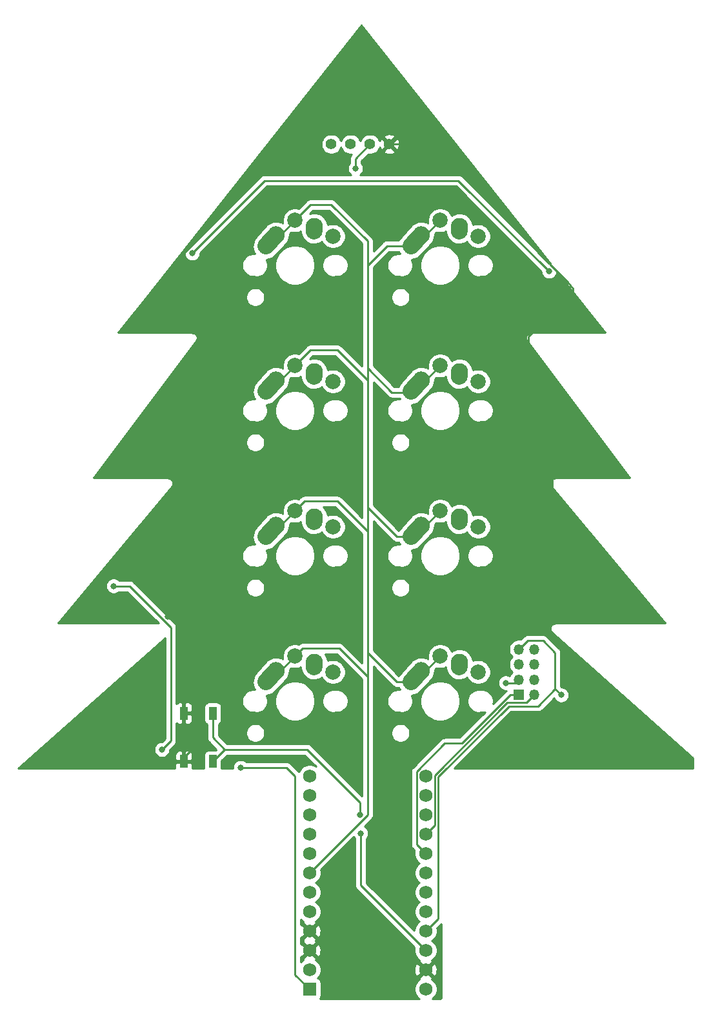
<source format=gbr>
%TF.GenerationSoftware,KiCad,Pcbnew,5.1.8*%
%TF.CreationDate,2020-12-03T20:02:01+01:00*%
%TF.ProjectId,christmas_board,63687269-7374-46d6-9173-5f626f617264,rev?*%
%TF.SameCoordinates,Original*%
%TF.FileFunction,Copper,L2,Bot*%
%TF.FilePolarity,Positive*%
%FSLAX46Y46*%
G04 Gerber Fmt 4.6, Leading zero omitted, Abs format (unit mm)*
G04 Created by KiCad (PCBNEW 5.1.8) date 2020-12-03 20:02:01*
%MOMM*%
%LPD*%
G01*
G04 APERTURE LIST*
%TA.AperFunction,ComponentPad*%
%ADD10C,1.752600*%
%TD*%
%TA.AperFunction,ComponentPad*%
%ADD11R,1.752600X1.752600*%
%TD*%
%TA.AperFunction,ComponentPad*%
%ADD12C,2.000000*%
%TD*%
%TA.AperFunction,ComponentPad*%
%ADD13C,2.250000*%
%TD*%
%TA.AperFunction,SMDPad,CuDef*%
%ADD14R,1.000000X1.700000*%
%TD*%
%TA.AperFunction,ComponentPad*%
%ADD15C,1.397000*%
%TD*%
%TA.AperFunction,ComponentPad*%
%ADD16O,1.350000X1.350000*%
%TD*%
%TA.AperFunction,ComponentPad*%
%ADD17R,1.350000X1.350000*%
%TD*%
%TA.AperFunction,ViaPad*%
%ADD18C,0.800000*%
%TD*%
%TA.AperFunction,Conductor*%
%ADD19C,0.250000*%
%TD*%
%TA.AperFunction,Conductor*%
%ADD20C,0.254000*%
%TD*%
%TA.AperFunction,Conductor*%
%ADD21C,0.100000*%
%TD*%
G04 APERTURE END LIST*
D10*
%TO.P,U1,24*%
%TO.N,Net-(U1-Pad24)*%
X154463750Y-142557500D03*
%TO.P,U1,12*%
%TO.N,col4*%
X139223750Y-114617500D03*
%TO.P,U1,23*%
%TO.N,ground*%
X154463750Y-140017500D03*
%TO.P,U1,22*%
%TO.N,reset*%
X154463750Y-137477500D03*
%TO.P,U1,21*%
%TO.N,power*%
X154463750Y-134937500D03*
%TO.P,U1,20*%
%TO.N,col5*%
X154463750Y-132397500D03*
%TO.P,U1,19*%
%TO.N,col6*%
X154463750Y-129857500D03*
%TO.P,U1,18*%
%TO.N,col7*%
X154463750Y-127317500D03*
%TO.P,U1,17*%
%TO.N,Net-(J1-Pad1)*%
X154463750Y-124777500D03*
%TO.P,U1,16*%
%TO.N,Net-(J1-Pad2)*%
X154463750Y-122237500D03*
%TO.P,U1,15*%
%TO.N,Net-(J1-Pad3)*%
X154463750Y-119697500D03*
%TO.P,U1,14*%
%TO.N,Net-(J1-Pad4)*%
X154463750Y-117157500D03*
%TO.P,U1,13*%
%TO.N,Net-(J1-Pad5)*%
X154463750Y-114617500D03*
%TO.P,U1,11*%
%TO.N,col3*%
X139223750Y-117157500D03*
%TO.P,U1,10*%
%TO.N,col2*%
X139223750Y-119697500D03*
%TO.P,U1,9*%
%TO.N,col1*%
X139223750Y-122237500D03*
%TO.P,U1,8*%
%TO.N,col0*%
X139223750Y-124777500D03*
%TO.P,U1,7*%
%TO.N,row0*%
X139223750Y-127317500D03*
%TO.P,U1,6*%
%TO.N,scl*%
X139223750Y-129857500D03*
%TO.P,U1,5*%
%TO.N,sda*%
X139223750Y-132397500D03*
%TO.P,U1,4*%
%TO.N,ground*%
X139223750Y-134937500D03*
%TO.P,U1,3*%
X139223750Y-137477500D03*
%TO.P,U1,2*%
%TO.N,rx1*%
X139223750Y-140017500D03*
D11*
%TO.P,U1,1*%
%TO.N,leds*%
X139223750Y-142557500D03*
%TD*%
D12*
%TO.P,SW9,2*%
%TO.N,row0*%
X156368750Y-98875000D03*
%TO.P,SW9,1*%
%TO.N,col7*%
X161368750Y-100975000D03*
D13*
%TO.P,SW9,2*%
%TO.N,row0*%
X153868750Y-100775000D03*
%TA.AperFunction,ComponentPad*%
G36*
G01*
X151807438Y-103072350D02*
X151807438Y-103072350D01*
G75*
G02*
X151721400Y-101483688I751312J837350D01*
G01*
X153031390Y-100023680D01*
G75*
G02*
X154620052Y-99937642I837350J-751312D01*
G01*
X154620052Y-99937642D01*
G75*
G02*
X154706090Y-101526304I-751312J-837350D01*
G01*
X153396100Y-102986312D01*
G75*
G02*
X151807438Y-103072350I-837350J751312D01*
G01*
G37*
%TD.AperFunction*%
%TO.P,SW9,1*%
%TO.N,col7*%
X158908750Y-99695000D03*
%TA.AperFunction,ComponentPad*%
G36*
G01*
X158792233Y-101397395D02*
X158792233Y-101397395D01*
G75*
G02*
X157746355Y-100198483I76517J1122395D01*
G01*
X157785897Y-99618451D01*
G75*
G02*
X158984809Y-98572573I1122395J-76517D01*
G01*
X158984809Y-98572573D01*
G75*
G02*
X160030687Y-99771485I-76517J-1122395D01*
G01*
X159991145Y-100351517D01*
G75*
G02*
X158792233Y-101397395I-1122395J76517D01*
G01*
G37*
%TD.AperFunction*%
%TD*%
D12*
%TO.P,SW8,2*%
%TO.N,row0*%
X156368750Y-79825000D03*
%TO.P,SW8,1*%
%TO.N,col6*%
X161368750Y-81925000D03*
D13*
%TO.P,SW8,2*%
%TO.N,row0*%
X153868750Y-81725000D03*
%TA.AperFunction,ComponentPad*%
G36*
G01*
X151807438Y-84022350D02*
X151807438Y-84022350D01*
G75*
G02*
X151721400Y-82433688I751312J837350D01*
G01*
X153031390Y-80973680D01*
G75*
G02*
X154620052Y-80887642I837350J-751312D01*
G01*
X154620052Y-80887642D01*
G75*
G02*
X154706090Y-82476304I-751312J-837350D01*
G01*
X153396100Y-83936312D01*
G75*
G02*
X151807438Y-84022350I-837350J751312D01*
G01*
G37*
%TD.AperFunction*%
%TO.P,SW8,1*%
%TO.N,col6*%
X158908750Y-80645000D03*
%TA.AperFunction,ComponentPad*%
G36*
G01*
X158792233Y-82347395D02*
X158792233Y-82347395D01*
G75*
G02*
X157746355Y-81148483I76517J1122395D01*
G01*
X157785897Y-80568451D01*
G75*
G02*
X158984809Y-79522573I1122395J-76517D01*
G01*
X158984809Y-79522573D01*
G75*
G02*
X160030687Y-80721485I-76517J-1122395D01*
G01*
X159991145Y-81301517D01*
G75*
G02*
X158792233Y-82347395I-1122395J76517D01*
G01*
G37*
%TD.AperFunction*%
%TD*%
D12*
%TO.P,SW7,2*%
%TO.N,row0*%
X156368750Y-60775000D03*
%TO.P,SW7,1*%
%TO.N,col5*%
X161368750Y-62875000D03*
D13*
%TO.P,SW7,2*%
%TO.N,row0*%
X153868750Y-62675000D03*
%TA.AperFunction,ComponentPad*%
G36*
G01*
X151807438Y-64972350D02*
X151807438Y-64972350D01*
G75*
G02*
X151721400Y-63383688I751312J837350D01*
G01*
X153031390Y-61923680D01*
G75*
G02*
X154620052Y-61837642I837350J-751312D01*
G01*
X154620052Y-61837642D01*
G75*
G02*
X154706090Y-63426304I-751312J-837350D01*
G01*
X153396100Y-64886312D01*
G75*
G02*
X151807438Y-64972350I-837350J751312D01*
G01*
G37*
%TD.AperFunction*%
%TO.P,SW7,1*%
%TO.N,col5*%
X158908750Y-61595000D03*
%TA.AperFunction,ComponentPad*%
G36*
G01*
X158792233Y-63297395D02*
X158792233Y-63297395D01*
G75*
G02*
X157746355Y-62098483I76517J1122395D01*
G01*
X157785897Y-61518451D01*
G75*
G02*
X158984809Y-60472573I1122395J-76517D01*
G01*
X158984809Y-60472573D01*
G75*
G02*
X160030687Y-61671485I-76517J-1122395D01*
G01*
X159991145Y-62251517D01*
G75*
G02*
X158792233Y-63297395I-1122395J76517D01*
G01*
G37*
%TD.AperFunction*%
%TD*%
D12*
%TO.P,SW6,2*%
%TO.N,row0*%
X137318750Y-98875000D03*
%TO.P,SW6,1*%
%TO.N,col4*%
X142318750Y-100975000D03*
D13*
%TO.P,SW6,2*%
%TO.N,row0*%
X134818750Y-100775000D03*
%TA.AperFunction,ComponentPad*%
G36*
G01*
X132757438Y-103072350D02*
X132757438Y-103072350D01*
G75*
G02*
X132671400Y-101483688I751312J837350D01*
G01*
X133981390Y-100023680D01*
G75*
G02*
X135570052Y-99937642I837350J-751312D01*
G01*
X135570052Y-99937642D01*
G75*
G02*
X135656090Y-101526304I-751312J-837350D01*
G01*
X134346100Y-102986312D01*
G75*
G02*
X132757438Y-103072350I-837350J751312D01*
G01*
G37*
%TD.AperFunction*%
%TO.P,SW6,1*%
%TO.N,col4*%
X139858750Y-99695000D03*
%TA.AperFunction,ComponentPad*%
G36*
G01*
X139742233Y-101397395D02*
X139742233Y-101397395D01*
G75*
G02*
X138696355Y-100198483I76517J1122395D01*
G01*
X138735897Y-99618451D01*
G75*
G02*
X139934809Y-98572573I1122395J-76517D01*
G01*
X139934809Y-98572573D01*
G75*
G02*
X140980687Y-99771485I-76517J-1122395D01*
G01*
X140941145Y-100351517D01*
G75*
G02*
X139742233Y-101397395I-1122395J76517D01*
G01*
G37*
%TD.AperFunction*%
%TD*%
D12*
%TO.P,SW5,2*%
%TO.N,row0*%
X137318750Y-79825000D03*
%TO.P,SW5,1*%
%TO.N,col3*%
X142318750Y-81925000D03*
D13*
%TO.P,SW5,2*%
%TO.N,row0*%
X134818750Y-81725000D03*
%TA.AperFunction,ComponentPad*%
G36*
G01*
X132757438Y-84022350D02*
X132757438Y-84022350D01*
G75*
G02*
X132671400Y-82433688I751312J837350D01*
G01*
X133981390Y-80973680D01*
G75*
G02*
X135570052Y-80887642I837350J-751312D01*
G01*
X135570052Y-80887642D01*
G75*
G02*
X135656090Y-82476304I-751312J-837350D01*
G01*
X134346100Y-83936312D01*
G75*
G02*
X132757438Y-84022350I-837350J751312D01*
G01*
G37*
%TD.AperFunction*%
%TO.P,SW5,1*%
%TO.N,col3*%
X139858750Y-80645000D03*
%TA.AperFunction,ComponentPad*%
G36*
G01*
X139742233Y-82347395D02*
X139742233Y-82347395D01*
G75*
G02*
X138696355Y-81148483I76517J1122395D01*
G01*
X138735897Y-80568451D01*
G75*
G02*
X139934809Y-79522573I1122395J-76517D01*
G01*
X139934809Y-79522573D01*
G75*
G02*
X140980687Y-80721485I-76517J-1122395D01*
G01*
X140941145Y-81301517D01*
G75*
G02*
X139742233Y-82347395I-1122395J76517D01*
G01*
G37*
%TD.AperFunction*%
%TD*%
D12*
%TO.P,SW4,2*%
%TO.N,row0*%
X137318750Y-60775000D03*
%TO.P,SW4,1*%
%TO.N,col2*%
X142318750Y-62875000D03*
D13*
%TO.P,SW4,2*%
%TO.N,row0*%
X134818750Y-62675000D03*
%TA.AperFunction,ComponentPad*%
G36*
G01*
X132757438Y-64972350D02*
X132757438Y-64972350D01*
G75*
G02*
X132671400Y-63383688I751312J837350D01*
G01*
X133981390Y-61923680D01*
G75*
G02*
X135570052Y-61837642I837350J-751312D01*
G01*
X135570052Y-61837642D01*
G75*
G02*
X135656090Y-63426304I-751312J-837350D01*
G01*
X134346100Y-64886312D01*
G75*
G02*
X132757438Y-64972350I-837350J751312D01*
G01*
G37*
%TD.AperFunction*%
%TO.P,SW4,1*%
%TO.N,col2*%
X139858750Y-61595000D03*
%TA.AperFunction,ComponentPad*%
G36*
G01*
X139742233Y-63297395D02*
X139742233Y-63297395D01*
G75*
G02*
X138696355Y-62098483I76517J1122395D01*
G01*
X138735897Y-61518451D01*
G75*
G02*
X139934809Y-60472573I1122395J-76517D01*
G01*
X139934809Y-60472573D01*
G75*
G02*
X140980687Y-61671485I-76517J-1122395D01*
G01*
X140941145Y-62251517D01*
G75*
G02*
X139742233Y-63297395I-1122395J76517D01*
G01*
G37*
%TD.AperFunction*%
%TD*%
D12*
%TO.P,SW3,2*%
%TO.N,row0*%
X137318750Y-41725000D03*
%TO.P,SW3,1*%
%TO.N,col1*%
X142318750Y-43825000D03*
D13*
%TO.P,SW3,2*%
%TO.N,row0*%
X134818750Y-43625000D03*
%TA.AperFunction,ComponentPad*%
G36*
G01*
X132757438Y-45922350D02*
X132757438Y-45922350D01*
G75*
G02*
X132671400Y-44333688I751312J837350D01*
G01*
X133981390Y-42873680D01*
G75*
G02*
X135570052Y-42787642I837350J-751312D01*
G01*
X135570052Y-42787642D01*
G75*
G02*
X135656090Y-44376304I-751312J-837350D01*
G01*
X134346100Y-45836312D01*
G75*
G02*
X132757438Y-45922350I-837350J751312D01*
G01*
G37*
%TD.AperFunction*%
%TO.P,SW3,1*%
%TO.N,col1*%
X139858750Y-42545000D03*
%TA.AperFunction,ComponentPad*%
G36*
G01*
X139742233Y-44247395D02*
X139742233Y-44247395D01*
G75*
G02*
X138696355Y-43048483I76517J1122395D01*
G01*
X138735897Y-42468451D01*
G75*
G02*
X139934809Y-41422573I1122395J-76517D01*
G01*
X139934809Y-41422573D01*
G75*
G02*
X140980687Y-42621485I-76517J-1122395D01*
G01*
X140941145Y-43201517D01*
G75*
G02*
X139742233Y-44247395I-1122395J76517D01*
G01*
G37*
%TD.AperFunction*%
%TD*%
D12*
%TO.P,SW2,2*%
%TO.N,row0*%
X156368750Y-41725000D03*
%TO.P,SW2,1*%
%TO.N,col0*%
X161368750Y-43825000D03*
D13*
%TO.P,SW2,2*%
%TO.N,row0*%
X153868750Y-43625000D03*
%TA.AperFunction,ComponentPad*%
G36*
G01*
X151807438Y-45922350D02*
X151807438Y-45922350D01*
G75*
G02*
X151721400Y-44333688I751312J837350D01*
G01*
X153031390Y-42873680D01*
G75*
G02*
X154620052Y-42787642I837350J-751312D01*
G01*
X154620052Y-42787642D01*
G75*
G02*
X154706090Y-44376304I-751312J-837350D01*
G01*
X153396100Y-45836312D01*
G75*
G02*
X151807438Y-45922350I-837350J751312D01*
G01*
G37*
%TD.AperFunction*%
%TO.P,SW2,1*%
%TO.N,col0*%
X158908750Y-42545000D03*
%TA.AperFunction,ComponentPad*%
G36*
G01*
X158792233Y-44247395D02*
X158792233Y-44247395D01*
G75*
G02*
X157746355Y-43048483I76517J1122395D01*
G01*
X157785897Y-42468451D01*
G75*
G02*
X158984809Y-41422573I1122395J-76517D01*
G01*
X158984809Y-41422573D01*
G75*
G02*
X160030687Y-42621485I-76517J-1122395D01*
G01*
X159991145Y-43201517D01*
G75*
G02*
X158792233Y-44247395I-1122395J76517D01*
G01*
G37*
%TD.AperFunction*%
%TD*%
D14*
%TO.P,SW1,1*%
%TO.N,reset*%
X126518750Y-112687500D03*
X126518750Y-106387500D03*
%TO.P,SW1,2*%
%TO.N,ground*%
X122718750Y-112687500D03*
X122718750Y-106387500D03*
%TD*%
D15*
%TO.P,J2,4*%
%TO.N,ground*%
X149701250Y-31750000D03*
%TO.P,J2,3*%
%TO.N,power*%
X147161250Y-31750000D03*
%TO.P,J2,2*%
%TO.N,scl*%
X144621250Y-31750000D03*
%TO.P,J2,1*%
%TO.N,sda*%
X142081250Y-31750000D03*
%TD*%
D16*
%TO.P,J1,8*%
%TO.N,ground*%
X168687500Y-97981250D03*
%TO.P,J1,7*%
%TO.N,power*%
X166687500Y-97981250D03*
%TO.P,J1,6*%
%TO.N,rx1*%
X168687500Y-99981250D03*
%TO.P,J1,5*%
%TO.N,Net-(J1-Pad5)*%
X166687500Y-99981250D03*
%TO.P,J1,4*%
%TO.N,Net-(J1-Pad4)*%
X168687500Y-101981250D03*
%TO.P,J1,3*%
%TO.N,Net-(J1-Pad3)*%
X166687500Y-101981250D03*
%TO.P,J1,2*%
%TO.N,Net-(J1-Pad2)*%
X168687500Y-103981250D03*
D17*
%TO.P,J1,1*%
%TO.N,Net-(J1-Pad1)*%
X166687500Y-103981250D03*
%TD*%
D18*
%TO.N,power*%
X172243750Y-103981250D03*
X119856250Y-111125000D03*
X113506250Y-89693750D03*
X145256250Y-34925000D03*
%TO.N,leds*%
X130175000Y-113506250D03*
%TO.N,ground*%
X124981251Y-109900001D03*
X120650000Y-93662500D03*
X118268750Y-89693750D03*
X123825000Y-75406250D03*
X126206250Y-57150000D03*
X173831250Y-53975000D03*
X171450000Y-70643750D03*
X175418750Y-90487500D03*
X146050000Y-23812500D03*
X157956250Y-73025000D03*
X137318750Y-112712500D03*
X115887500Y-73025000D03*
X117475000Y-53975000D03*
%TO.N,Net-(D4-Pad2)*%
X123825000Y-46037500D03*
X170656250Y-48418750D03*
%TO.N,Net-(J1-Pad3)*%
X164962499Y-102393750D03*
%TO.N,reset*%
X145934222Y-122121722D03*
X145854847Y-119661097D03*
%TD*%
D19*
%TO.N,power*%
X167831250Y-96837500D02*
X166687500Y-97981250D01*
X171450000Y-98425000D02*
X169862500Y-96837500D01*
X171450000Y-103187500D02*
X171450000Y-98425000D01*
X169862500Y-96837500D02*
X167831250Y-96837500D01*
X169206239Y-105431261D02*
X171450000Y-103187500D01*
X165378911Y-105431261D02*
X169206239Y-105431261D01*
X156115061Y-114695111D02*
X165378911Y-105431261D01*
X156115061Y-133286189D02*
X156115061Y-114695111D01*
X154463750Y-134937500D02*
X156115061Y-133286189D01*
X172243750Y-103981250D02*
X171450000Y-103187500D01*
X115588738Y-89693750D02*
X113506250Y-89693750D01*
X121000010Y-95105022D02*
X115588738Y-89693750D01*
X121000010Y-109981240D02*
X121000010Y-95105022D01*
X119856250Y-111125000D02*
X121000010Y-109981240D01*
X145256250Y-33655000D02*
X147161250Y-31750000D01*
X145256250Y-34925000D02*
X145256250Y-33655000D01*
%TO.N,leds*%
X137318750Y-114598762D02*
X136226238Y-113506250D01*
X136226238Y-113506250D02*
X130175000Y-113506250D01*
X137318750Y-140652500D02*
X137318750Y-114598762D01*
X139223750Y-142557500D02*
X137318750Y-140652500D01*
%TO.N,ground*%
X122718750Y-106387500D02*
X122718750Y-112687500D01*
X122718750Y-112687500D02*
X122718750Y-112162502D01*
X122718750Y-112162502D02*
X124981251Y-109900001D01*
X122718750Y-95731250D02*
X120650000Y-93662500D01*
X122718750Y-106387500D02*
X122718750Y-95731250D01*
X123825000Y-84137500D02*
X123825000Y-75406250D01*
X118268750Y-89693750D02*
X123825000Y-84137500D01*
X123825000Y-59531250D02*
X126206250Y-57150000D01*
X123825000Y-75406250D02*
X123825000Y-59531250D01*
X147320000Y-29368750D02*
X149701250Y-31750000D01*
X139420748Y-29368750D02*
X147320000Y-29368750D01*
X122237500Y-46551998D02*
X139420748Y-29368750D01*
X122237500Y-53181250D02*
X122237500Y-46551998D01*
X126206250Y-57150000D02*
X122237500Y-53181250D01*
X173831250Y-50702089D02*
X173831250Y-53975000D01*
X173138860Y-49828358D02*
X173831250Y-50702089D01*
X155060502Y-31750000D02*
X173138860Y-49828358D01*
X149701250Y-31750000D02*
X155060502Y-31750000D01*
X167908006Y-67101756D02*
X171450000Y-70643750D01*
X167908006Y-56997984D02*
X167908006Y-67101756D01*
X170930990Y-53975000D02*
X167908006Y-56997984D01*
X173831250Y-53975000D02*
X170930990Y-53975000D01*
X171050001Y-86118751D02*
X175418750Y-90487500D01*
X171050001Y-71043749D02*
X171050001Y-86118751D01*
X171450000Y-70643750D02*
X171050001Y-71043749D01*
%TO.N,Net-(D4-Pad2)*%
X123825000Y-46037500D02*
X133350000Y-36512500D01*
X133350000Y-36512500D02*
X158750000Y-36512500D01*
X158750000Y-36512500D02*
X170656250Y-48418750D01*
%TO.N,Net-(J1-Pad3)*%
X166275000Y-102393750D02*
X166687500Y-101981250D01*
X164962499Y-102393750D02*
X166275000Y-102393750D01*
%TO.N,Net-(J1-Pad2)*%
X167687499Y-104981251D02*
X168687500Y-103981250D01*
X165192511Y-104981251D02*
X167687499Y-104981251D01*
X155665051Y-114508711D02*
X165192511Y-104981251D01*
X155665051Y-121036199D02*
X155665051Y-114508711D01*
X154463750Y-122237500D02*
X155665051Y-121036199D01*
%TO.N,Net-(J1-Pad1)*%
X165556102Y-103981250D02*
X166687500Y-103981250D01*
X159206102Y-110331250D02*
X165556102Y-103981250D01*
X156972074Y-110331250D02*
X159206102Y-110331250D01*
X153262449Y-114040875D02*
X156972074Y-110331250D01*
X153262449Y-123576199D02*
X153262449Y-114040875D01*
X154463750Y-124777500D02*
X153262449Y-123576199D01*
%TO.N,reset*%
X145934222Y-128947972D02*
X145934222Y-122121722D01*
X154463750Y-137477500D02*
X145934222Y-128947972D01*
X138906250Y-111125000D02*
X128081250Y-111125000D01*
X128081250Y-111125000D02*
X126518750Y-112687500D01*
X145854847Y-118073597D02*
X138906250Y-111125000D01*
X145854847Y-119661097D02*
X145854847Y-118073597D01*
X126518750Y-109562500D02*
X128081250Y-111125000D01*
X126518750Y-106387500D02*
X126518750Y-109562500D01*
%TO.N,row0*%
X149383750Y-45085000D02*
X152558750Y-45085000D01*
X146843750Y-47625000D02*
X149383750Y-45085000D01*
X139223750Y-127317500D02*
X146843750Y-119697500D01*
X146843750Y-47625000D02*
X146843750Y-44450000D01*
X146843750Y-44450000D02*
X142081250Y-39687500D01*
X139356250Y-39687500D02*
X137318750Y-41725000D01*
X142081250Y-39687500D02*
X139356250Y-39687500D01*
X146843750Y-62706250D02*
X146843750Y-47625000D01*
X142875000Y-58737500D02*
X146843750Y-62706250D01*
X139356250Y-58737500D02*
X142875000Y-58737500D01*
X137318750Y-60775000D02*
X139356250Y-58737500D01*
X133958750Y-64135000D02*
X137318750Y-60775000D01*
X133508750Y-64135000D02*
X133958750Y-64135000D01*
X153008750Y-64135000D02*
X156368750Y-60775000D01*
X152558750Y-64135000D02*
X153008750Y-64135000D01*
X146843750Y-82550000D02*
X142875000Y-78581250D01*
X138562500Y-78581250D02*
X137318750Y-79825000D01*
X142875000Y-78581250D02*
X138562500Y-78581250D01*
X133958750Y-83185000D02*
X133508750Y-83185000D01*
X137318750Y-79825000D02*
X133958750Y-83185000D01*
X146843750Y-82550000D02*
X146843750Y-79375000D01*
X146843750Y-79375000D02*
X146843750Y-62706250D01*
X153008750Y-83185000D02*
X156368750Y-79825000D01*
X152558750Y-83185000D02*
X153008750Y-83185000D01*
X150653750Y-83185000D02*
X152558750Y-83185000D01*
X146843750Y-79375000D02*
X150653750Y-83185000D01*
X152400000Y-64293750D02*
X152558750Y-64135000D01*
X150018750Y-64293750D02*
X152400000Y-64293750D01*
X146843750Y-61118750D02*
X150018750Y-64293750D01*
X152558750Y-102235000D02*
X150653750Y-102235000D01*
X146843750Y-98425000D02*
X146843750Y-97631250D01*
X150653750Y-102235000D02*
X146843750Y-98425000D01*
X146843750Y-97631250D02*
X146843750Y-82550000D01*
X153008750Y-102235000D02*
X156368750Y-98875000D01*
X152558750Y-102235000D02*
X153008750Y-102235000D01*
X133958750Y-102235000D02*
X137318750Y-98875000D01*
X133508750Y-102235000D02*
X133958750Y-102235000D01*
X138318749Y-97875001D02*
X143118751Y-97875001D01*
X137318750Y-98875000D02*
X138318749Y-97875001D01*
X146843750Y-101600000D02*
X146843750Y-103187500D01*
X143118751Y-97875001D02*
X146843750Y-101600000D01*
X146843750Y-103187500D02*
X146843750Y-97631250D01*
X146843750Y-119697500D02*
X146843750Y-103187500D01*
X153008750Y-45085000D02*
X156368750Y-41725000D01*
X152558750Y-45085000D02*
X153008750Y-45085000D01*
X133958750Y-45085000D02*
X133508750Y-45085000D01*
X137318750Y-41725000D02*
X133958750Y-45085000D01*
%TD*%
D20*
%TO.N,ground*%
X145017017Y-122611978D02*
X145130285Y-122781496D01*
X145174223Y-122825434D01*
X145174222Y-128910649D01*
X145170546Y-128947972D01*
X145174222Y-128985294D01*
X145174222Y-128985304D01*
X145185219Y-129096957D01*
X145228676Y-129240218D01*
X145299248Y-129372248D01*
X145335705Y-129416670D01*
X145394221Y-129487973D01*
X145423225Y-129511776D01*
X153000174Y-137088725D01*
X152952450Y-137328650D01*
X152952450Y-137626350D01*
X153010528Y-137918330D01*
X153124453Y-138193369D01*
X153289846Y-138440898D01*
X153500352Y-138651404D01*
X153663559Y-138760455D01*
X153596187Y-138970331D01*
X154463750Y-139837895D01*
X155331313Y-138970331D01*
X155263941Y-138760455D01*
X155427148Y-138651404D01*
X155637654Y-138440898D01*
X155803047Y-138193369D01*
X155916972Y-137918330D01*
X155975050Y-137626350D01*
X155975050Y-137328650D01*
X155916972Y-137036670D01*
X155803047Y-136761631D01*
X155637654Y-136514102D01*
X155427148Y-136303596D01*
X155283330Y-136207500D01*
X155427148Y-136111404D01*
X155637654Y-135900898D01*
X155803047Y-135653369D01*
X155916972Y-135378330D01*
X155975050Y-135086350D01*
X155975050Y-134788650D01*
X155927326Y-134548726D01*
X156502500Y-133973552D01*
X156502500Y-143636471D01*
X156496848Y-143694114D01*
X156489482Y-143718510D01*
X156477516Y-143741016D01*
X156461409Y-143760764D01*
X156441773Y-143777009D01*
X156419349Y-143789133D01*
X156395008Y-143796668D01*
X156339525Y-143802500D01*
X155320745Y-143802500D01*
X155427148Y-143731404D01*
X155637654Y-143520898D01*
X155803047Y-143273369D01*
X155916972Y-142998330D01*
X155975050Y-142706350D01*
X155975050Y-142408650D01*
X155916972Y-142116670D01*
X155803047Y-141841631D01*
X155637654Y-141594102D01*
X155427148Y-141383596D01*
X155263941Y-141274545D01*
X155331313Y-141064669D01*
X154463750Y-140197105D01*
X153596187Y-141064669D01*
X153663559Y-141274545D01*
X153500352Y-141383596D01*
X153289846Y-141594102D01*
X153124453Y-141841631D01*
X153010528Y-142116670D01*
X152952450Y-142408650D01*
X152952450Y-142706350D01*
X153010528Y-142998330D01*
X153124453Y-143273369D01*
X153289846Y-143520898D01*
X153500352Y-143731404D01*
X153606755Y-143802500D01*
X140618928Y-143802500D01*
X140630587Y-143788294D01*
X140689552Y-143677980D01*
X140725862Y-143558282D01*
X140738122Y-143433800D01*
X140738122Y-141681200D01*
X140725862Y-141556718D01*
X140689552Y-141437020D01*
X140630587Y-141326706D01*
X140551235Y-141230015D01*
X140454544Y-141150663D01*
X140344230Y-141091698D01*
X140300208Y-141078344D01*
X140397654Y-140980898D01*
X140563047Y-140733369D01*
X140676972Y-140458330D01*
X140735050Y-140166350D01*
X140735050Y-140084991D01*
X152946637Y-140084991D01*
X152988954Y-140379667D01*
X153087948Y-140660427D01*
X153164821Y-140804246D01*
X153416581Y-140885063D01*
X154284145Y-140017500D01*
X154643355Y-140017500D01*
X155510919Y-140885063D01*
X155762679Y-140804246D01*
X155891207Y-140535721D01*
X155964879Y-140247281D01*
X155980863Y-139950009D01*
X155938546Y-139655333D01*
X155839552Y-139374573D01*
X155762679Y-139230754D01*
X155510919Y-139149937D01*
X154643355Y-140017500D01*
X154284145Y-140017500D01*
X153416581Y-139149937D01*
X153164821Y-139230754D01*
X153036293Y-139499279D01*
X152962621Y-139787719D01*
X152946637Y-140084991D01*
X140735050Y-140084991D01*
X140735050Y-139868650D01*
X140676972Y-139576670D01*
X140563047Y-139301631D01*
X140397654Y-139054102D01*
X140187148Y-138843596D01*
X140023941Y-138734545D01*
X140091313Y-138524669D01*
X139223750Y-137657105D01*
X138356187Y-138524669D01*
X138423559Y-138734545D01*
X138260352Y-138843596D01*
X138078750Y-139025198D01*
X138078750Y-138313658D01*
X138176581Y-138345063D01*
X139044145Y-137477500D01*
X139403355Y-137477500D01*
X140270919Y-138345063D01*
X140522679Y-138264246D01*
X140651207Y-137995721D01*
X140724879Y-137707281D01*
X140740863Y-137410009D01*
X140698546Y-137115333D01*
X140599552Y-136834573D01*
X140522679Y-136690754D01*
X140270919Y-136609937D01*
X139403355Y-137477500D01*
X139044145Y-137477500D01*
X138176581Y-136609937D01*
X138078750Y-136641342D01*
X138078750Y-135984669D01*
X138356187Y-135984669D01*
X138427718Y-136207500D01*
X138356187Y-136430331D01*
X139223750Y-137297895D01*
X140091313Y-136430331D01*
X140019782Y-136207500D01*
X140091313Y-135984669D01*
X139223750Y-135117105D01*
X138356187Y-135984669D01*
X138078750Y-135984669D01*
X138078750Y-135773658D01*
X138176581Y-135805063D01*
X139044145Y-134937500D01*
X139403355Y-134937500D01*
X140270919Y-135805063D01*
X140522679Y-135724246D01*
X140651207Y-135455721D01*
X140724879Y-135167281D01*
X140740863Y-134870009D01*
X140698546Y-134575333D01*
X140599552Y-134294573D01*
X140522679Y-134150754D01*
X140270919Y-134069937D01*
X139403355Y-134937500D01*
X139044145Y-134937500D01*
X138176581Y-134069937D01*
X138078750Y-134101342D01*
X138078750Y-133389802D01*
X138260352Y-133571404D01*
X138423559Y-133680455D01*
X138356187Y-133890331D01*
X139223750Y-134757895D01*
X140091313Y-133890331D01*
X140023941Y-133680455D01*
X140187148Y-133571404D01*
X140397654Y-133360898D01*
X140563047Y-133113369D01*
X140676972Y-132838330D01*
X140735050Y-132546350D01*
X140735050Y-132248650D01*
X140676972Y-131956670D01*
X140563047Y-131681631D01*
X140397654Y-131434102D01*
X140187148Y-131223596D01*
X140043330Y-131127500D01*
X140187148Y-131031404D01*
X140397654Y-130820898D01*
X140563047Y-130573369D01*
X140676972Y-130298330D01*
X140735050Y-130006350D01*
X140735050Y-129708650D01*
X140676972Y-129416670D01*
X140563047Y-129141631D01*
X140397654Y-128894102D01*
X140187148Y-128683596D01*
X140043330Y-128587500D01*
X140187148Y-128491404D01*
X140397654Y-128280898D01*
X140563047Y-128033369D01*
X140676972Y-127758330D01*
X140735050Y-127466350D01*
X140735050Y-127168650D01*
X140687326Y-126928725D01*
X145013226Y-122602826D01*
X145017017Y-122611978D01*
%TA.AperFunction,Conductor*%
D21*
G36*
X145017017Y-122611978D02*
G01*
X145130285Y-122781496D01*
X145174223Y-122825434D01*
X145174222Y-128910649D01*
X145170546Y-128947972D01*
X145174222Y-128985294D01*
X145174222Y-128985304D01*
X145185219Y-129096957D01*
X145228676Y-129240218D01*
X145299248Y-129372248D01*
X145335705Y-129416670D01*
X145394221Y-129487973D01*
X145423225Y-129511776D01*
X153000174Y-137088725D01*
X152952450Y-137328650D01*
X152952450Y-137626350D01*
X153010528Y-137918330D01*
X153124453Y-138193369D01*
X153289846Y-138440898D01*
X153500352Y-138651404D01*
X153663559Y-138760455D01*
X153596187Y-138970331D01*
X154463750Y-139837895D01*
X155331313Y-138970331D01*
X155263941Y-138760455D01*
X155427148Y-138651404D01*
X155637654Y-138440898D01*
X155803047Y-138193369D01*
X155916972Y-137918330D01*
X155975050Y-137626350D01*
X155975050Y-137328650D01*
X155916972Y-137036670D01*
X155803047Y-136761631D01*
X155637654Y-136514102D01*
X155427148Y-136303596D01*
X155283330Y-136207500D01*
X155427148Y-136111404D01*
X155637654Y-135900898D01*
X155803047Y-135653369D01*
X155916972Y-135378330D01*
X155975050Y-135086350D01*
X155975050Y-134788650D01*
X155927326Y-134548726D01*
X156502500Y-133973552D01*
X156502500Y-143636471D01*
X156496848Y-143694114D01*
X156489482Y-143718510D01*
X156477516Y-143741016D01*
X156461409Y-143760764D01*
X156441773Y-143777009D01*
X156419349Y-143789133D01*
X156395008Y-143796668D01*
X156339525Y-143802500D01*
X155320745Y-143802500D01*
X155427148Y-143731404D01*
X155637654Y-143520898D01*
X155803047Y-143273369D01*
X155916972Y-142998330D01*
X155975050Y-142706350D01*
X155975050Y-142408650D01*
X155916972Y-142116670D01*
X155803047Y-141841631D01*
X155637654Y-141594102D01*
X155427148Y-141383596D01*
X155263941Y-141274545D01*
X155331313Y-141064669D01*
X154463750Y-140197105D01*
X153596187Y-141064669D01*
X153663559Y-141274545D01*
X153500352Y-141383596D01*
X153289846Y-141594102D01*
X153124453Y-141841631D01*
X153010528Y-142116670D01*
X152952450Y-142408650D01*
X152952450Y-142706350D01*
X153010528Y-142998330D01*
X153124453Y-143273369D01*
X153289846Y-143520898D01*
X153500352Y-143731404D01*
X153606755Y-143802500D01*
X140618928Y-143802500D01*
X140630587Y-143788294D01*
X140689552Y-143677980D01*
X140725862Y-143558282D01*
X140738122Y-143433800D01*
X140738122Y-141681200D01*
X140725862Y-141556718D01*
X140689552Y-141437020D01*
X140630587Y-141326706D01*
X140551235Y-141230015D01*
X140454544Y-141150663D01*
X140344230Y-141091698D01*
X140300208Y-141078344D01*
X140397654Y-140980898D01*
X140563047Y-140733369D01*
X140676972Y-140458330D01*
X140735050Y-140166350D01*
X140735050Y-140084991D01*
X152946637Y-140084991D01*
X152988954Y-140379667D01*
X153087948Y-140660427D01*
X153164821Y-140804246D01*
X153416581Y-140885063D01*
X154284145Y-140017500D01*
X154643355Y-140017500D01*
X155510919Y-140885063D01*
X155762679Y-140804246D01*
X155891207Y-140535721D01*
X155964879Y-140247281D01*
X155980863Y-139950009D01*
X155938546Y-139655333D01*
X155839552Y-139374573D01*
X155762679Y-139230754D01*
X155510919Y-139149937D01*
X154643355Y-140017500D01*
X154284145Y-140017500D01*
X153416581Y-139149937D01*
X153164821Y-139230754D01*
X153036293Y-139499279D01*
X152962621Y-139787719D01*
X152946637Y-140084991D01*
X140735050Y-140084991D01*
X140735050Y-139868650D01*
X140676972Y-139576670D01*
X140563047Y-139301631D01*
X140397654Y-139054102D01*
X140187148Y-138843596D01*
X140023941Y-138734545D01*
X140091313Y-138524669D01*
X139223750Y-137657105D01*
X138356187Y-138524669D01*
X138423559Y-138734545D01*
X138260352Y-138843596D01*
X138078750Y-139025198D01*
X138078750Y-138313658D01*
X138176581Y-138345063D01*
X139044145Y-137477500D01*
X139403355Y-137477500D01*
X140270919Y-138345063D01*
X140522679Y-138264246D01*
X140651207Y-137995721D01*
X140724879Y-137707281D01*
X140740863Y-137410009D01*
X140698546Y-137115333D01*
X140599552Y-136834573D01*
X140522679Y-136690754D01*
X140270919Y-136609937D01*
X139403355Y-137477500D01*
X139044145Y-137477500D01*
X138176581Y-136609937D01*
X138078750Y-136641342D01*
X138078750Y-135984669D01*
X138356187Y-135984669D01*
X138427718Y-136207500D01*
X138356187Y-136430331D01*
X139223750Y-137297895D01*
X140091313Y-136430331D01*
X140019782Y-136207500D01*
X140091313Y-135984669D01*
X139223750Y-135117105D01*
X138356187Y-135984669D01*
X138078750Y-135984669D01*
X138078750Y-135773658D01*
X138176581Y-135805063D01*
X139044145Y-134937500D01*
X139403355Y-134937500D01*
X140270919Y-135805063D01*
X140522679Y-135724246D01*
X140651207Y-135455721D01*
X140724879Y-135167281D01*
X140740863Y-134870009D01*
X140698546Y-134575333D01*
X140599552Y-134294573D01*
X140522679Y-134150754D01*
X140270919Y-134069937D01*
X139403355Y-134937500D01*
X139044145Y-134937500D01*
X138176581Y-134069937D01*
X138078750Y-134101342D01*
X138078750Y-133389802D01*
X138260352Y-133571404D01*
X138423559Y-133680455D01*
X138356187Y-133890331D01*
X139223750Y-134757895D01*
X140091313Y-133890331D01*
X140023941Y-133680455D01*
X140187148Y-133571404D01*
X140397654Y-133360898D01*
X140563047Y-133113369D01*
X140676972Y-132838330D01*
X140735050Y-132546350D01*
X140735050Y-132248650D01*
X140676972Y-131956670D01*
X140563047Y-131681631D01*
X140397654Y-131434102D01*
X140187148Y-131223596D01*
X140043330Y-131127500D01*
X140187148Y-131031404D01*
X140397654Y-130820898D01*
X140563047Y-130573369D01*
X140676972Y-130298330D01*
X140735050Y-130006350D01*
X140735050Y-129708650D01*
X140676972Y-129416670D01*
X140563047Y-129141631D01*
X140397654Y-128894102D01*
X140187148Y-128683596D01*
X140043330Y-128587500D01*
X140187148Y-128491404D01*
X140397654Y-128280898D01*
X140563047Y-128033369D01*
X140676972Y-127758330D01*
X140735050Y-127466350D01*
X140735050Y-127168650D01*
X140687326Y-126928725D01*
X145013226Y-122602826D01*
X145017017Y-122611978D01*
G37*
%TD.AperFunction*%
D20*
X170815063Y-47395063D02*
X170758189Y-47383750D01*
X170696052Y-47383750D01*
X159313804Y-36001503D01*
X159290001Y-35972499D01*
X159174276Y-35877526D01*
X159042247Y-35806954D01*
X158898986Y-35763497D01*
X158787333Y-35752500D01*
X158787322Y-35752500D01*
X158750000Y-35748824D01*
X158712678Y-35752500D01*
X145880759Y-35752500D01*
X145916024Y-35728937D01*
X146060187Y-35584774D01*
X146173455Y-35415256D01*
X146251476Y-35226898D01*
X146291250Y-35026939D01*
X146291250Y-34823061D01*
X146251476Y-34623102D01*
X146173455Y-34434744D01*
X146060187Y-34265226D01*
X146016250Y-34221289D01*
X146016250Y-33969801D01*
X146923682Y-33062369D01*
X147029912Y-33083500D01*
X147292588Y-33083500D01*
X147550218Y-33032254D01*
X147792899Y-32931732D01*
X148011307Y-32785797D01*
X148126907Y-32670197D01*
X148960658Y-32670197D01*
X149019936Y-32903812D01*
X149258125Y-33014559D01*
X149513343Y-33076711D01*
X149775783Y-33087876D01*
X150035357Y-33047629D01*
X150282092Y-32957514D01*
X150382564Y-32903812D01*
X150441842Y-32670197D01*
X149701250Y-31929605D01*
X148960658Y-32670197D01*
X148126907Y-32670197D01*
X148197047Y-32600057D01*
X148342982Y-32381649D01*
X148432957Y-32164430D01*
X148493736Y-32330842D01*
X148547438Y-32431314D01*
X148781053Y-32490592D01*
X149521645Y-31750000D01*
X149880855Y-31750000D01*
X150621447Y-32490592D01*
X150855062Y-32431314D01*
X150965809Y-32193125D01*
X151027961Y-31937907D01*
X151039126Y-31675467D01*
X150998879Y-31415893D01*
X150908764Y-31169158D01*
X150855062Y-31068686D01*
X150621447Y-31009408D01*
X149880855Y-31750000D01*
X149521645Y-31750000D01*
X148781053Y-31009408D01*
X148547438Y-31068686D01*
X148436691Y-31306875D01*
X148430908Y-31330622D01*
X148342982Y-31118351D01*
X148197047Y-30899943D01*
X148126907Y-30829803D01*
X148960658Y-30829803D01*
X149701250Y-31570395D01*
X150441842Y-30829803D01*
X150382564Y-30596188D01*
X150144375Y-30485441D01*
X149889157Y-30423289D01*
X149626717Y-30412124D01*
X149367143Y-30452371D01*
X149120408Y-30542486D01*
X149019936Y-30596188D01*
X148960658Y-30829803D01*
X148126907Y-30829803D01*
X148011307Y-30714203D01*
X147792899Y-30568268D01*
X147550218Y-30467746D01*
X147292588Y-30416500D01*
X147029912Y-30416500D01*
X146772282Y-30467746D01*
X146529601Y-30568268D01*
X146311193Y-30714203D01*
X146125453Y-30899943D01*
X145979518Y-31118351D01*
X145891250Y-31331448D01*
X145802982Y-31118351D01*
X145657047Y-30899943D01*
X145471307Y-30714203D01*
X145252899Y-30568268D01*
X145010218Y-30467746D01*
X144752588Y-30416500D01*
X144489912Y-30416500D01*
X144232282Y-30467746D01*
X143989601Y-30568268D01*
X143771193Y-30714203D01*
X143585453Y-30899943D01*
X143439518Y-31118351D01*
X143351250Y-31331448D01*
X143262982Y-31118351D01*
X143117047Y-30899943D01*
X142931307Y-30714203D01*
X142712899Y-30568268D01*
X142470218Y-30467746D01*
X142212588Y-30416500D01*
X141949912Y-30416500D01*
X141692282Y-30467746D01*
X141449601Y-30568268D01*
X141231193Y-30714203D01*
X141045453Y-30899943D01*
X140899518Y-31118351D01*
X140798996Y-31361032D01*
X140747750Y-31618662D01*
X140747750Y-31881338D01*
X140798996Y-32138968D01*
X140899518Y-32381649D01*
X141045453Y-32600057D01*
X141231193Y-32785797D01*
X141449601Y-32931732D01*
X141692282Y-33032254D01*
X141949912Y-33083500D01*
X142212588Y-33083500D01*
X142470218Y-33032254D01*
X142712899Y-32931732D01*
X142931307Y-32785797D01*
X143117047Y-32600057D01*
X143262982Y-32381649D01*
X143351250Y-32168552D01*
X143439518Y-32381649D01*
X143585453Y-32600057D01*
X143771193Y-32785797D01*
X143989601Y-32931732D01*
X144232282Y-33032254D01*
X144489912Y-33083500D01*
X144752588Y-33083500D01*
X144753039Y-33083410D01*
X144745248Y-33091201D01*
X144716250Y-33114999D01*
X144692452Y-33143997D01*
X144692451Y-33143998D01*
X144621276Y-33230724D01*
X144550704Y-33362754D01*
X144507248Y-33506015D01*
X144492574Y-33655000D01*
X144496251Y-33692332D01*
X144496251Y-34221288D01*
X144452313Y-34265226D01*
X144339045Y-34434744D01*
X144261024Y-34623102D01*
X144221250Y-34823061D01*
X144221250Y-35026939D01*
X144261024Y-35226898D01*
X144339045Y-35415256D01*
X144452313Y-35584774D01*
X144596476Y-35728937D01*
X144631741Y-35752500D01*
X133387322Y-35752500D01*
X133349999Y-35748824D01*
X133312676Y-35752500D01*
X133312667Y-35752500D01*
X133201014Y-35763497D01*
X133057753Y-35806954D01*
X132925724Y-35877526D01*
X132809999Y-35972499D01*
X132786201Y-36001497D01*
X123785199Y-45002500D01*
X123723061Y-45002500D01*
X123523102Y-45042274D01*
X123334744Y-45120295D01*
X123165226Y-45233563D01*
X123021063Y-45377726D01*
X122907795Y-45547244D01*
X122829774Y-45735602D01*
X122790000Y-45935561D01*
X122790000Y-46139439D01*
X122829774Y-46339398D01*
X122907795Y-46527756D01*
X123021063Y-46697274D01*
X123165226Y-46841437D01*
X123334744Y-46954705D01*
X123523102Y-47032726D01*
X123723061Y-47072500D01*
X123926939Y-47072500D01*
X124126898Y-47032726D01*
X124315256Y-46954705D01*
X124484774Y-46841437D01*
X124628937Y-46697274D01*
X124742205Y-46527756D01*
X124820226Y-46339398D01*
X124860000Y-46139439D01*
X124860000Y-46077301D01*
X133664802Y-37272500D01*
X158435199Y-37272500D01*
X169621250Y-48458552D01*
X169621250Y-48520689D01*
X169661024Y-48720648D01*
X169739045Y-48909006D01*
X169852313Y-49078524D01*
X169996476Y-49222687D01*
X170165994Y-49335955D01*
X170354352Y-49413976D01*
X170554311Y-49453750D01*
X170758189Y-49453750D01*
X170958148Y-49413976D01*
X171146506Y-49335955D01*
X171316024Y-49222687D01*
X171460187Y-49078524D01*
X171573455Y-48909006D01*
X171651476Y-48720648D01*
X171691250Y-48520689D01*
X171691250Y-48500727D01*
X178022372Y-56490000D01*
X168289414Y-56490000D01*
X168238905Y-56487790D01*
X168192431Y-56494939D01*
X168145617Y-56499550D01*
X168128289Y-56504806D01*
X168110409Y-56507557D01*
X168066229Y-56523632D01*
X168021207Y-56537290D01*
X168005242Y-56545824D01*
X167988237Y-56552011D01*
X167948039Y-56576399D01*
X167906550Y-56598575D01*
X167892555Y-56610061D01*
X167877085Y-56619446D01*
X167842412Y-56651212D01*
X167806052Y-56681052D01*
X167794570Y-56695043D01*
X167781224Y-56707270D01*
X167753415Y-56745191D01*
X167723575Y-56781550D01*
X167715041Y-56797517D01*
X167704340Y-56812108D01*
X167684464Y-56854723D01*
X167662290Y-56896207D01*
X167657036Y-56913528D01*
X167649385Y-56929931D01*
X167638205Y-56975605D01*
X167624550Y-57020617D01*
X167622775Y-57038635D01*
X167618473Y-57056211D01*
X167616418Y-57103188D01*
X167611807Y-57150000D01*
X167613581Y-57168013D01*
X167612790Y-57186095D01*
X167619939Y-57232569D01*
X167624550Y-57279383D01*
X167629806Y-57296711D01*
X167632557Y-57314591D01*
X167648632Y-57358771D01*
X167662290Y-57403793D01*
X167670824Y-57419758D01*
X167677011Y-57436763D01*
X167701399Y-57476962D01*
X167723575Y-57518450D01*
X167755661Y-57557547D01*
X181242500Y-75540000D01*
X171512496Y-75540000D01*
X171510042Y-75539531D01*
X171447635Y-75540000D01*
X171417581Y-75540000D01*
X171415098Y-75540245D01*
X171380038Y-75540508D01*
X171350572Y-75546600D01*
X171320617Y-75549550D01*
X171287055Y-75559731D01*
X171252722Y-75566829D01*
X171225008Y-75578553D01*
X171196207Y-75587290D01*
X171165280Y-75603821D01*
X171132987Y-75617482D01*
X171108095Y-75634387D01*
X171081550Y-75648575D01*
X171054436Y-75670827D01*
X171025435Y-75690522D01*
X171004321Y-75711955D01*
X170981052Y-75731052D01*
X170958802Y-75758164D01*
X170934198Y-75783140D01*
X170917671Y-75808282D01*
X170898575Y-75831550D01*
X170882040Y-75862485D01*
X170862784Y-75891778D01*
X170851480Y-75919660D01*
X170837290Y-75946207D01*
X170827108Y-75979771D01*
X170813936Y-76012260D01*
X170808288Y-76041811D01*
X170799550Y-76070617D01*
X170796112Y-76105523D01*
X170789531Y-76139958D01*
X170789757Y-76170047D01*
X170786807Y-76200000D01*
X170790245Y-76234902D01*
X170790508Y-76269962D01*
X170796600Y-76299428D01*
X170799550Y-76329383D01*
X170809731Y-76362945D01*
X170816829Y-76397278D01*
X170828553Y-76424992D01*
X170837290Y-76453793D01*
X170853821Y-76484720D01*
X170867482Y-76517013D01*
X170884387Y-76541906D01*
X170898575Y-76568450D01*
X170920824Y-76595560D01*
X170922220Y-76597616D01*
X170941392Y-76620623D01*
X170981052Y-76668948D01*
X170982986Y-76670535D01*
X185915873Y-94590000D01*
X171462988Y-94590000D01*
X171411056Y-94587952D01*
X171366020Y-94595078D01*
X171320617Y-94599550D01*
X171301925Y-94605220D01*
X171282645Y-94608271D01*
X171239864Y-94624047D01*
X171196207Y-94637290D01*
X171178982Y-94646497D01*
X171160666Y-94653251D01*
X171121784Y-94677070D01*
X171081550Y-94698575D01*
X171066454Y-94710964D01*
X171049805Y-94721163D01*
X171016311Y-94752116D01*
X170981052Y-94781052D01*
X170968663Y-94796148D01*
X170954324Y-94809399D01*
X170927516Y-94846285D01*
X170898575Y-94881550D01*
X170889368Y-94898775D01*
X170877891Y-94914567D01*
X170858793Y-94955978D01*
X170837290Y-94996207D01*
X170831621Y-95014894D01*
X170823444Y-95032625D01*
X170812792Y-95076966D01*
X170799550Y-95120617D01*
X170797636Y-95140053D01*
X170793075Y-95159037D01*
X170791278Y-95204605D01*
X170786807Y-95250000D01*
X170788721Y-95269436D01*
X170787952Y-95288944D01*
X170795078Y-95333980D01*
X170799550Y-95379383D01*
X170805220Y-95398075D01*
X170808271Y-95417355D01*
X170824047Y-95460136D01*
X170837290Y-95503793D01*
X170846497Y-95521018D01*
X170853251Y-95539334D01*
X170877070Y-95578216D01*
X170898575Y-95618450D01*
X170910964Y-95633546D01*
X170921163Y-95650195D01*
X170952117Y-95683691D01*
X170981052Y-95718948D01*
X171021238Y-95751928D01*
X189579250Y-112247939D01*
X189579250Y-113640000D01*
X158244973Y-113640000D01*
X165693713Y-106191261D01*
X169168917Y-106191261D01*
X169206239Y-106194937D01*
X169243561Y-106191261D01*
X169243572Y-106191261D01*
X169355225Y-106180264D01*
X169498486Y-106136807D01*
X169630515Y-106066235D01*
X169746240Y-105971262D01*
X169770043Y-105942258D01*
X171301429Y-104410872D01*
X171326545Y-104471506D01*
X171439813Y-104641024D01*
X171583976Y-104785187D01*
X171753494Y-104898455D01*
X171941852Y-104976476D01*
X172141811Y-105016250D01*
X172345689Y-105016250D01*
X172545648Y-104976476D01*
X172734006Y-104898455D01*
X172903524Y-104785187D01*
X173047687Y-104641024D01*
X173160955Y-104471506D01*
X173238976Y-104283148D01*
X173278750Y-104083189D01*
X173278750Y-103879311D01*
X173238976Y-103679352D01*
X173160955Y-103490994D01*
X173047687Y-103321476D01*
X172903524Y-103177313D01*
X172734006Y-103064045D01*
X172545648Y-102986024D01*
X172345689Y-102946250D01*
X172283551Y-102946250D01*
X172210000Y-102872699D01*
X172210000Y-98462322D01*
X172213676Y-98424999D01*
X172210000Y-98387676D01*
X172210000Y-98387667D01*
X172199003Y-98276014D01*
X172155546Y-98132753D01*
X172097408Y-98023986D01*
X172084974Y-98000723D01*
X172013799Y-97913997D01*
X171990001Y-97884999D01*
X171961003Y-97861201D01*
X170426304Y-96326503D01*
X170402501Y-96297499D01*
X170286776Y-96202526D01*
X170154747Y-96131954D01*
X170011486Y-96088497D01*
X169899833Y-96077500D01*
X169899822Y-96077500D01*
X169862500Y-96073824D01*
X169825178Y-96077500D01*
X167868575Y-96077500D01*
X167831250Y-96073824D01*
X167793925Y-96077500D01*
X167793917Y-96077500D01*
X167682264Y-96088497D01*
X167539003Y-96131954D01*
X167406974Y-96202526D01*
X167291249Y-96297499D01*
X167267451Y-96326497D01*
X166905083Y-96688865D01*
X166816524Y-96671250D01*
X166558476Y-96671250D01*
X166305387Y-96721592D01*
X166066982Y-96820343D01*
X165852423Y-96963706D01*
X165669956Y-97146173D01*
X165526593Y-97360732D01*
X165427842Y-97599137D01*
X165377500Y-97852226D01*
X165377500Y-98110274D01*
X165427842Y-98363363D01*
X165526593Y-98601768D01*
X165669956Y-98816327D01*
X165834879Y-98981250D01*
X165669956Y-99146173D01*
X165526593Y-99360732D01*
X165427842Y-99599137D01*
X165377500Y-99852226D01*
X165377500Y-100110274D01*
X165427842Y-100363363D01*
X165526593Y-100601768D01*
X165669956Y-100816327D01*
X165834879Y-100981250D01*
X165669956Y-101146173D01*
X165526593Y-101360732D01*
X165473014Y-101490082D01*
X165452755Y-101476545D01*
X165264397Y-101398524D01*
X165064438Y-101358750D01*
X164860560Y-101358750D01*
X164660601Y-101398524D01*
X164472243Y-101476545D01*
X164302725Y-101589813D01*
X164158562Y-101733976D01*
X164045294Y-101903494D01*
X163967273Y-102091852D01*
X163927499Y-102291811D01*
X163927499Y-102495689D01*
X163967273Y-102695648D01*
X164045294Y-102884006D01*
X164158562Y-103053524D01*
X164302725Y-103197687D01*
X164472243Y-103310955D01*
X164660601Y-103388976D01*
X164860560Y-103428750D01*
X165031331Y-103428750D01*
X165016101Y-103441249D01*
X164992303Y-103470247D01*
X163307183Y-105155368D01*
X163353750Y-104921260D01*
X163353750Y-104628740D01*
X163296682Y-104341842D01*
X163184740Y-104071589D01*
X163022225Y-103828368D01*
X162815382Y-103621525D01*
X162572161Y-103459010D01*
X162301908Y-103347068D01*
X162015010Y-103290000D01*
X161723154Y-103290000D01*
X161597472Y-103265000D01*
X161300028Y-103265000D01*
X161008299Y-103323029D01*
X160733497Y-103436856D01*
X160486181Y-103602107D01*
X160275857Y-103812431D01*
X160110606Y-104059747D01*
X159996779Y-104334549D01*
X159938750Y-104626278D01*
X159938750Y-104923722D01*
X159996779Y-105215451D01*
X160110606Y-105490253D01*
X160275857Y-105737569D01*
X160486181Y-105947893D01*
X160733497Y-106113144D01*
X161008299Y-106226971D01*
X161300028Y-106285000D01*
X161597472Y-106285000D01*
X161723154Y-106260000D01*
X162015010Y-106260000D01*
X162249118Y-106213433D01*
X158891301Y-109571250D01*
X157009396Y-109571250D01*
X156972074Y-109567574D01*
X156934751Y-109571250D01*
X156934741Y-109571250D01*
X156823088Y-109582247D01*
X156679827Y-109625704D01*
X156547797Y-109696276D01*
X156467388Y-109762267D01*
X156432073Y-109791249D01*
X156408275Y-109820247D01*
X152751447Y-113477076D01*
X152722449Y-113500874D01*
X152698651Y-113529872D01*
X152698650Y-113529873D01*
X152627475Y-113616599D01*
X152556903Y-113748629D01*
X152532752Y-113828247D01*
X152513447Y-113891889D01*
X152505881Y-113968710D01*
X152498773Y-114040875D01*
X152502450Y-114078207D01*
X152502449Y-123538877D01*
X152498773Y-123576199D01*
X152502449Y-123613521D01*
X152502449Y-123613531D01*
X152513446Y-123725184D01*
X152540419Y-123814102D01*
X152556903Y-123868445D01*
X152627475Y-124000475D01*
X152667320Y-124049025D01*
X152722448Y-124116200D01*
X152751452Y-124140003D01*
X153000174Y-124388725D01*
X152952450Y-124628650D01*
X152952450Y-124926350D01*
X153010528Y-125218330D01*
X153124453Y-125493369D01*
X153289846Y-125740898D01*
X153500352Y-125951404D01*
X153644170Y-126047500D01*
X153500352Y-126143596D01*
X153289846Y-126354102D01*
X153124453Y-126601631D01*
X153010528Y-126876670D01*
X152952450Y-127168650D01*
X152952450Y-127466350D01*
X153010528Y-127758330D01*
X153124453Y-128033369D01*
X153289846Y-128280898D01*
X153500352Y-128491404D01*
X153644170Y-128587500D01*
X153500352Y-128683596D01*
X153289846Y-128894102D01*
X153124453Y-129141631D01*
X153010528Y-129416670D01*
X152952450Y-129708650D01*
X152952450Y-130006350D01*
X153010528Y-130298330D01*
X153124453Y-130573369D01*
X153289846Y-130820898D01*
X153500352Y-131031404D01*
X153644170Y-131127500D01*
X153500352Y-131223596D01*
X153289846Y-131434102D01*
X153124453Y-131681631D01*
X153010528Y-131956670D01*
X152952450Y-132248650D01*
X152952450Y-132546350D01*
X153010528Y-132838330D01*
X153124453Y-133113369D01*
X153289846Y-133360898D01*
X153500352Y-133571404D01*
X153644170Y-133667500D01*
X153500352Y-133763596D01*
X153289846Y-133974102D01*
X153124453Y-134221631D01*
X153010528Y-134496670D01*
X152952450Y-134788650D01*
X152952450Y-134891398D01*
X146694222Y-128633171D01*
X146694222Y-122825433D01*
X146738159Y-122781496D01*
X146851427Y-122611978D01*
X146929448Y-122423620D01*
X146969222Y-122223661D01*
X146969222Y-122019783D01*
X146929448Y-121819824D01*
X146851427Y-121631466D01*
X146738159Y-121461948D01*
X146593996Y-121317785D01*
X146424478Y-121204517D01*
X146415326Y-121200726D01*
X147354754Y-120261298D01*
X147383751Y-120237501D01*
X147478724Y-120121776D01*
X147549296Y-119989747D01*
X147592753Y-119846486D01*
X147603750Y-119734833D01*
X147603750Y-119734824D01*
X147607426Y-119697501D01*
X147603750Y-119660178D01*
X147603750Y-108853363D01*
X149913750Y-108853363D01*
X149913750Y-109096637D01*
X149961210Y-109335236D01*
X150054307Y-109559992D01*
X150189463Y-109762267D01*
X150361483Y-109934287D01*
X150563758Y-110069443D01*
X150788514Y-110162540D01*
X151027113Y-110210000D01*
X151270387Y-110210000D01*
X151508986Y-110162540D01*
X151733742Y-110069443D01*
X151936017Y-109934287D01*
X152108037Y-109762267D01*
X152243193Y-109559992D01*
X152336290Y-109335236D01*
X152383750Y-109096637D01*
X152383750Y-108853363D01*
X152336290Y-108614764D01*
X152243193Y-108390008D01*
X152108037Y-108187733D01*
X151936017Y-108015713D01*
X151733742Y-107880557D01*
X151508986Y-107787460D01*
X151270387Y-107740000D01*
X151027113Y-107740000D01*
X150788514Y-107787460D01*
X150563758Y-107880557D01*
X150361483Y-108015713D01*
X150189463Y-108187733D01*
X150054307Y-108390008D01*
X149961210Y-108614764D01*
X149913750Y-108853363D01*
X147603750Y-108853363D01*
X147603750Y-101637322D01*
X147607426Y-101599999D01*
X147603750Y-101562676D01*
X147603750Y-100259801D01*
X150089951Y-102746003D01*
X150113749Y-102775001D01*
X150229474Y-102869974D01*
X150361503Y-102940546D01*
X150504764Y-102984003D01*
X150616417Y-102995000D01*
X150616425Y-102995000D01*
X150653750Y-102998676D01*
X150691075Y-102995000D01*
X150962338Y-102995000D01*
X150963846Y-102999150D01*
X151126626Y-103267666D01*
X151014346Y-103290000D01*
X150722490Y-103290000D01*
X150435592Y-103347068D01*
X150165339Y-103459010D01*
X149922118Y-103621525D01*
X149715275Y-103828368D01*
X149552760Y-104071589D01*
X149440818Y-104341842D01*
X149383750Y-104628740D01*
X149383750Y-104921260D01*
X149440818Y-105208158D01*
X149552760Y-105478411D01*
X149715275Y-105721632D01*
X149922118Y-105928475D01*
X150165339Y-106090990D01*
X150435592Y-106202932D01*
X150722490Y-106260000D01*
X151014346Y-106260000D01*
X151140028Y-106285000D01*
X151437472Y-106285000D01*
X151729201Y-106226971D01*
X152004003Y-106113144D01*
X152251319Y-105947893D01*
X152461643Y-105737569D01*
X152626894Y-105490253D01*
X152740721Y-105215451D01*
X152798750Y-104923722D01*
X152798750Y-104626278D01*
X152776830Y-104516076D01*
X153739850Y-104516076D01*
X153739850Y-105033924D01*
X153840877Y-105541822D01*
X154039049Y-106020251D01*
X154326750Y-106450826D01*
X154692924Y-106817000D01*
X155123499Y-107104701D01*
X155601928Y-107302873D01*
X156109826Y-107403900D01*
X156627674Y-107403900D01*
X157135572Y-107302873D01*
X157614001Y-107104701D01*
X158044576Y-106817000D01*
X158410750Y-106450826D01*
X158698451Y-106020251D01*
X158896623Y-105541822D01*
X158997650Y-105033924D01*
X158997650Y-104516076D01*
X158896623Y-104008178D01*
X158698451Y-103529749D01*
X158410750Y-103099174D01*
X158044576Y-102733000D01*
X157614001Y-102445299D01*
X157135572Y-102247127D01*
X156627674Y-102146100D01*
X156109826Y-102146100D01*
X155601928Y-102247127D01*
X155123499Y-102445299D01*
X154692924Y-102733000D01*
X154326750Y-103099174D01*
X154039049Y-103529749D01*
X153840877Y-104008178D01*
X153739850Y-104516076D01*
X152776830Y-104516076D01*
X152740721Y-104334549D01*
X152626894Y-104059747D01*
X152585564Y-103997892D01*
X152654389Y-104000927D01*
X152997066Y-103948336D01*
X153322900Y-103829904D01*
X153619367Y-103650179D01*
X153811002Y-103474733D01*
X155146766Y-101986000D01*
X155235831Y-101896935D01*
X155310769Y-101784783D01*
X155390188Y-101676567D01*
X155406677Y-101641246D01*
X155428442Y-101608673D01*
X155480055Y-101484067D01*
X155536843Y-101362425D01*
X155546128Y-101324554D01*
X155561114Y-101288373D01*
X155587421Y-101156117D01*
X155619393Y-101025706D01*
X155621111Y-100986749D01*
X155628750Y-100948345D01*
X155628750Y-100813527D01*
X155634458Y-100684094D01*
X155877375Y-100441177D01*
X155891838Y-100447168D01*
X156207717Y-100510000D01*
X156529783Y-100510000D01*
X156845662Y-100447168D01*
X157109843Y-100337740D01*
X157114768Y-100501248D01*
X157192608Y-100839085D01*
X157334863Y-101155246D01*
X157536064Y-101437579D01*
X157788479Y-101675234D01*
X158082409Y-101859080D01*
X158406557Y-101982050D01*
X158748466Y-102039419D01*
X159094998Y-102028982D01*
X159432835Y-101951142D01*
X159748996Y-101808887D01*
X159899901Y-101701346D01*
X159919832Y-101749463D01*
X160098763Y-102017252D01*
X160326498Y-102244987D01*
X160594287Y-102423918D01*
X160891838Y-102547168D01*
X161207717Y-102610000D01*
X161529783Y-102610000D01*
X161845662Y-102547168D01*
X162143213Y-102423918D01*
X162411002Y-102244987D01*
X162638737Y-102017252D01*
X162817668Y-101749463D01*
X162940918Y-101451912D01*
X163003750Y-101136033D01*
X163003750Y-100813967D01*
X162940918Y-100498088D01*
X162817668Y-100200537D01*
X162638737Y-99932748D01*
X162411002Y-99705013D01*
X162143213Y-99526082D01*
X161845662Y-99402832D01*
X161529783Y-99340000D01*
X161207717Y-99340000D01*
X160891838Y-99402832D01*
X160663895Y-99497249D01*
X160662997Y-99492734D01*
X160662274Y-99468721D01*
X160632616Y-99340000D01*
X160601114Y-99181627D01*
X160589873Y-99154488D01*
X160584434Y-99130883D01*
X160529803Y-99009467D01*
X160468442Y-98861327D01*
X160452234Y-98837070D01*
X160442179Y-98814723D01*
X160363999Y-98705018D01*
X160275831Y-98573065D01*
X160255418Y-98552652D01*
X160240978Y-98532389D01*
X160141397Y-98438631D01*
X160030685Y-98327919D01*
X160007001Y-98312094D01*
X159988563Y-98294734D01*
X159870546Y-98220917D01*
X159742423Y-98135308D01*
X159716524Y-98124580D01*
X159694633Y-98110888D01*
X159561930Y-98060546D01*
X159422123Y-98002636D01*
X159395121Y-97997265D01*
X159370485Y-97987919D01*
X159227633Y-97963949D01*
X159082095Y-97935000D01*
X159055103Y-97935000D01*
X159028576Y-97930549D01*
X158880793Y-97935000D01*
X158735405Y-97935000D01*
X158709463Y-97940160D01*
X158682044Y-97940986D01*
X158535103Y-97974843D01*
X158395377Y-98002636D01*
X158371433Y-98012554D01*
X158344207Y-98018827D01*
X158204163Y-98081839D01*
X158075077Y-98135308D01*
X158053941Y-98149431D01*
X158028046Y-98161082D01*
X157900920Y-98251677D01*
X157884748Y-98262482D01*
X157817668Y-98100537D01*
X157638737Y-97832748D01*
X157411002Y-97605013D01*
X157143213Y-97426082D01*
X156845662Y-97302832D01*
X156529783Y-97240000D01*
X156207717Y-97240000D01*
X155891838Y-97302832D01*
X155594287Y-97426082D01*
X155326498Y-97605013D01*
X155098763Y-97832748D01*
X154919832Y-98100537D01*
X154796582Y-98398088D01*
X154733750Y-98713967D01*
X154733750Y-99036033D01*
X154778161Y-99259302D01*
X154770315Y-99253544D01*
X154734911Y-99237016D01*
X154702423Y-99215308D01*
X154578136Y-99163827D01*
X154456172Y-99106889D01*
X154418202Y-99097580D01*
X154382123Y-99082636D01*
X154250241Y-99056403D01*
X154119453Y-99024339D01*
X154080383Y-99022616D01*
X154042095Y-99015000D01*
X153907682Y-99015000D01*
X153773100Y-99009065D01*
X153734428Y-99015000D01*
X153695405Y-99015000D01*
X153563612Y-99041215D01*
X153430423Y-99061656D01*
X153393644Y-99075024D01*
X153355377Y-99082636D01*
X153231265Y-99134045D01*
X153104589Y-99180088D01*
X153071115Y-99200381D01*
X153035077Y-99215308D01*
X152923402Y-99289927D01*
X152808122Y-99359812D01*
X152779244Y-99386251D01*
X152746815Y-99407919D01*
X152651859Y-99502875D01*
X152616487Y-99535259D01*
X152590395Y-99564339D01*
X152501669Y-99653065D01*
X152475076Y-99692865D01*
X151191026Y-101123963D01*
X151037302Y-101333425D01*
X150971209Y-101475000D01*
X150968552Y-101475000D01*
X147603750Y-98110199D01*
X147603750Y-89803363D01*
X149913750Y-89803363D01*
X149913750Y-90046637D01*
X149961210Y-90285236D01*
X150054307Y-90509992D01*
X150189463Y-90712267D01*
X150361483Y-90884287D01*
X150563758Y-91019443D01*
X150788514Y-91112540D01*
X151027113Y-91160000D01*
X151270387Y-91160000D01*
X151508986Y-91112540D01*
X151733742Y-91019443D01*
X151936017Y-90884287D01*
X152108037Y-90712267D01*
X152243193Y-90509992D01*
X152336290Y-90285236D01*
X152383750Y-90046637D01*
X152383750Y-89803363D01*
X152336290Y-89564764D01*
X152243193Y-89340008D01*
X152108037Y-89137733D01*
X151936017Y-88965713D01*
X151733742Y-88830557D01*
X151508986Y-88737460D01*
X151270387Y-88690000D01*
X151027113Y-88690000D01*
X150788514Y-88737460D01*
X150563758Y-88830557D01*
X150361483Y-88965713D01*
X150189463Y-89137733D01*
X150054307Y-89340008D01*
X149961210Y-89564764D01*
X149913750Y-89803363D01*
X147603750Y-89803363D01*
X147603750Y-82587322D01*
X147607426Y-82549999D01*
X147603750Y-82512676D01*
X147603750Y-81209801D01*
X150089951Y-83696003D01*
X150113749Y-83725001D01*
X150229474Y-83819974D01*
X150361503Y-83890546D01*
X150504764Y-83934003D01*
X150616417Y-83945000D01*
X150616425Y-83945000D01*
X150653750Y-83948676D01*
X150691075Y-83945000D01*
X150962338Y-83945000D01*
X150963846Y-83949150D01*
X151126626Y-84217666D01*
X151014346Y-84240000D01*
X150722490Y-84240000D01*
X150435592Y-84297068D01*
X150165339Y-84409010D01*
X149922118Y-84571525D01*
X149715275Y-84778368D01*
X149552760Y-85021589D01*
X149440818Y-85291842D01*
X149383750Y-85578740D01*
X149383750Y-85871260D01*
X149440818Y-86158158D01*
X149552760Y-86428411D01*
X149715275Y-86671632D01*
X149922118Y-86878475D01*
X150165339Y-87040990D01*
X150435592Y-87152932D01*
X150722490Y-87210000D01*
X151014346Y-87210000D01*
X151140028Y-87235000D01*
X151437472Y-87235000D01*
X151729201Y-87176971D01*
X152004003Y-87063144D01*
X152251319Y-86897893D01*
X152461643Y-86687569D01*
X152626894Y-86440253D01*
X152740721Y-86165451D01*
X152798750Y-85873722D01*
X152798750Y-85576278D01*
X152776830Y-85466076D01*
X153739850Y-85466076D01*
X153739850Y-85983924D01*
X153840877Y-86491822D01*
X154039049Y-86970251D01*
X154326750Y-87400826D01*
X154692924Y-87767000D01*
X155123499Y-88054701D01*
X155601928Y-88252873D01*
X156109826Y-88353900D01*
X156627674Y-88353900D01*
X157135572Y-88252873D01*
X157614001Y-88054701D01*
X158044576Y-87767000D01*
X158410750Y-87400826D01*
X158698451Y-86970251D01*
X158896623Y-86491822D01*
X158997650Y-85983924D01*
X158997650Y-85576278D01*
X159938750Y-85576278D01*
X159938750Y-85873722D01*
X159996779Y-86165451D01*
X160110606Y-86440253D01*
X160275857Y-86687569D01*
X160486181Y-86897893D01*
X160733497Y-87063144D01*
X161008299Y-87176971D01*
X161300028Y-87235000D01*
X161597472Y-87235000D01*
X161723154Y-87210000D01*
X162015010Y-87210000D01*
X162301908Y-87152932D01*
X162572161Y-87040990D01*
X162815382Y-86878475D01*
X163022225Y-86671632D01*
X163184740Y-86428411D01*
X163296682Y-86158158D01*
X163353750Y-85871260D01*
X163353750Y-85578740D01*
X163296682Y-85291842D01*
X163184740Y-85021589D01*
X163022225Y-84778368D01*
X162815382Y-84571525D01*
X162572161Y-84409010D01*
X162301908Y-84297068D01*
X162015010Y-84240000D01*
X161723154Y-84240000D01*
X161597472Y-84215000D01*
X161300028Y-84215000D01*
X161008299Y-84273029D01*
X160733497Y-84386856D01*
X160486181Y-84552107D01*
X160275857Y-84762431D01*
X160110606Y-85009747D01*
X159996779Y-85284549D01*
X159938750Y-85576278D01*
X158997650Y-85576278D01*
X158997650Y-85466076D01*
X158896623Y-84958178D01*
X158698451Y-84479749D01*
X158410750Y-84049174D01*
X158044576Y-83683000D01*
X157614001Y-83395299D01*
X157135572Y-83197127D01*
X156627674Y-83096100D01*
X156109826Y-83096100D01*
X155601928Y-83197127D01*
X155123499Y-83395299D01*
X154692924Y-83683000D01*
X154326750Y-84049174D01*
X154039049Y-84479749D01*
X153840877Y-84958178D01*
X153739850Y-85466076D01*
X152776830Y-85466076D01*
X152740721Y-85284549D01*
X152626894Y-85009747D01*
X152585564Y-84947892D01*
X152654389Y-84950927D01*
X152997066Y-84898336D01*
X153322900Y-84779904D01*
X153619367Y-84600179D01*
X153811002Y-84424733D01*
X155146766Y-82936000D01*
X155235831Y-82846935D01*
X155310769Y-82734783D01*
X155390188Y-82626567D01*
X155406677Y-82591246D01*
X155428442Y-82558673D01*
X155480055Y-82434067D01*
X155536843Y-82312425D01*
X155546128Y-82274554D01*
X155561114Y-82238373D01*
X155587421Y-82106117D01*
X155619393Y-81975706D01*
X155621111Y-81936749D01*
X155628750Y-81898345D01*
X155628750Y-81763527D01*
X155634458Y-81634094D01*
X155877375Y-81391177D01*
X155891838Y-81397168D01*
X156207717Y-81460000D01*
X156529783Y-81460000D01*
X156845662Y-81397168D01*
X157109843Y-81287740D01*
X157114768Y-81451248D01*
X157192608Y-81789085D01*
X157334863Y-82105246D01*
X157536064Y-82387579D01*
X157788479Y-82625234D01*
X158082409Y-82809080D01*
X158406557Y-82932050D01*
X158748466Y-82989419D01*
X159094998Y-82978982D01*
X159432835Y-82901142D01*
X159748996Y-82758887D01*
X159899901Y-82651346D01*
X159919832Y-82699463D01*
X160098763Y-82967252D01*
X160326498Y-83194987D01*
X160594287Y-83373918D01*
X160891838Y-83497168D01*
X161207717Y-83560000D01*
X161529783Y-83560000D01*
X161845662Y-83497168D01*
X162143213Y-83373918D01*
X162411002Y-83194987D01*
X162638737Y-82967252D01*
X162817668Y-82699463D01*
X162940918Y-82401912D01*
X163003750Y-82086033D01*
X163003750Y-81763967D01*
X162940918Y-81448088D01*
X162817668Y-81150537D01*
X162638737Y-80882748D01*
X162411002Y-80655013D01*
X162143213Y-80476082D01*
X161845662Y-80352832D01*
X161529783Y-80290000D01*
X161207717Y-80290000D01*
X160891838Y-80352832D01*
X160663895Y-80447249D01*
X160662997Y-80442734D01*
X160662274Y-80418721D01*
X160632616Y-80290000D01*
X160601114Y-80131627D01*
X160589873Y-80104488D01*
X160584434Y-80080883D01*
X160529803Y-79959467D01*
X160468442Y-79811327D01*
X160452234Y-79787070D01*
X160442179Y-79764723D01*
X160363999Y-79655018D01*
X160275831Y-79523065D01*
X160255418Y-79502652D01*
X160240978Y-79482389D01*
X160141397Y-79388631D01*
X160030685Y-79277919D01*
X160007001Y-79262094D01*
X159988563Y-79244734D01*
X159870546Y-79170917D01*
X159742423Y-79085308D01*
X159716524Y-79074580D01*
X159694633Y-79060888D01*
X159561930Y-79010546D01*
X159422123Y-78952636D01*
X159395121Y-78947265D01*
X159370485Y-78937919D01*
X159227633Y-78913949D01*
X159082095Y-78885000D01*
X159055103Y-78885000D01*
X159028576Y-78880549D01*
X158880793Y-78885000D01*
X158735405Y-78885000D01*
X158709463Y-78890160D01*
X158682044Y-78890986D01*
X158535103Y-78924843D01*
X158395377Y-78952636D01*
X158371433Y-78962554D01*
X158344207Y-78968827D01*
X158204163Y-79031839D01*
X158075077Y-79085308D01*
X158053941Y-79099431D01*
X158028046Y-79111082D01*
X157900920Y-79201677D01*
X157884748Y-79212482D01*
X157817668Y-79050537D01*
X157638737Y-78782748D01*
X157411002Y-78555013D01*
X157143213Y-78376082D01*
X156845662Y-78252832D01*
X156529783Y-78190000D01*
X156207717Y-78190000D01*
X155891838Y-78252832D01*
X155594287Y-78376082D01*
X155326498Y-78555013D01*
X155098763Y-78782748D01*
X154919832Y-79050537D01*
X154796582Y-79348088D01*
X154733750Y-79663967D01*
X154733750Y-79986033D01*
X154778161Y-80209302D01*
X154770315Y-80203544D01*
X154734911Y-80187016D01*
X154702423Y-80165308D01*
X154578136Y-80113827D01*
X154456172Y-80056889D01*
X154418202Y-80047580D01*
X154382123Y-80032636D01*
X154250241Y-80006403D01*
X154119453Y-79974339D01*
X154080383Y-79972616D01*
X154042095Y-79965000D01*
X153907682Y-79965000D01*
X153773100Y-79959065D01*
X153734428Y-79965000D01*
X153695405Y-79965000D01*
X153563612Y-79991215D01*
X153430423Y-80011656D01*
X153393644Y-80025024D01*
X153355377Y-80032636D01*
X153231265Y-80084045D01*
X153104589Y-80130088D01*
X153071115Y-80150381D01*
X153035077Y-80165308D01*
X152923402Y-80239927D01*
X152808122Y-80309812D01*
X152779244Y-80336251D01*
X152746815Y-80357919D01*
X152651859Y-80452875D01*
X152616487Y-80485259D01*
X152590395Y-80514339D01*
X152501669Y-80603065D01*
X152475076Y-80642865D01*
X151191026Y-82073963D01*
X151037302Y-82283425D01*
X150971209Y-82425000D01*
X150968552Y-82425000D01*
X147603750Y-79060199D01*
X147603750Y-70753363D01*
X149913750Y-70753363D01*
X149913750Y-70996637D01*
X149961210Y-71235236D01*
X150054307Y-71459992D01*
X150189463Y-71662267D01*
X150361483Y-71834287D01*
X150563758Y-71969443D01*
X150788514Y-72062540D01*
X151027113Y-72110000D01*
X151270387Y-72110000D01*
X151508986Y-72062540D01*
X151733742Y-71969443D01*
X151936017Y-71834287D01*
X152108037Y-71662267D01*
X152243193Y-71459992D01*
X152336290Y-71235236D01*
X152383750Y-70996637D01*
X152383750Y-70753363D01*
X152336290Y-70514764D01*
X152243193Y-70290008D01*
X152108037Y-70087733D01*
X151936017Y-69915713D01*
X151733742Y-69780557D01*
X151508986Y-69687460D01*
X151270387Y-69640000D01*
X151027113Y-69640000D01*
X150788514Y-69687460D01*
X150563758Y-69780557D01*
X150361483Y-69915713D01*
X150189463Y-70087733D01*
X150054307Y-70290008D01*
X149961210Y-70514764D01*
X149913750Y-70753363D01*
X147603750Y-70753363D01*
X147603750Y-62953551D01*
X149454951Y-64804753D01*
X149478749Y-64833751D01*
X149507747Y-64857549D01*
X149594473Y-64928724D01*
X149726275Y-64999174D01*
X149726503Y-64999296D01*
X149869764Y-65042753D01*
X149981417Y-65053750D01*
X149981426Y-65053750D01*
X150018749Y-65057426D01*
X150056072Y-65053750D01*
X151057568Y-65053750D01*
X151126626Y-65167666D01*
X151014346Y-65190000D01*
X150722490Y-65190000D01*
X150435592Y-65247068D01*
X150165339Y-65359010D01*
X149922118Y-65521525D01*
X149715275Y-65728368D01*
X149552760Y-65971589D01*
X149440818Y-66241842D01*
X149383750Y-66528740D01*
X149383750Y-66821260D01*
X149440818Y-67108158D01*
X149552760Y-67378411D01*
X149715275Y-67621632D01*
X149922118Y-67828475D01*
X150165339Y-67990990D01*
X150435592Y-68102932D01*
X150722490Y-68160000D01*
X151014346Y-68160000D01*
X151140028Y-68185000D01*
X151437472Y-68185000D01*
X151729201Y-68126971D01*
X152004003Y-68013144D01*
X152251319Y-67847893D01*
X152461643Y-67637569D01*
X152626894Y-67390253D01*
X152740721Y-67115451D01*
X152798750Y-66823722D01*
X152798750Y-66526278D01*
X152776830Y-66416076D01*
X153739850Y-66416076D01*
X153739850Y-66933924D01*
X153840877Y-67441822D01*
X154039049Y-67920251D01*
X154326750Y-68350826D01*
X154692924Y-68717000D01*
X155123499Y-69004701D01*
X155601928Y-69202873D01*
X156109826Y-69303900D01*
X156627674Y-69303900D01*
X157135572Y-69202873D01*
X157614001Y-69004701D01*
X158044576Y-68717000D01*
X158410750Y-68350826D01*
X158698451Y-67920251D01*
X158896623Y-67441822D01*
X158997650Y-66933924D01*
X158997650Y-66526278D01*
X159938750Y-66526278D01*
X159938750Y-66823722D01*
X159996779Y-67115451D01*
X160110606Y-67390253D01*
X160275857Y-67637569D01*
X160486181Y-67847893D01*
X160733497Y-68013144D01*
X161008299Y-68126971D01*
X161300028Y-68185000D01*
X161597472Y-68185000D01*
X161723154Y-68160000D01*
X162015010Y-68160000D01*
X162301908Y-68102932D01*
X162572161Y-67990990D01*
X162815382Y-67828475D01*
X163022225Y-67621632D01*
X163184740Y-67378411D01*
X163296682Y-67108158D01*
X163353750Y-66821260D01*
X163353750Y-66528740D01*
X163296682Y-66241842D01*
X163184740Y-65971589D01*
X163022225Y-65728368D01*
X162815382Y-65521525D01*
X162572161Y-65359010D01*
X162301908Y-65247068D01*
X162015010Y-65190000D01*
X161723154Y-65190000D01*
X161597472Y-65165000D01*
X161300028Y-65165000D01*
X161008299Y-65223029D01*
X160733497Y-65336856D01*
X160486181Y-65502107D01*
X160275857Y-65712431D01*
X160110606Y-65959747D01*
X159996779Y-66234549D01*
X159938750Y-66526278D01*
X158997650Y-66526278D01*
X158997650Y-66416076D01*
X158896623Y-65908178D01*
X158698451Y-65429749D01*
X158410750Y-64999174D01*
X158044576Y-64633000D01*
X157614001Y-64345299D01*
X157135572Y-64147127D01*
X156627674Y-64046100D01*
X156109826Y-64046100D01*
X155601928Y-64147127D01*
X155123499Y-64345299D01*
X154692924Y-64633000D01*
X154326750Y-64999174D01*
X154039049Y-65429749D01*
X153840877Y-65908178D01*
X153739850Y-66416076D01*
X152776830Y-66416076D01*
X152740721Y-66234549D01*
X152626894Y-65959747D01*
X152585564Y-65897892D01*
X152654389Y-65900927D01*
X152997066Y-65848336D01*
X153322900Y-65729904D01*
X153619367Y-65550179D01*
X153811002Y-65374733D01*
X155146766Y-63886000D01*
X155235831Y-63796935D01*
X155310769Y-63684783D01*
X155390188Y-63576567D01*
X155406677Y-63541246D01*
X155428442Y-63508673D01*
X155480055Y-63384067D01*
X155536843Y-63262425D01*
X155546128Y-63224554D01*
X155561114Y-63188373D01*
X155587421Y-63056117D01*
X155619393Y-62925706D01*
X155621111Y-62886749D01*
X155628750Y-62848345D01*
X155628750Y-62713527D01*
X155634458Y-62584094D01*
X155877375Y-62341177D01*
X155891838Y-62347168D01*
X156207717Y-62410000D01*
X156529783Y-62410000D01*
X156845662Y-62347168D01*
X157109843Y-62237740D01*
X157114768Y-62401248D01*
X157192608Y-62739085D01*
X157334863Y-63055246D01*
X157536064Y-63337579D01*
X157788479Y-63575234D01*
X158082409Y-63759080D01*
X158406557Y-63882050D01*
X158748466Y-63939419D01*
X159094998Y-63928982D01*
X159432835Y-63851142D01*
X159748996Y-63708887D01*
X159899901Y-63601346D01*
X159919832Y-63649463D01*
X160098763Y-63917252D01*
X160326498Y-64144987D01*
X160594287Y-64323918D01*
X160891838Y-64447168D01*
X161207717Y-64510000D01*
X161529783Y-64510000D01*
X161845662Y-64447168D01*
X162143213Y-64323918D01*
X162411002Y-64144987D01*
X162638737Y-63917252D01*
X162817668Y-63649463D01*
X162940918Y-63351912D01*
X163003750Y-63036033D01*
X163003750Y-62713967D01*
X162940918Y-62398088D01*
X162817668Y-62100537D01*
X162638737Y-61832748D01*
X162411002Y-61605013D01*
X162143213Y-61426082D01*
X161845662Y-61302832D01*
X161529783Y-61240000D01*
X161207717Y-61240000D01*
X160891838Y-61302832D01*
X160663895Y-61397249D01*
X160662997Y-61392734D01*
X160662274Y-61368721D01*
X160632616Y-61240000D01*
X160601114Y-61081627D01*
X160589873Y-61054488D01*
X160584434Y-61030883D01*
X160529803Y-60909467D01*
X160468442Y-60761327D01*
X160452234Y-60737070D01*
X160442179Y-60714723D01*
X160363999Y-60605018D01*
X160275831Y-60473065D01*
X160255418Y-60452652D01*
X160240978Y-60432389D01*
X160141397Y-60338631D01*
X160030685Y-60227919D01*
X160007001Y-60212094D01*
X159988563Y-60194734D01*
X159870546Y-60120917D01*
X159742423Y-60035308D01*
X159716524Y-60024580D01*
X159694633Y-60010888D01*
X159561930Y-59960546D01*
X159422123Y-59902636D01*
X159395121Y-59897265D01*
X159370485Y-59887919D01*
X159227633Y-59863949D01*
X159082095Y-59835000D01*
X159055103Y-59835000D01*
X159028576Y-59830549D01*
X158880793Y-59835000D01*
X158735405Y-59835000D01*
X158709463Y-59840160D01*
X158682044Y-59840986D01*
X158535103Y-59874843D01*
X158395377Y-59902636D01*
X158371433Y-59912554D01*
X158344207Y-59918827D01*
X158204163Y-59981839D01*
X158075077Y-60035308D01*
X158053941Y-60049431D01*
X158028046Y-60061082D01*
X157900920Y-60151677D01*
X157884748Y-60162482D01*
X157817668Y-60000537D01*
X157638737Y-59732748D01*
X157411002Y-59505013D01*
X157143213Y-59326082D01*
X156845662Y-59202832D01*
X156529783Y-59140000D01*
X156207717Y-59140000D01*
X155891838Y-59202832D01*
X155594287Y-59326082D01*
X155326498Y-59505013D01*
X155098763Y-59732748D01*
X154919832Y-60000537D01*
X154796582Y-60298088D01*
X154733750Y-60613967D01*
X154733750Y-60936033D01*
X154778161Y-61159302D01*
X154770315Y-61153544D01*
X154734911Y-61137016D01*
X154702423Y-61115308D01*
X154578136Y-61063827D01*
X154456172Y-61006889D01*
X154418202Y-60997580D01*
X154382123Y-60982636D01*
X154250241Y-60956403D01*
X154119453Y-60924339D01*
X154080383Y-60922616D01*
X154042095Y-60915000D01*
X153907682Y-60915000D01*
X153773100Y-60909065D01*
X153734428Y-60915000D01*
X153695405Y-60915000D01*
X153563612Y-60941215D01*
X153430423Y-60961656D01*
X153393644Y-60975024D01*
X153355377Y-60982636D01*
X153231265Y-61034045D01*
X153104589Y-61080088D01*
X153071115Y-61100381D01*
X153035077Y-61115308D01*
X152923402Y-61189927D01*
X152808122Y-61259812D01*
X152779244Y-61286251D01*
X152746815Y-61307919D01*
X152651859Y-61402875D01*
X152616487Y-61435259D01*
X152590395Y-61464339D01*
X152501669Y-61553065D01*
X152475076Y-61592865D01*
X151191026Y-63023963D01*
X151037302Y-63233425D01*
X150897098Y-63533750D01*
X150333552Y-63533750D01*
X147603750Y-60803949D01*
X147603750Y-51703363D01*
X149913750Y-51703363D01*
X149913750Y-51946637D01*
X149961210Y-52185236D01*
X150054307Y-52409992D01*
X150189463Y-52612267D01*
X150361483Y-52784287D01*
X150563758Y-52919443D01*
X150788514Y-53012540D01*
X151027113Y-53060000D01*
X151270387Y-53060000D01*
X151508986Y-53012540D01*
X151733742Y-52919443D01*
X151936017Y-52784287D01*
X152108037Y-52612267D01*
X152243193Y-52409992D01*
X152336290Y-52185236D01*
X152383750Y-51946637D01*
X152383750Y-51703363D01*
X152336290Y-51464764D01*
X152243193Y-51240008D01*
X152108037Y-51037733D01*
X151936017Y-50865713D01*
X151733742Y-50730557D01*
X151508986Y-50637460D01*
X151270387Y-50590000D01*
X151027113Y-50590000D01*
X150788514Y-50637460D01*
X150563758Y-50730557D01*
X150361483Y-50865713D01*
X150189463Y-51037733D01*
X150054307Y-51240008D01*
X149961210Y-51464764D01*
X149913750Y-51703363D01*
X147603750Y-51703363D01*
X147603750Y-47939801D01*
X149698553Y-45845000D01*
X150962338Y-45845000D01*
X150963846Y-45849150D01*
X151126626Y-46117666D01*
X151014346Y-46140000D01*
X150722490Y-46140000D01*
X150435592Y-46197068D01*
X150165339Y-46309010D01*
X149922118Y-46471525D01*
X149715275Y-46678368D01*
X149552760Y-46921589D01*
X149440818Y-47191842D01*
X149383750Y-47478740D01*
X149383750Y-47771260D01*
X149440818Y-48058158D01*
X149552760Y-48328411D01*
X149715275Y-48571632D01*
X149922118Y-48778475D01*
X150165339Y-48940990D01*
X150435592Y-49052932D01*
X150722490Y-49110000D01*
X151014346Y-49110000D01*
X151140028Y-49135000D01*
X151437472Y-49135000D01*
X151729201Y-49076971D01*
X152004003Y-48963144D01*
X152251319Y-48797893D01*
X152461643Y-48587569D01*
X152626894Y-48340253D01*
X152740721Y-48065451D01*
X152798750Y-47773722D01*
X152798750Y-47476278D01*
X152776830Y-47366076D01*
X153739850Y-47366076D01*
X153739850Y-47883924D01*
X153840877Y-48391822D01*
X154039049Y-48870251D01*
X154326750Y-49300826D01*
X154692924Y-49667000D01*
X155123499Y-49954701D01*
X155601928Y-50152873D01*
X156109826Y-50253900D01*
X156627674Y-50253900D01*
X157135572Y-50152873D01*
X157614001Y-49954701D01*
X158044576Y-49667000D01*
X158410750Y-49300826D01*
X158698451Y-48870251D01*
X158896623Y-48391822D01*
X158997650Y-47883924D01*
X158997650Y-47476278D01*
X159938750Y-47476278D01*
X159938750Y-47773722D01*
X159996779Y-48065451D01*
X160110606Y-48340253D01*
X160275857Y-48587569D01*
X160486181Y-48797893D01*
X160733497Y-48963144D01*
X161008299Y-49076971D01*
X161300028Y-49135000D01*
X161597472Y-49135000D01*
X161723154Y-49110000D01*
X162015010Y-49110000D01*
X162301908Y-49052932D01*
X162572161Y-48940990D01*
X162815382Y-48778475D01*
X163022225Y-48571632D01*
X163184740Y-48328411D01*
X163296682Y-48058158D01*
X163353750Y-47771260D01*
X163353750Y-47478740D01*
X163296682Y-47191842D01*
X163184740Y-46921589D01*
X163022225Y-46678368D01*
X162815382Y-46471525D01*
X162572161Y-46309010D01*
X162301908Y-46197068D01*
X162015010Y-46140000D01*
X161723154Y-46140000D01*
X161597472Y-46115000D01*
X161300028Y-46115000D01*
X161008299Y-46173029D01*
X160733497Y-46286856D01*
X160486181Y-46452107D01*
X160275857Y-46662431D01*
X160110606Y-46909747D01*
X159996779Y-47184549D01*
X159938750Y-47476278D01*
X158997650Y-47476278D01*
X158997650Y-47366076D01*
X158896623Y-46858178D01*
X158698451Y-46379749D01*
X158410750Y-45949174D01*
X158044576Y-45583000D01*
X157614001Y-45295299D01*
X157135572Y-45097127D01*
X156627674Y-44996100D01*
X156109826Y-44996100D01*
X155601928Y-45097127D01*
X155123499Y-45295299D01*
X154692924Y-45583000D01*
X154326750Y-45949174D01*
X154039049Y-46379749D01*
X153840877Y-46858178D01*
X153739850Y-47366076D01*
X152776830Y-47366076D01*
X152740721Y-47184549D01*
X152626894Y-46909747D01*
X152585564Y-46847892D01*
X152654389Y-46850927D01*
X152997066Y-46798336D01*
X153322900Y-46679904D01*
X153619367Y-46500179D01*
X153811002Y-46324733D01*
X155146766Y-44836000D01*
X155235831Y-44746935D01*
X155310769Y-44634783D01*
X155390188Y-44526567D01*
X155406677Y-44491246D01*
X155428442Y-44458673D01*
X155480055Y-44334067D01*
X155536843Y-44212425D01*
X155546128Y-44174554D01*
X155561114Y-44138373D01*
X155587421Y-44006117D01*
X155619393Y-43875706D01*
X155621111Y-43836749D01*
X155628750Y-43798345D01*
X155628750Y-43663527D01*
X155634458Y-43534094D01*
X155877375Y-43291177D01*
X155891838Y-43297168D01*
X156207717Y-43360000D01*
X156529783Y-43360000D01*
X156845662Y-43297168D01*
X157109843Y-43187740D01*
X157114768Y-43351248D01*
X157192608Y-43689085D01*
X157334863Y-44005246D01*
X157536064Y-44287579D01*
X157788479Y-44525234D01*
X158082409Y-44709080D01*
X158406557Y-44832050D01*
X158748466Y-44889419D01*
X159094998Y-44878982D01*
X159432835Y-44801142D01*
X159748996Y-44658887D01*
X159899901Y-44551346D01*
X159919832Y-44599463D01*
X160098763Y-44867252D01*
X160326498Y-45094987D01*
X160594287Y-45273918D01*
X160891838Y-45397168D01*
X161207717Y-45460000D01*
X161529783Y-45460000D01*
X161845662Y-45397168D01*
X162143213Y-45273918D01*
X162411002Y-45094987D01*
X162638737Y-44867252D01*
X162817668Y-44599463D01*
X162940918Y-44301912D01*
X163003750Y-43986033D01*
X163003750Y-43663967D01*
X162940918Y-43348088D01*
X162817668Y-43050537D01*
X162638737Y-42782748D01*
X162411002Y-42555013D01*
X162143213Y-42376082D01*
X161845662Y-42252832D01*
X161529783Y-42190000D01*
X161207717Y-42190000D01*
X160891838Y-42252832D01*
X160663895Y-42347249D01*
X160662997Y-42342734D01*
X160662274Y-42318721D01*
X160632616Y-42190000D01*
X160601114Y-42031627D01*
X160589873Y-42004488D01*
X160584434Y-41980883D01*
X160529803Y-41859467D01*
X160468442Y-41711327D01*
X160452234Y-41687070D01*
X160442179Y-41664723D01*
X160363999Y-41555018D01*
X160275831Y-41423065D01*
X160255418Y-41402652D01*
X160240978Y-41382389D01*
X160141397Y-41288631D01*
X160030685Y-41177919D01*
X160007001Y-41162094D01*
X159988563Y-41144734D01*
X159870546Y-41070917D01*
X159742423Y-40985308D01*
X159716524Y-40974580D01*
X159694633Y-40960888D01*
X159561930Y-40910546D01*
X159422123Y-40852636D01*
X159395121Y-40847265D01*
X159370485Y-40837919D01*
X159227633Y-40813949D01*
X159082095Y-40785000D01*
X159055103Y-40785000D01*
X159028576Y-40780549D01*
X158880793Y-40785000D01*
X158735405Y-40785000D01*
X158709463Y-40790160D01*
X158682044Y-40790986D01*
X158535103Y-40824843D01*
X158395377Y-40852636D01*
X158371433Y-40862554D01*
X158344207Y-40868827D01*
X158204163Y-40931839D01*
X158075077Y-40985308D01*
X158053941Y-40999431D01*
X158028046Y-41011082D01*
X157900920Y-41101677D01*
X157884748Y-41112482D01*
X157817668Y-40950537D01*
X157638737Y-40682748D01*
X157411002Y-40455013D01*
X157143213Y-40276082D01*
X156845662Y-40152832D01*
X156529783Y-40090000D01*
X156207717Y-40090000D01*
X155891838Y-40152832D01*
X155594287Y-40276082D01*
X155326498Y-40455013D01*
X155098763Y-40682748D01*
X154919832Y-40950537D01*
X154796582Y-41248088D01*
X154733750Y-41563967D01*
X154733750Y-41886033D01*
X154778161Y-42109302D01*
X154770315Y-42103544D01*
X154734911Y-42087016D01*
X154702423Y-42065308D01*
X154578136Y-42013827D01*
X154456172Y-41956889D01*
X154418202Y-41947580D01*
X154382123Y-41932636D01*
X154250241Y-41906403D01*
X154119453Y-41874339D01*
X154080383Y-41872616D01*
X154042095Y-41865000D01*
X153907682Y-41865000D01*
X153773100Y-41859065D01*
X153734428Y-41865000D01*
X153695405Y-41865000D01*
X153563612Y-41891215D01*
X153430423Y-41911656D01*
X153393644Y-41925024D01*
X153355377Y-41932636D01*
X153231265Y-41984045D01*
X153104589Y-42030088D01*
X153071115Y-42050381D01*
X153035077Y-42065308D01*
X152923402Y-42139927D01*
X152808122Y-42209812D01*
X152779244Y-42236251D01*
X152746815Y-42257919D01*
X152651859Y-42352875D01*
X152616487Y-42385259D01*
X152590395Y-42414339D01*
X152501669Y-42503065D01*
X152475076Y-42542865D01*
X151191026Y-43973963D01*
X151037302Y-44183425D01*
X150971209Y-44325000D01*
X149421072Y-44325000D01*
X149383749Y-44321324D01*
X149346426Y-44325000D01*
X149346417Y-44325000D01*
X149234764Y-44335997D01*
X149091503Y-44379454D01*
X148959474Y-44450026D01*
X148959472Y-44450027D01*
X148959473Y-44450027D01*
X148872746Y-44521201D01*
X148872742Y-44521205D01*
X148843749Y-44544999D01*
X148819955Y-44573992D01*
X147603750Y-45790198D01*
X147603750Y-44487322D01*
X147607426Y-44449999D01*
X147603750Y-44412676D01*
X147603750Y-44412667D01*
X147592753Y-44301014D01*
X147549296Y-44157753D01*
X147520934Y-44104692D01*
X147478724Y-44025723D01*
X147407549Y-43938997D01*
X147383751Y-43909999D01*
X147354753Y-43886201D01*
X142645054Y-39176503D01*
X142621251Y-39147499D01*
X142505526Y-39052526D01*
X142373497Y-38981954D01*
X142230236Y-38938497D01*
X142118583Y-38927500D01*
X142118572Y-38927500D01*
X142081250Y-38923824D01*
X142043928Y-38927500D01*
X139393572Y-38927500D01*
X139356249Y-38923824D01*
X139318926Y-38927500D01*
X139318917Y-38927500D01*
X139207264Y-38938497D01*
X139064003Y-38981954D01*
X138931973Y-39052526D01*
X138848333Y-39121168D01*
X138816249Y-39147499D01*
X138792451Y-39176497D01*
X137810126Y-40158823D01*
X137795662Y-40152832D01*
X137479783Y-40090000D01*
X137157717Y-40090000D01*
X136841838Y-40152832D01*
X136544287Y-40276082D01*
X136276498Y-40455013D01*
X136048763Y-40682748D01*
X135869832Y-40950537D01*
X135746582Y-41248088D01*
X135683750Y-41563967D01*
X135683750Y-41886033D01*
X135728161Y-42109302D01*
X135720315Y-42103544D01*
X135684911Y-42087016D01*
X135652423Y-42065308D01*
X135528136Y-42013827D01*
X135406172Y-41956889D01*
X135368202Y-41947580D01*
X135332123Y-41932636D01*
X135200241Y-41906403D01*
X135069453Y-41874339D01*
X135030383Y-41872616D01*
X134992095Y-41865000D01*
X134857682Y-41865000D01*
X134723100Y-41859065D01*
X134684428Y-41865000D01*
X134645405Y-41865000D01*
X134513612Y-41891215D01*
X134380423Y-41911656D01*
X134343644Y-41925024D01*
X134305377Y-41932636D01*
X134181265Y-41984045D01*
X134054589Y-42030088D01*
X134021115Y-42050381D01*
X133985077Y-42065308D01*
X133873402Y-42139927D01*
X133758122Y-42209812D01*
X133729244Y-42236251D01*
X133696815Y-42257919D01*
X133601859Y-42352875D01*
X133566487Y-42385259D01*
X133540395Y-42414339D01*
X133451669Y-42503065D01*
X133425076Y-42542865D01*
X132141026Y-43973963D01*
X131987302Y-44183425D01*
X131840647Y-44497568D01*
X131758097Y-44834287D01*
X131742823Y-45180639D01*
X131795414Y-45523316D01*
X131913846Y-45849150D01*
X132076626Y-46117666D01*
X131964346Y-46140000D01*
X131672490Y-46140000D01*
X131385592Y-46197068D01*
X131115339Y-46309010D01*
X130872118Y-46471525D01*
X130665275Y-46678368D01*
X130502760Y-46921589D01*
X130390818Y-47191842D01*
X130333750Y-47478740D01*
X130333750Y-47771260D01*
X130390818Y-48058158D01*
X130502760Y-48328411D01*
X130665275Y-48571632D01*
X130872118Y-48778475D01*
X131115339Y-48940990D01*
X131385592Y-49052932D01*
X131672490Y-49110000D01*
X131964346Y-49110000D01*
X132090028Y-49135000D01*
X132387472Y-49135000D01*
X132679201Y-49076971D01*
X132954003Y-48963144D01*
X133201319Y-48797893D01*
X133411643Y-48587569D01*
X133576894Y-48340253D01*
X133690721Y-48065451D01*
X133748750Y-47773722D01*
X133748750Y-47476278D01*
X133726830Y-47366076D01*
X134689850Y-47366076D01*
X134689850Y-47883924D01*
X134790877Y-48391822D01*
X134989049Y-48870251D01*
X135276750Y-49300826D01*
X135642924Y-49667000D01*
X136073499Y-49954701D01*
X136551928Y-50152873D01*
X137059826Y-50253900D01*
X137577674Y-50253900D01*
X138085572Y-50152873D01*
X138564001Y-49954701D01*
X138994576Y-49667000D01*
X139360750Y-49300826D01*
X139648451Y-48870251D01*
X139846623Y-48391822D01*
X139947650Y-47883924D01*
X139947650Y-47476278D01*
X140888750Y-47476278D01*
X140888750Y-47773722D01*
X140946779Y-48065451D01*
X141060606Y-48340253D01*
X141225857Y-48587569D01*
X141436181Y-48797893D01*
X141683497Y-48963144D01*
X141958299Y-49076971D01*
X142250028Y-49135000D01*
X142547472Y-49135000D01*
X142673154Y-49110000D01*
X142965010Y-49110000D01*
X143251908Y-49052932D01*
X143522161Y-48940990D01*
X143765382Y-48778475D01*
X143972225Y-48571632D01*
X144134740Y-48328411D01*
X144246682Y-48058158D01*
X144303750Y-47771260D01*
X144303750Y-47478740D01*
X144246682Y-47191842D01*
X144134740Y-46921589D01*
X143972225Y-46678368D01*
X143765382Y-46471525D01*
X143522161Y-46309010D01*
X143251908Y-46197068D01*
X142965010Y-46140000D01*
X142673154Y-46140000D01*
X142547472Y-46115000D01*
X142250028Y-46115000D01*
X141958299Y-46173029D01*
X141683497Y-46286856D01*
X141436181Y-46452107D01*
X141225857Y-46662431D01*
X141060606Y-46909747D01*
X140946779Y-47184549D01*
X140888750Y-47476278D01*
X139947650Y-47476278D01*
X139947650Y-47366076D01*
X139846623Y-46858178D01*
X139648451Y-46379749D01*
X139360750Y-45949174D01*
X138994576Y-45583000D01*
X138564001Y-45295299D01*
X138085572Y-45097127D01*
X137577674Y-44996100D01*
X137059826Y-44996100D01*
X136551928Y-45097127D01*
X136073499Y-45295299D01*
X135642924Y-45583000D01*
X135276750Y-45949174D01*
X134989049Y-46379749D01*
X134790877Y-46858178D01*
X134689850Y-47366076D01*
X133726830Y-47366076D01*
X133690721Y-47184549D01*
X133576894Y-46909747D01*
X133535564Y-46847892D01*
X133604389Y-46850927D01*
X133947066Y-46798336D01*
X134272900Y-46679904D01*
X134569367Y-46500179D01*
X134761002Y-46324733D01*
X136096766Y-44836000D01*
X136185831Y-44746935D01*
X136260769Y-44634783D01*
X136340188Y-44526567D01*
X136356677Y-44491246D01*
X136378442Y-44458673D01*
X136430055Y-44334067D01*
X136486843Y-44212425D01*
X136496128Y-44174554D01*
X136511114Y-44138373D01*
X136537421Y-44006117D01*
X136569393Y-43875706D01*
X136571111Y-43836749D01*
X136578750Y-43798345D01*
X136578750Y-43663527D01*
X136584458Y-43534094D01*
X136827375Y-43291177D01*
X136841838Y-43297168D01*
X137157717Y-43360000D01*
X137479783Y-43360000D01*
X137795662Y-43297168D01*
X138059843Y-43187740D01*
X138064768Y-43351248D01*
X138142608Y-43689085D01*
X138284863Y-44005246D01*
X138486064Y-44287579D01*
X138738479Y-44525234D01*
X139032409Y-44709080D01*
X139356557Y-44832050D01*
X139698466Y-44889419D01*
X140044998Y-44878982D01*
X140382835Y-44801142D01*
X140698996Y-44658887D01*
X140849901Y-44551346D01*
X140869832Y-44599463D01*
X141048763Y-44867252D01*
X141276498Y-45094987D01*
X141544287Y-45273918D01*
X141841838Y-45397168D01*
X142157717Y-45460000D01*
X142479783Y-45460000D01*
X142795662Y-45397168D01*
X143093213Y-45273918D01*
X143361002Y-45094987D01*
X143588737Y-44867252D01*
X143767668Y-44599463D01*
X143890918Y-44301912D01*
X143953750Y-43986033D01*
X143953750Y-43663967D01*
X143890918Y-43348088D01*
X143767668Y-43050537D01*
X143588737Y-42782748D01*
X143361002Y-42555013D01*
X143093213Y-42376082D01*
X142795662Y-42252832D01*
X142479783Y-42190000D01*
X142157717Y-42190000D01*
X141841838Y-42252832D01*
X141613895Y-42347249D01*
X141612997Y-42342734D01*
X141612274Y-42318721D01*
X141582616Y-42190000D01*
X141551114Y-42031627D01*
X141539873Y-42004488D01*
X141534434Y-41980883D01*
X141479803Y-41859467D01*
X141418442Y-41711327D01*
X141402234Y-41687070D01*
X141392179Y-41664723D01*
X141313999Y-41555018D01*
X141225831Y-41423065D01*
X141205418Y-41402652D01*
X141190978Y-41382389D01*
X141091397Y-41288631D01*
X140980685Y-41177919D01*
X140957001Y-41162094D01*
X140938563Y-41144734D01*
X140820546Y-41070917D01*
X140692423Y-40985308D01*
X140666524Y-40974580D01*
X140644633Y-40960888D01*
X140511930Y-40910546D01*
X140372123Y-40852636D01*
X140345121Y-40847265D01*
X140320485Y-40837919D01*
X140177633Y-40813949D01*
X140032095Y-40785000D01*
X140005103Y-40785000D01*
X139978576Y-40780549D01*
X139830793Y-40785000D01*
X139685405Y-40785000D01*
X139659463Y-40790160D01*
X139632044Y-40790986D01*
X139485103Y-40824843D01*
X139345377Y-40852636D01*
X139321433Y-40862554D01*
X139294207Y-40868827D01*
X139213338Y-40905214D01*
X139671052Y-40447500D01*
X141766449Y-40447500D01*
X146083751Y-44764803D01*
X146083750Y-47587677D01*
X146080074Y-47625000D01*
X146083750Y-47662322D01*
X146083750Y-47662332D01*
X146083751Y-47662342D01*
X146083750Y-60871448D01*
X143438804Y-58226503D01*
X143415001Y-58197499D01*
X143299276Y-58102526D01*
X143167247Y-58031954D01*
X143023986Y-57988497D01*
X142912333Y-57977500D01*
X142912322Y-57977500D01*
X142875000Y-57973824D01*
X142837678Y-57977500D01*
X139393572Y-57977500D01*
X139356249Y-57973824D01*
X139318926Y-57977500D01*
X139318917Y-57977500D01*
X139207264Y-57988497D01*
X139064003Y-58031954D01*
X138931973Y-58102526D01*
X138848333Y-58171168D01*
X138816249Y-58197499D01*
X138792451Y-58226497D01*
X137810126Y-59208823D01*
X137795662Y-59202832D01*
X137479783Y-59140000D01*
X137157717Y-59140000D01*
X136841838Y-59202832D01*
X136544287Y-59326082D01*
X136276498Y-59505013D01*
X136048763Y-59732748D01*
X135869832Y-60000537D01*
X135746582Y-60298088D01*
X135683750Y-60613967D01*
X135683750Y-60936033D01*
X135728161Y-61159302D01*
X135720315Y-61153544D01*
X135684911Y-61137016D01*
X135652423Y-61115308D01*
X135528136Y-61063827D01*
X135406172Y-61006889D01*
X135368202Y-60997580D01*
X135332123Y-60982636D01*
X135200241Y-60956403D01*
X135069453Y-60924339D01*
X135030383Y-60922616D01*
X134992095Y-60915000D01*
X134857682Y-60915000D01*
X134723100Y-60909065D01*
X134684428Y-60915000D01*
X134645405Y-60915000D01*
X134513612Y-60941215D01*
X134380423Y-60961656D01*
X134343644Y-60975024D01*
X134305377Y-60982636D01*
X134181265Y-61034045D01*
X134054589Y-61080088D01*
X134021115Y-61100381D01*
X133985077Y-61115308D01*
X133873402Y-61189927D01*
X133758122Y-61259812D01*
X133729244Y-61286251D01*
X133696815Y-61307919D01*
X133601859Y-61402875D01*
X133566487Y-61435259D01*
X133540395Y-61464339D01*
X133451669Y-61553065D01*
X133425076Y-61592865D01*
X132141026Y-63023963D01*
X131987302Y-63233425D01*
X131840647Y-63547568D01*
X131758097Y-63884287D01*
X131742823Y-64230639D01*
X131795414Y-64573316D01*
X131913846Y-64899150D01*
X132076626Y-65167666D01*
X131964346Y-65190000D01*
X131672490Y-65190000D01*
X131385592Y-65247068D01*
X131115339Y-65359010D01*
X130872118Y-65521525D01*
X130665275Y-65728368D01*
X130502760Y-65971589D01*
X130390818Y-66241842D01*
X130333750Y-66528740D01*
X130333750Y-66821260D01*
X130390818Y-67108158D01*
X130502760Y-67378411D01*
X130665275Y-67621632D01*
X130872118Y-67828475D01*
X131115339Y-67990990D01*
X131385592Y-68102932D01*
X131672490Y-68160000D01*
X131964346Y-68160000D01*
X132090028Y-68185000D01*
X132387472Y-68185000D01*
X132679201Y-68126971D01*
X132954003Y-68013144D01*
X133201319Y-67847893D01*
X133411643Y-67637569D01*
X133576894Y-67390253D01*
X133690721Y-67115451D01*
X133748750Y-66823722D01*
X133748750Y-66526278D01*
X133726830Y-66416076D01*
X134689850Y-66416076D01*
X134689850Y-66933924D01*
X134790877Y-67441822D01*
X134989049Y-67920251D01*
X135276750Y-68350826D01*
X135642924Y-68717000D01*
X136073499Y-69004701D01*
X136551928Y-69202873D01*
X137059826Y-69303900D01*
X137577674Y-69303900D01*
X138085572Y-69202873D01*
X138564001Y-69004701D01*
X138994576Y-68717000D01*
X139360750Y-68350826D01*
X139648451Y-67920251D01*
X139846623Y-67441822D01*
X139947650Y-66933924D01*
X139947650Y-66526278D01*
X140888750Y-66526278D01*
X140888750Y-66823722D01*
X140946779Y-67115451D01*
X141060606Y-67390253D01*
X141225857Y-67637569D01*
X141436181Y-67847893D01*
X141683497Y-68013144D01*
X141958299Y-68126971D01*
X142250028Y-68185000D01*
X142547472Y-68185000D01*
X142673154Y-68160000D01*
X142965010Y-68160000D01*
X143251908Y-68102932D01*
X143522161Y-67990990D01*
X143765382Y-67828475D01*
X143972225Y-67621632D01*
X144134740Y-67378411D01*
X144246682Y-67108158D01*
X144303750Y-66821260D01*
X144303750Y-66528740D01*
X144246682Y-66241842D01*
X144134740Y-65971589D01*
X143972225Y-65728368D01*
X143765382Y-65521525D01*
X143522161Y-65359010D01*
X143251908Y-65247068D01*
X142965010Y-65190000D01*
X142673154Y-65190000D01*
X142547472Y-65165000D01*
X142250028Y-65165000D01*
X141958299Y-65223029D01*
X141683497Y-65336856D01*
X141436181Y-65502107D01*
X141225857Y-65712431D01*
X141060606Y-65959747D01*
X140946779Y-66234549D01*
X140888750Y-66526278D01*
X139947650Y-66526278D01*
X139947650Y-66416076D01*
X139846623Y-65908178D01*
X139648451Y-65429749D01*
X139360750Y-64999174D01*
X138994576Y-64633000D01*
X138564001Y-64345299D01*
X138085572Y-64147127D01*
X137577674Y-64046100D01*
X137059826Y-64046100D01*
X136551928Y-64147127D01*
X136073499Y-64345299D01*
X135642924Y-64633000D01*
X135276750Y-64999174D01*
X134989049Y-65429749D01*
X134790877Y-65908178D01*
X134689850Y-66416076D01*
X133726830Y-66416076D01*
X133690721Y-66234549D01*
X133576894Y-65959747D01*
X133535564Y-65897892D01*
X133604389Y-65900927D01*
X133947066Y-65848336D01*
X134272900Y-65729904D01*
X134569367Y-65550179D01*
X134761002Y-65374733D01*
X136096766Y-63886000D01*
X136185831Y-63796935D01*
X136260769Y-63684783D01*
X136340188Y-63576567D01*
X136356677Y-63541246D01*
X136378442Y-63508673D01*
X136430055Y-63384067D01*
X136486843Y-63262425D01*
X136496128Y-63224554D01*
X136511114Y-63188373D01*
X136537421Y-63056117D01*
X136569393Y-62925706D01*
X136571111Y-62886749D01*
X136578750Y-62848345D01*
X136578750Y-62713527D01*
X136584458Y-62584094D01*
X136827375Y-62341177D01*
X136841838Y-62347168D01*
X137157717Y-62410000D01*
X137479783Y-62410000D01*
X137795662Y-62347168D01*
X138059843Y-62237740D01*
X138064768Y-62401248D01*
X138142608Y-62739085D01*
X138284863Y-63055246D01*
X138486064Y-63337579D01*
X138738479Y-63575234D01*
X139032409Y-63759080D01*
X139356557Y-63882050D01*
X139698466Y-63939419D01*
X140044998Y-63928982D01*
X140382835Y-63851142D01*
X140698996Y-63708887D01*
X140849901Y-63601346D01*
X140869832Y-63649463D01*
X141048763Y-63917252D01*
X141276498Y-64144987D01*
X141544287Y-64323918D01*
X141841838Y-64447168D01*
X142157717Y-64510000D01*
X142479783Y-64510000D01*
X142795662Y-64447168D01*
X143093213Y-64323918D01*
X143361002Y-64144987D01*
X143588737Y-63917252D01*
X143767668Y-63649463D01*
X143890918Y-63351912D01*
X143953750Y-63036033D01*
X143953750Y-62713967D01*
X143890918Y-62398088D01*
X143767668Y-62100537D01*
X143588737Y-61832748D01*
X143361002Y-61605013D01*
X143093213Y-61426082D01*
X142795662Y-61302832D01*
X142479783Y-61240000D01*
X142157717Y-61240000D01*
X141841838Y-61302832D01*
X141613895Y-61397249D01*
X141612997Y-61392734D01*
X141612274Y-61368721D01*
X141582616Y-61240000D01*
X141551114Y-61081627D01*
X141539873Y-61054488D01*
X141534434Y-61030883D01*
X141479803Y-60909467D01*
X141418442Y-60761327D01*
X141402234Y-60737070D01*
X141392179Y-60714723D01*
X141313999Y-60605018D01*
X141225831Y-60473065D01*
X141205418Y-60452652D01*
X141190978Y-60432389D01*
X141091397Y-60338631D01*
X140980685Y-60227919D01*
X140957001Y-60212094D01*
X140938563Y-60194734D01*
X140820546Y-60120917D01*
X140692423Y-60035308D01*
X140666524Y-60024580D01*
X140644633Y-60010888D01*
X140511930Y-59960546D01*
X140372123Y-59902636D01*
X140345121Y-59897265D01*
X140320485Y-59887919D01*
X140177633Y-59863949D01*
X140032095Y-59835000D01*
X140005103Y-59835000D01*
X139978576Y-59830549D01*
X139830793Y-59835000D01*
X139685405Y-59835000D01*
X139659463Y-59840160D01*
X139632044Y-59840986D01*
X139485103Y-59874843D01*
X139345377Y-59902636D01*
X139321433Y-59912554D01*
X139294207Y-59918827D01*
X139213338Y-59955214D01*
X139671052Y-59497500D01*
X142560199Y-59497500D01*
X146083751Y-63021053D01*
X146083750Y-79337678D01*
X146080074Y-79375000D01*
X146083750Y-79412322D01*
X146083750Y-79412332D01*
X146083751Y-79412342D01*
X146083751Y-80715199D01*
X143438804Y-78070253D01*
X143415001Y-78041249D01*
X143299276Y-77946276D01*
X143167247Y-77875704D01*
X143023986Y-77832247D01*
X142912333Y-77821250D01*
X142912322Y-77821250D01*
X142875000Y-77817574D01*
X142837678Y-77821250D01*
X138599822Y-77821250D01*
X138562499Y-77817574D01*
X138525176Y-77821250D01*
X138525167Y-77821250D01*
X138413514Y-77832247D01*
X138270253Y-77875704D01*
X138138223Y-77946276D01*
X138054583Y-78014918D01*
X138022499Y-78041249D01*
X137998701Y-78070247D01*
X137810125Y-78258823D01*
X137795662Y-78252832D01*
X137479783Y-78190000D01*
X137157717Y-78190000D01*
X136841838Y-78252832D01*
X136544287Y-78376082D01*
X136276498Y-78555013D01*
X136048763Y-78782748D01*
X135869832Y-79050537D01*
X135746582Y-79348088D01*
X135683750Y-79663967D01*
X135683750Y-79986033D01*
X135728161Y-80209302D01*
X135720315Y-80203544D01*
X135684911Y-80187016D01*
X135652423Y-80165308D01*
X135528136Y-80113827D01*
X135406172Y-80056889D01*
X135368202Y-80047580D01*
X135332123Y-80032636D01*
X135200241Y-80006403D01*
X135069453Y-79974339D01*
X135030383Y-79972616D01*
X134992095Y-79965000D01*
X134857682Y-79965000D01*
X134723100Y-79959065D01*
X134684428Y-79965000D01*
X134645405Y-79965000D01*
X134513612Y-79991215D01*
X134380423Y-80011656D01*
X134343644Y-80025024D01*
X134305377Y-80032636D01*
X134181265Y-80084045D01*
X134054589Y-80130088D01*
X134021115Y-80150381D01*
X133985077Y-80165308D01*
X133873402Y-80239927D01*
X133758122Y-80309812D01*
X133729244Y-80336251D01*
X133696815Y-80357919D01*
X133601859Y-80452875D01*
X133566487Y-80485259D01*
X133540395Y-80514339D01*
X133451669Y-80603065D01*
X133425076Y-80642865D01*
X132141026Y-82073963D01*
X131987302Y-82283425D01*
X131840647Y-82597568D01*
X131758097Y-82934287D01*
X131742823Y-83280639D01*
X131795414Y-83623316D01*
X131913846Y-83949150D01*
X132076626Y-84217666D01*
X131964346Y-84240000D01*
X131672490Y-84240000D01*
X131385592Y-84297068D01*
X131115339Y-84409010D01*
X130872118Y-84571525D01*
X130665275Y-84778368D01*
X130502760Y-85021589D01*
X130390818Y-85291842D01*
X130333750Y-85578740D01*
X130333750Y-85871260D01*
X130390818Y-86158158D01*
X130502760Y-86428411D01*
X130665275Y-86671632D01*
X130872118Y-86878475D01*
X131115339Y-87040990D01*
X131385592Y-87152932D01*
X131672490Y-87210000D01*
X131964346Y-87210000D01*
X132090028Y-87235000D01*
X132387472Y-87235000D01*
X132679201Y-87176971D01*
X132954003Y-87063144D01*
X133201319Y-86897893D01*
X133411643Y-86687569D01*
X133576894Y-86440253D01*
X133690721Y-86165451D01*
X133748750Y-85873722D01*
X133748750Y-85576278D01*
X133726830Y-85466076D01*
X134689850Y-85466076D01*
X134689850Y-85983924D01*
X134790877Y-86491822D01*
X134989049Y-86970251D01*
X135276750Y-87400826D01*
X135642924Y-87767000D01*
X136073499Y-88054701D01*
X136551928Y-88252873D01*
X137059826Y-88353900D01*
X137577674Y-88353900D01*
X138085572Y-88252873D01*
X138564001Y-88054701D01*
X138994576Y-87767000D01*
X139360750Y-87400826D01*
X139648451Y-86970251D01*
X139846623Y-86491822D01*
X139947650Y-85983924D01*
X139947650Y-85576278D01*
X140888750Y-85576278D01*
X140888750Y-85873722D01*
X140946779Y-86165451D01*
X141060606Y-86440253D01*
X141225857Y-86687569D01*
X141436181Y-86897893D01*
X141683497Y-87063144D01*
X141958299Y-87176971D01*
X142250028Y-87235000D01*
X142547472Y-87235000D01*
X142673154Y-87210000D01*
X142965010Y-87210000D01*
X143251908Y-87152932D01*
X143522161Y-87040990D01*
X143765382Y-86878475D01*
X143972225Y-86671632D01*
X144134740Y-86428411D01*
X144246682Y-86158158D01*
X144303750Y-85871260D01*
X144303750Y-85578740D01*
X144246682Y-85291842D01*
X144134740Y-85021589D01*
X143972225Y-84778368D01*
X143765382Y-84571525D01*
X143522161Y-84409010D01*
X143251908Y-84297068D01*
X142965010Y-84240000D01*
X142673154Y-84240000D01*
X142547472Y-84215000D01*
X142250028Y-84215000D01*
X141958299Y-84273029D01*
X141683497Y-84386856D01*
X141436181Y-84552107D01*
X141225857Y-84762431D01*
X141060606Y-85009747D01*
X140946779Y-85284549D01*
X140888750Y-85576278D01*
X139947650Y-85576278D01*
X139947650Y-85466076D01*
X139846623Y-84958178D01*
X139648451Y-84479749D01*
X139360750Y-84049174D01*
X138994576Y-83683000D01*
X138564001Y-83395299D01*
X138085572Y-83197127D01*
X137577674Y-83096100D01*
X137059826Y-83096100D01*
X136551928Y-83197127D01*
X136073499Y-83395299D01*
X135642924Y-83683000D01*
X135276750Y-84049174D01*
X134989049Y-84479749D01*
X134790877Y-84958178D01*
X134689850Y-85466076D01*
X133726830Y-85466076D01*
X133690721Y-85284549D01*
X133576894Y-85009747D01*
X133535564Y-84947892D01*
X133604389Y-84950927D01*
X133947066Y-84898336D01*
X134272900Y-84779904D01*
X134569367Y-84600179D01*
X134761002Y-84424733D01*
X136096766Y-82936000D01*
X136185831Y-82846935D01*
X136260769Y-82734783D01*
X136340188Y-82626567D01*
X136356677Y-82591246D01*
X136378442Y-82558673D01*
X136430055Y-82434067D01*
X136486843Y-82312425D01*
X136496128Y-82274554D01*
X136511114Y-82238373D01*
X136537421Y-82106117D01*
X136569393Y-81975706D01*
X136571111Y-81936749D01*
X136578750Y-81898345D01*
X136578750Y-81763527D01*
X136584458Y-81634094D01*
X136827375Y-81391177D01*
X136841838Y-81397168D01*
X137157717Y-81460000D01*
X137479783Y-81460000D01*
X137795662Y-81397168D01*
X138059843Y-81287740D01*
X138064768Y-81451248D01*
X138142608Y-81789085D01*
X138284863Y-82105246D01*
X138486064Y-82387579D01*
X138738479Y-82625234D01*
X139032409Y-82809080D01*
X139356557Y-82932050D01*
X139698466Y-82989419D01*
X140044998Y-82978982D01*
X140382835Y-82901142D01*
X140698996Y-82758887D01*
X140849901Y-82651346D01*
X140869832Y-82699463D01*
X141048763Y-82967252D01*
X141276498Y-83194987D01*
X141544287Y-83373918D01*
X141841838Y-83497168D01*
X142157717Y-83560000D01*
X142479783Y-83560000D01*
X142795662Y-83497168D01*
X143093213Y-83373918D01*
X143361002Y-83194987D01*
X143588737Y-82967252D01*
X143767668Y-82699463D01*
X143890918Y-82401912D01*
X143953750Y-82086033D01*
X143953750Y-81763967D01*
X143890918Y-81448088D01*
X143767668Y-81150537D01*
X143588737Y-80882748D01*
X143361002Y-80655013D01*
X143093213Y-80476082D01*
X142795662Y-80352832D01*
X142479783Y-80290000D01*
X142157717Y-80290000D01*
X141841838Y-80352832D01*
X141613895Y-80447249D01*
X141612997Y-80442734D01*
X141612274Y-80418721D01*
X141582616Y-80290000D01*
X141551114Y-80131627D01*
X141539873Y-80104488D01*
X141534434Y-80080883D01*
X141479803Y-79959467D01*
X141418442Y-79811327D01*
X141402234Y-79787070D01*
X141392179Y-79764723D01*
X141313999Y-79655018D01*
X141225831Y-79523065D01*
X141205418Y-79502652D01*
X141190978Y-79482389D01*
X141091397Y-79388631D01*
X141044016Y-79341250D01*
X142560199Y-79341250D01*
X146083751Y-82864803D01*
X146083750Y-97593917D01*
X146083750Y-98387678D01*
X146080074Y-98425000D01*
X146083750Y-98462322D01*
X146083750Y-98462332D01*
X146083751Y-98462341D01*
X146083751Y-99765199D01*
X143682555Y-97364004D01*
X143658752Y-97335000D01*
X143543027Y-97240027D01*
X143410998Y-97169455D01*
X143267737Y-97125998D01*
X143156084Y-97115001D01*
X143156073Y-97115001D01*
X143118751Y-97111325D01*
X143081429Y-97115001D01*
X138356071Y-97115001D01*
X138318748Y-97111325D01*
X138281425Y-97115001D01*
X138281416Y-97115001D01*
X138169763Y-97125998D01*
X138026502Y-97169455D01*
X137894472Y-97240027D01*
X137817945Y-97302832D01*
X137810471Y-97308966D01*
X137795662Y-97302832D01*
X137479783Y-97240000D01*
X137157717Y-97240000D01*
X136841838Y-97302832D01*
X136544287Y-97426082D01*
X136276498Y-97605013D01*
X136048763Y-97832748D01*
X135869832Y-98100537D01*
X135746582Y-98398088D01*
X135683750Y-98713967D01*
X135683750Y-99036033D01*
X135728161Y-99259302D01*
X135720315Y-99253544D01*
X135684911Y-99237016D01*
X135652423Y-99215308D01*
X135528136Y-99163827D01*
X135406172Y-99106889D01*
X135368202Y-99097580D01*
X135332123Y-99082636D01*
X135200241Y-99056403D01*
X135069453Y-99024339D01*
X135030383Y-99022616D01*
X134992095Y-99015000D01*
X134857682Y-99015000D01*
X134723100Y-99009065D01*
X134684428Y-99015000D01*
X134645405Y-99015000D01*
X134513612Y-99041215D01*
X134380423Y-99061656D01*
X134343644Y-99075024D01*
X134305377Y-99082636D01*
X134181265Y-99134045D01*
X134054589Y-99180088D01*
X134021115Y-99200381D01*
X133985077Y-99215308D01*
X133873402Y-99289927D01*
X133758122Y-99359812D01*
X133729244Y-99386251D01*
X133696815Y-99407919D01*
X133601859Y-99502875D01*
X133566487Y-99535259D01*
X133540395Y-99564339D01*
X133451669Y-99653065D01*
X133425076Y-99692865D01*
X132141026Y-101123963D01*
X131987302Y-101333425D01*
X131840647Y-101647568D01*
X131758097Y-101984287D01*
X131742823Y-102330639D01*
X131795414Y-102673316D01*
X131913846Y-102999150D01*
X132076626Y-103267666D01*
X131964346Y-103290000D01*
X131672490Y-103290000D01*
X131385592Y-103347068D01*
X131115339Y-103459010D01*
X130872118Y-103621525D01*
X130665275Y-103828368D01*
X130502760Y-104071589D01*
X130390818Y-104341842D01*
X130333750Y-104628740D01*
X130333750Y-104921260D01*
X130390818Y-105208158D01*
X130502760Y-105478411D01*
X130665275Y-105721632D01*
X130872118Y-105928475D01*
X131115339Y-106090990D01*
X131385592Y-106202932D01*
X131672490Y-106260000D01*
X131964346Y-106260000D01*
X132090028Y-106285000D01*
X132387472Y-106285000D01*
X132679201Y-106226971D01*
X132954003Y-106113144D01*
X133201319Y-105947893D01*
X133411643Y-105737569D01*
X133576894Y-105490253D01*
X133690721Y-105215451D01*
X133748750Y-104923722D01*
X133748750Y-104626278D01*
X133726830Y-104516076D01*
X134689850Y-104516076D01*
X134689850Y-105033924D01*
X134790877Y-105541822D01*
X134989049Y-106020251D01*
X135276750Y-106450826D01*
X135642924Y-106817000D01*
X136073499Y-107104701D01*
X136551928Y-107302873D01*
X137059826Y-107403900D01*
X137577674Y-107403900D01*
X138085572Y-107302873D01*
X138564001Y-107104701D01*
X138994576Y-106817000D01*
X139360750Y-106450826D01*
X139648451Y-106020251D01*
X139846623Y-105541822D01*
X139947650Y-105033924D01*
X139947650Y-104626278D01*
X140888750Y-104626278D01*
X140888750Y-104923722D01*
X140946779Y-105215451D01*
X141060606Y-105490253D01*
X141225857Y-105737569D01*
X141436181Y-105947893D01*
X141683497Y-106113144D01*
X141958299Y-106226971D01*
X142250028Y-106285000D01*
X142547472Y-106285000D01*
X142673154Y-106260000D01*
X142965010Y-106260000D01*
X143251908Y-106202932D01*
X143522161Y-106090990D01*
X143765382Y-105928475D01*
X143972225Y-105721632D01*
X144134740Y-105478411D01*
X144246682Y-105208158D01*
X144303750Y-104921260D01*
X144303750Y-104628740D01*
X144246682Y-104341842D01*
X144134740Y-104071589D01*
X143972225Y-103828368D01*
X143765382Y-103621525D01*
X143522161Y-103459010D01*
X143251908Y-103347068D01*
X142965010Y-103290000D01*
X142673154Y-103290000D01*
X142547472Y-103265000D01*
X142250028Y-103265000D01*
X141958299Y-103323029D01*
X141683497Y-103436856D01*
X141436181Y-103602107D01*
X141225857Y-103812431D01*
X141060606Y-104059747D01*
X140946779Y-104334549D01*
X140888750Y-104626278D01*
X139947650Y-104626278D01*
X139947650Y-104516076D01*
X139846623Y-104008178D01*
X139648451Y-103529749D01*
X139360750Y-103099174D01*
X138994576Y-102733000D01*
X138564001Y-102445299D01*
X138085572Y-102247127D01*
X137577674Y-102146100D01*
X137059826Y-102146100D01*
X136551928Y-102247127D01*
X136073499Y-102445299D01*
X135642924Y-102733000D01*
X135276750Y-103099174D01*
X134989049Y-103529749D01*
X134790877Y-104008178D01*
X134689850Y-104516076D01*
X133726830Y-104516076D01*
X133690721Y-104334549D01*
X133576894Y-104059747D01*
X133535564Y-103997892D01*
X133604389Y-104000927D01*
X133947066Y-103948336D01*
X134272900Y-103829904D01*
X134569367Y-103650179D01*
X134761002Y-103474733D01*
X136096766Y-101986000D01*
X136185831Y-101896935D01*
X136260769Y-101784783D01*
X136340188Y-101676567D01*
X136356677Y-101641246D01*
X136378442Y-101608673D01*
X136430055Y-101484067D01*
X136486843Y-101362425D01*
X136496128Y-101324554D01*
X136511114Y-101288373D01*
X136537421Y-101156117D01*
X136569393Y-101025706D01*
X136571111Y-100986749D01*
X136578750Y-100948345D01*
X136578750Y-100813527D01*
X136584458Y-100684094D01*
X136827375Y-100441177D01*
X136841838Y-100447168D01*
X137157717Y-100510000D01*
X137479783Y-100510000D01*
X137795662Y-100447168D01*
X138059843Y-100337740D01*
X138064768Y-100501248D01*
X138142608Y-100839085D01*
X138284863Y-101155246D01*
X138486064Y-101437579D01*
X138738479Y-101675234D01*
X139032409Y-101859080D01*
X139356557Y-101982050D01*
X139698466Y-102039419D01*
X140044998Y-102028982D01*
X140382835Y-101951142D01*
X140698996Y-101808887D01*
X140849901Y-101701346D01*
X140869832Y-101749463D01*
X141048763Y-102017252D01*
X141276498Y-102244987D01*
X141544287Y-102423918D01*
X141841838Y-102547168D01*
X142157717Y-102610000D01*
X142479783Y-102610000D01*
X142795662Y-102547168D01*
X143093213Y-102423918D01*
X143361002Y-102244987D01*
X143588737Y-102017252D01*
X143767668Y-101749463D01*
X143890918Y-101451912D01*
X143953750Y-101136033D01*
X143953750Y-100813967D01*
X143890918Y-100498088D01*
X143767668Y-100200537D01*
X143588737Y-99932748D01*
X143361002Y-99705013D01*
X143093213Y-99526082D01*
X142795662Y-99402832D01*
X142479783Y-99340000D01*
X142157717Y-99340000D01*
X141841838Y-99402832D01*
X141613895Y-99497249D01*
X141612997Y-99492734D01*
X141612274Y-99468721D01*
X141582616Y-99340000D01*
X141551114Y-99181627D01*
X141539873Y-99154488D01*
X141534434Y-99130883D01*
X141479803Y-99009467D01*
X141418442Y-98861327D01*
X141402234Y-98837070D01*
X141392179Y-98814723D01*
X141313999Y-98705018D01*
X141267215Y-98635001D01*
X142803950Y-98635001D01*
X146083750Y-101914802D01*
X146083750Y-103224832D01*
X146083751Y-103224842D01*
X146083750Y-117227698D01*
X139470054Y-110614003D01*
X139446251Y-110584999D01*
X139330526Y-110490026D01*
X139198497Y-110419454D01*
X139055236Y-110375997D01*
X138943583Y-110365000D01*
X138943572Y-110365000D01*
X138906250Y-110361324D01*
X138868928Y-110365000D01*
X128396052Y-110365000D01*
X127278750Y-109247699D01*
X127278750Y-108853363D01*
X130863750Y-108853363D01*
X130863750Y-109096637D01*
X130911210Y-109335236D01*
X131004307Y-109559992D01*
X131139463Y-109762267D01*
X131311483Y-109934287D01*
X131513758Y-110069443D01*
X131738514Y-110162540D01*
X131977113Y-110210000D01*
X132220387Y-110210000D01*
X132458986Y-110162540D01*
X132683742Y-110069443D01*
X132886017Y-109934287D01*
X133058037Y-109762267D01*
X133193193Y-109559992D01*
X133286290Y-109335236D01*
X133333750Y-109096637D01*
X133333750Y-108853363D01*
X133286290Y-108614764D01*
X133193193Y-108390008D01*
X133058037Y-108187733D01*
X132886017Y-108015713D01*
X132683742Y-107880557D01*
X132458986Y-107787460D01*
X132220387Y-107740000D01*
X131977113Y-107740000D01*
X131738514Y-107787460D01*
X131513758Y-107880557D01*
X131311483Y-108015713D01*
X131139463Y-108187733D01*
X131004307Y-108390008D01*
X130911210Y-108614764D01*
X130863750Y-108853363D01*
X127278750Y-108853363D01*
X127278750Y-107818546D01*
X127373244Y-107768037D01*
X127469935Y-107688685D01*
X127549287Y-107591994D01*
X127608252Y-107481680D01*
X127644562Y-107361982D01*
X127656822Y-107237500D01*
X127656822Y-105537500D01*
X127644562Y-105413018D01*
X127608252Y-105293320D01*
X127549287Y-105183006D01*
X127469935Y-105086315D01*
X127373244Y-105006963D01*
X127262930Y-104947998D01*
X127143232Y-104911688D01*
X127018750Y-104899428D01*
X126018750Y-104899428D01*
X125894268Y-104911688D01*
X125774570Y-104947998D01*
X125664256Y-105006963D01*
X125567565Y-105086315D01*
X125488213Y-105183006D01*
X125429248Y-105293320D01*
X125392938Y-105413018D01*
X125380678Y-105537500D01*
X125380678Y-107237500D01*
X125392938Y-107361982D01*
X125429248Y-107481680D01*
X125488213Y-107591994D01*
X125567565Y-107688685D01*
X125664256Y-107768037D01*
X125758750Y-107818546D01*
X125758751Y-109525168D01*
X125755074Y-109562500D01*
X125769748Y-109711485D01*
X125813204Y-109854746D01*
X125883776Y-109986776D01*
X125926639Y-110039004D01*
X125978750Y-110102501D01*
X126007748Y-110126299D01*
X127006448Y-111125000D01*
X126932020Y-111199428D01*
X126018750Y-111199428D01*
X125894268Y-111211688D01*
X125774570Y-111247998D01*
X125664256Y-111306963D01*
X125567565Y-111386315D01*
X125488213Y-111483006D01*
X125429248Y-111593320D01*
X125392938Y-111713018D01*
X125380678Y-111837500D01*
X125380678Y-113537500D01*
X125390773Y-113640000D01*
X123846727Y-113640000D01*
X123856822Y-113537500D01*
X123853750Y-112973250D01*
X123695000Y-112814500D01*
X122845750Y-112814500D01*
X122845750Y-112834500D01*
X122591750Y-112834500D01*
X122591750Y-112814500D01*
X121742500Y-112814500D01*
X121583750Y-112973250D01*
X121580678Y-113537500D01*
X121590773Y-113640000D01*
X100954681Y-113640000D01*
X120240011Y-96497485D01*
X120240010Y-109666438D01*
X119816449Y-110090000D01*
X119754311Y-110090000D01*
X119554352Y-110129774D01*
X119365994Y-110207795D01*
X119196476Y-110321063D01*
X119052313Y-110465226D01*
X118939045Y-110634744D01*
X118861024Y-110823102D01*
X118821250Y-111023061D01*
X118821250Y-111226939D01*
X118861024Y-111426898D01*
X118939045Y-111615256D01*
X119052313Y-111784774D01*
X119196476Y-111928937D01*
X119365994Y-112042205D01*
X119554352Y-112120226D01*
X119754311Y-112160000D01*
X119958189Y-112160000D01*
X120158148Y-112120226D01*
X120346506Y-112042205D01*
X120516024Y-111928937D01*
X120607461Y-111837500D01*
X121580678Y-111837500D01*
X121583750Y-112401750D01*
X121742500Y-112560500D01*
X122591750Y-112560500D01*
X122591750Y-111361250D01*
X122845750Y-111361250D01*
X122845750Y-112560500D01*
X123695000Y-112560500D01*
X123853750Y-112401750D01*
X123856822Y-111837500D01*
X123844562Y-111713018D01*
X123808252Y-111593320D01*
X123749287Y-111483006D01*
X123669935Y-111386315D01*
X123573244Y-111306963D01*
X123462930Y-111247998D01*
X123343232Y-111211688D01*
X123218750Y-111199428D01*
X123004500Y-111202500D01*
X122845750Y-111361250D01*
X122591750Y-111361250D01*
X122433000Y-111202500D01*
X122218750Y-111199428D01*
X122094268Y-111211688D01*
X121974570Y-111247998D01*
X121864256Y-111306963D01*
X121767565Y-111386315D01*
X121688213Y-111483006D01*
X121629248Y-111593320D01*
X121592938Y-111713018D01*
X121580678Y-111837500D01*
X120607461Y-111837500D01*
X120660187Y-111784774D01*
X120773455Y-111615256D01*
X120851476Y-111426898D01*
X120891250Y-111226939D01*
X120891250Y-111164801D01*
X121511014Y-110545038D01*
X121540011Y-110521241D01*
X121573664Y-110480235D01*
X121634984Y-110405517D01*
X121705556Y-110273487D01*
X121725483Y-110207795D01*
X121749013Y-110130226D01*
X121760010Y-110018573D01*
X121760010Y-110018563D01*
X121763686Y-109981240D01*
X121760010Y-109943917D01*
X121760010Y-107679479D01*
X121767565Y-107688685D01*
X121864256Y-107768037D01*
X121974570Y-107827002D01*
X122094268Y-107863312D01*
X122218750Y-107875572D01*
X122433000Y-107872500D01*
X122591750Y-107713750D01*
X122591750Y-106514500D01*
X122845750Y-106514500D01*
X122845750Y-107713750D01*
X123004500Y-107872500D01*
X123218750Y-107875572D01*
X123343232Y-107863312D01*
X123462930Y-107827002D01*
X123573244Y-107768037D01*
X123669935Y-107688685D01*
X123749287Y-107591994D01*
X123808252Y-107481680D01*
X123844562Y-107361982D01*
X123856822Y-107237500D01*
X123853750Y-106673250D01*
X123695000Y-106514500D01*
X122845750Y-106514500D01*
X122591750Y-106514500D01*
X122571750Y-106514500D01*
X122571750Y-106260500D01*
X122591750Y-106260500D01*
X122591750Y-105061250D01*
X122845750Y-105061250D01*
X122845750Y-106260500D01*
X123695000Y-106260500D01*
X123853750Y-106101750D01*
X123856822Y-105537500D01*
X123844562Y-105413018D01*
X123808252Y-105293320D01*
X123749287Y-105183006D01*
X123669935Y-105086315D01*
X123573244Y-105006963D01*
X123462930Y-104947998D01*
X123343232Y-104911688D01*
X123218750Y-104899428D01*
X123004500Y-104902500D01*
X122845750Y-105061250D01*
X122591750Y-105061250D01*
X122433000Y-104902500D01*
X122218750Y-104899428D01*
X122094268Y-104911688D01*
X121974570Y-104947998D01*
X121864256Y-105006963D01*
X121767565Y-105086315D01*
X121760010Y-105095521D01*
X121760010Y-95142344D01*
X121763686Y-95105021D01*
X121760010Y-95067698D01*
X121760010Y-95067689D01*
X121749013Y-94956036D01*
X121705556Y-94812775D01*
X121634984Y-94680746D01*
X121540011Y-94565021D01*
X121511013Y-94541223D01*
X116773153Y-89803363D01*
X130863750Y-89803363D01*
X130863750Y-90046637D01*
X130911210Y-90285236D01*
X131004307Y-90509992D01*
X131139463Y-90712267D01*
X131311483Y-90884287D01*
X131513758Y-91019443D01*
X131738514Y-91112540D01*
X131977113Y-91160000D01*
X132220387Y-91160000D01*
X132458986Y-91112540D01*
X132683742Y-91019443D01*
X132886017Y-90884287D01*
X133058037Y-90712267D01*
X133193193Y-90509992D01*
X133286290Y-90285236D01*
X133333750Y-90046637D01*
X133333750Y-89803363D01*
X133286290Y-89564764D01*
X133193193Y-89340008D01*
X133058037Y-89137733D01*
X132886017Y-88965713D01*
X132683742Y-88830557D01*
X132458986Y-88737460D01*
X132220387Y-88690000D01*
X131977113Y-88690000D01*
X131738514Y-88737460D01*
X131513758Y-88830557D01*
X131311483Y-88965713D01*
X131139463Y-89137733D01*
X131004307Y-89340008D01*
X130911210Y-89564764D01*
X130863750Y-89803363D01*
X116773153Y-89803363D01*
X116152542Y-89182753D01*
X116128739Y-89153749D01*
X116013014Y-89058776D01*
X115880985Y-88988204D01*
X115737724Y-88944747D01*
X115626071Y-88933750D01*
X115626060Y-88933750D01*
X115588738Y-88930074D01*
X115551416Y-88933750D01*
X114209961Y-88933750D01*
X114166024Y-88889813D01*
X113996506Y-88776545D01*
X113808148Y-88698524D01*
X113608189Y-88658750D01*
X113404311Y-88658750D01*
X113204352Y-88698524D01*
X113015994Y-88776545D01*
X112846476Y-88889813D01*
X112702313Y-89033976D01*
X112589045Y-89203494D01*
X112511024Y-89391852D01*
X112471250Y-89591811D01*
X112471250Y-89795689D01*
X112511024Y-89995648D01*
X112589045Y-90184006D01*
X112702313Y-90353524D01*
X112846476Y-90497687D01*
X113015994Y-90610955D01*
X113204352Y-90688976D01*
X113404311Y-90728750D01*
X113608189Y-90728750D01*
X113808148Y-90688976D01*
X113996506Y-90610955D01*
X114166024Y-90497687D01*
X114209961Y-90453750D01*
X115273937Y-90453750D01*
X119410186Y-94590000D01*
X106184126Y-94590000D01*
X121117017Y-76670533D01*
X121118948Y-76668948D01*
X121158554Y-76620688D01*
X121177780Y-76597617D01*
X121179180Y-76595556D01*
X121201425Y-76568450D01*
X121215612Y-76541908D01*
X121232518Y-76517013D01*
X121246179Y-76484720D01*
X121262710Y-76453793D01*
X121271447Y-76424992D01*
X121283171Y-76397278D01*
X121290269Y-76362944D01*
X121300450Y-76329383D01*
X121303400Y-76299429D01*
X121309492Y-76269963D01*
X121309755Y-76234902D01*
X121313193Y-76200000D01*
X121310243Y-76170047D01*
X121310469Y-76139958D01*
X121303888Y-76105523D01*
X121300450Y-76070617D01*
X121291712Y-76041811D01*
X121286064Y-76012260D01*
X121272892Y-75979771D01*
X121262710Y-75946207D01*
X121248520Y-75919660D01*
X121237216Y-75891778D01*
X121217960Y-75862485D01*
X121201425Y-75831550D01*
X121182329Y-75808282D01*
X121165802Y-75783140D01*
X121141197Y-75758162D01*
X121118948Y-75731052D01*
X121095683Y-75711959D01*
X121074565Y-75690521D01*
X121045559Y-75670823D01*
X121018450Y-75648575D01*
X120991907Y-75634387D01*
X120967013Y-75617482D01*
X120934720Y-75603821D01*
X120903793Y-75587290D01*
X120874992Y-75578553D01*
X120847278Y-75566829D01*
X120812945Y-75559731D01*
X120779383Y-75549550D01*
X120749428Y-75546600D01*
X120719962Y-75540508D01*
X120684902Y-75540245D01*
X120682419Y-75540000D01*
X120652365Y-75540000D01*
X120589957Y-75539531D01*
X120587503Y-75540000D01*
X110857499Y-75540000D01*
X114447476Y-70753363D01*
X130863750Y-70753363D01*
X130863750Y-70996637D01*
X130911210Y-71235236D01*
X131004307Y-71459992D01*
X131139463Y-71662267D01*
X131311483Y-71834287D01*
X131513758Y-71969443D01*
X131738514Y-72062540D01*
X131977113Y-72110000D01*
X132220387Y-72110000D01*
X132458986Y-72062540D01*
X132683742Y-71969443D01*
X132886017Y-71834287D01*
X133058037Y-71662267D01*
X133193193Y-71459992D01*
X133286290Y-71235236D01*
X133333750Y-70996637D01*
X133333750Y-70753363D01*
X133286290Y-70514764D01*
X133193193Y-70290008D01*
X133058037Y-70087733D01*
X132886017Y-69915713D01*
X132683742Y-69780557D01*
X132458986Y-69687460D01*
X132220387Y-69640000D01*
X131977113Y-69640000D01*
X131738514Y-69687460D01*
X131513758Y-69780557D01*
X131311483Y-69915713D01*
X131139463Y-70087733D01*
X131004307Y-70290008D01*
X130911210Y-70514764D01*
X130863750Y-70753363D01*
X114447476Y-70753363D01*
X124344347Y-57557536D01*
X124376425Y-57518450D01*
X124398596Y-57476970D01*
X124422989Y-57436764D01*
X124429177Y-57419756D01*
X124437710Y-57403793D01*
X124451366Y-57358777D01*
X124467443Y-57314592D01*
X124470194Y-57296710D01*
X124475450Y-57279383D01*
X124480061Y-57232570D01*
X124487210Y-57186095D01*
X124486419Y-57168013D01*
X124488193Y-57150000D01*
X124483582Y-57103188D01*
X124481527Y-57056211D01*
X124477225Y-57038635D01*
X124475450Y-57020617D01*
X124461796Y-56975607D01*
X124450615Y-56929930D01*
X124442964Y-56913526D01*
X124437710Y-56896207D01*
X124415538Y-56854725D01*
X124395660Y-56812108D01*
X124384959Y-56797517D01*
X124376425Y-56781550D01*
X124346585Y-56745191D01*
X124318776Y-56707270D01*
X124305430Y-56695043D01*
X124293948Y-56681052D01*
X124257588Y-56651212D01*
X124222915Y-56619446D01*
X124207445Y-56610061D01*
X124193450Y-56598575D01*
X124151961Y-56576399D01*
X124111763Y-56552011D01*
X124094758Y-56545824D01*
X124078793Y-56537290D01*
X124033771Y-56523632D01*
X123989591Y-56507557D01*
X123971711Y-56504806D01*
X123954383Y-56499550D01*
X123907569Y-56494939D01*
X123861095Y-56487790D01*
X123810585Y-56490000D01*
X114077628Y-56490000D01*
X117870811Y-51703363D01*
X130863750Y-51703363D01*
X130863750Y-51946637D01*
X130911210Y-52185236D01*
X131004307Y-52409992D01*
X131139463Y-52612267D01*
X131311483Y-52784287D01*
X131513758Y-52919443D01*
X131738514Y-53012540D01*
X131977113Y-53060000D01*
X132220387Y-53060000D01*
X132458986Y-53012540D01*
X132683742Y-52919443D01*
X132886017Y-52784287D01*
X133058037Y-52612267D01*
X133193193Y-52409992D01*
X133286290Y-52185236D01*
X133333750Y-51946637D01*
X133333750Y-51703363D01*
X133286290Y-51464764D01*
X133193193Y-51240008D01*
X133058037Y-51037733D01*
X132886017Y-50865713D01*
X132683742Y-50730557D01*
X132458986Y-50637460D01*
X132220387Y-50590000D01*
X131977113Y-50590000D01*
X131738514Y-50637460D01*
X131513758Y-50730557D01*
X131311483Y-50865713D01*
X131139463Y-51037733D01*
X131004307Y-51240008D01*
X130911210Y-51464764D01*
X130863750Y-51703363D01*
X117870811Y-51703363D01*
X146050000Y-16143911D01*
X170815063Y-47395063D01*
%TA.AperFunction,Conductor*%
D21*
G36*
X170815063Y-47395063D02*
G01*
X170758189Y-47383750D01*
X170696052Y-47383750D01*
X159313804Y-36001503D01*
X159290001Y-35972499D01*
X159174276Y-35877526D01*
X159042247Y-35806954D01*
X158898986Y-35763497D01*
X158787333Y-35752500D01*
X158787322Y-35752500D01*
X158750000Y-35748824D01*
X158712678Y-35752500D01*
X145880759Y-35752500D01*
X145916024Y-35728937D01*
X146060187Y-35584774D01*
X146173455Y-35415256D01*
X146251476Y-35226898D01*
X146291250Y-35026939D01*
X146291250Y-34823061D01*
X146251476Y-34623102D01*
X146173455Y-34434744D01*
X146060187Y-34265226D01*
X146016250Y-34221289D01*
X146016250Y-33969801D01*
X146923682Y-33062369D01*
X147029912Y-33083500D01*
X147292588Y-33083500D01*
X147550218Y-33032254D01*
X147792899Y-32931732D01*
X148011307Y-32785797D01*
X148126907Y-32670197D01*
X148960658Y-32670197D01*
X149019936Y-32903812D01*
X149258125Y-33014559D01*
X149513343Y-33076711D01*
X149775783Y-33087876D01*
X150035357Y-33047629D01*
X150282092Y-32957514D01*
X150382564Y-32903812D01*
X150441842Y-32670197D01*
X149701250Y-31929605D01*
X148960658Y-32670197D01*
X148126907Y-32670197D01*
X148197047Y-32600057D01*
X148342982Y-32381649D01*
X148432957Y-32164430D01*
X148493736Y-32330842D01*
X148547438Y-32431314D01*
X148781053Y-32490592D01*
X149521645Y-31750000D01*
X149880855Y-31750000D01*
X150621447Y-32490592D01*
X150855062Y-32431314D01*
X150965809Y-32193125D01*
X151027961Y-31937907D01*
X151039126Y-31675467D01*
X150998879Y-31415893D01*
X150908764Y-31169158D01*
X150855062Y-31068686D01*
X150621447Y-31009408D01*
X149880855Y-31750000D01*
X149521645Y-31750000D01*
X148781053Y-31009408D01*
X148547438Y-31068686D01*
X148436691Y-31306875D01*
X148430908Y-31330622D01*
X148342982Y-31118351D01*
X148197047Y-30899943D01*
X148126907Y-30829803D01*
X148960658Y-30829803D01*
X149701250Y-31570395D01*
X150441842Y-30829803D01*
X150382564Y-30596188D01*
X150144375Y-30485441D01*
X149889157Y-30423289D01*
X149626717Y-30412124D01*
X149367143Y-30452371D01*
X149120408Y-30542486D01*
X149019936Y-30596188D01*
X148960658Y-30829803D01*
X148126907Y-30829803D01*
X148011307Y-30714203D01*
X147792899Y-30568268D01*
X147550218Y-30467746D01*
X147292588Y-30416500D01*
X147029912Y-30416500D01*
X146772282Y-30467746D01*
X146529601Y-30568268D01*
X146311193Y-30714203D01*
X146125453Y-30899943D01*
X145979518Y-31118351D01*
X145891250Y-31331448D01*
X145802982Y-31118351D01*
X145657047Y-30899943D01*
X145471307Y-30714203D01*
X145252899Y-30568268D01*
X145010218Y-30467746D01*
X144752588Y-30416500D01*
X144489912Y-30416500D01*
X144232282Y-30467746D01*
X143989601Y-30568268D01*
X143771193Y-30714203D01*
X143585453Y-30899943D01*
X143439518Y-31118351D01*
X143351250Y-31331448D01*
X143262982Y-31118351D01*
X143117047Y-30899943D01*
X142931307Y-30714203D01*
X142712899Y-30568268D01*
X142470218Y-30467746D01*
X142212588Y-30416500D01*
X141949912Y-30416500D01*
X141692282Y-30467746D01*
X141449601Y-30568268D01*
X141231193Y-30714203D01*
X141045453Y-30899943D01*
X140899518Y-31118351D01*
X140798996Y-31361032D01*
X140747750Y-31618662D01*
X140747750Y-31881338D01*
X140798996Y-32138968D01*
X140899518Y-32381649D01*
X141045453Y-32600057D01*
X141231193Y-32785797D01*
X141449601Y-32931732D01*
X141692282Y-33032254D01*
X141949912Y-33083500D01*
X142212588Y-33083500D01*
X142470218Y-33032254D01*
X142712899Y-32931732D01*
X142931307Y-32785797D01*
X143117047Y-32600057D01*
X143262982Y-32381649D01*
X143351250Y-32168552D01*
X143439518Y-32381649D01*
X143585453Y-32600057D01*
X143771193Y-32785797D01*
X143989601Y-32931732D01*
X144232282Y-33032254D01*
X144489912Y-33083500D01*
X144752588Y-33083500D01*
X144753039Y-33083410D01*
X144745248Y-33091201D01*
X144716250Y-33114999D01*
X144692452Y-33143997D01*
X144692451Y-33143998D01*
X144621276Y-33230724D01*
X144550704Y-33362754D01*
X144507248Y-33506015D01*
X144492574Y-33655000D01*
X144496251Y-33692332D01*
X144496251Y-34221288D01*
X144452313Y-34265226D01*
X144339045Y-34434744D01*
X144261024Y-34623102D01*
X144221250Y-34823061D01*
X144221250Y-35026939D01*
X144261024Y-35226898D01*
X144339045Y-35415256D01*
X144452313Y-35584774D01*
X144596476Y-35728937D01*
X144631741Y-35752500D01*
X133387322Y-35752500D01*
X133349999Y-35748824D01*
X133312676Y-35752500D01*
X133312667Y-35752500D01*
X133201014Y-35763497D01*
X133057753Y-35806954D01*
X132925724Y-35877526D01*
X132809999Y-35972499D01*
X132786201Y-36001497D01*
X123785199Y-45002500D01*
X123723061Y-45002500D01*
X123523102Y-45042274D01*
X123334744Y-45120295D01*
X123165226Y-45233563D01*
X123021063Y-45377726D01*
X122907795Y-45547244D01*
X122829774Y-45735602D01*
X122790000Y-45935561D01*
X122790000Y-46139439D01*
X122829774Y-46339398D01*
X122907795Y-46527756D01*
X123021063Y-46697274D01*
X123165226Y-46841437D01*
X123334744Y-46954705D01*
X123523102Y-47032726D01*
X123723061Y-47072500D01*
X123926939Y-47072500D01*
X124126898Y-47032726D01*
X124315256Y-46954705D01*
X124484774Y-46841437D01*
X124628937Y-46697274D01*
X124742205Y-46527756D01*
X124820226Y-46339398D01*
X124860000Y-46139439D01*
X124860000Y-46077301D01*
X133664802Y-37272500D01*
X158435199Y-37272500D01*
X169621250Y-48458552D01*
X169621250Y-48520689D01*
X169661024Y-48720648D01*
X169739045Y-48909006D01*
X169852313Y-49078524D01*
X169996476Y-49222687D01*
X170165994Y-49335955D01*
X170354352Y-49413976D01*
X170554311Y-49453750D01*
X170758189Y-49453750D01*
X170958148Y-49413976D01*
X171146506Y-49335955D01*
X171316024Y-49222687D01*
X171460187Y-49078524D01*
X171573455Y-48909006D01*
X171651476Y-48720648D01*
X171691250Y-48520689D01*
X171691250Y-48500727D01*
X178022372Y-56490000D01*
X168289414Y-56490000D01*
X168238905Y-56487790D01*
X168192431Y-56494939D01*
X168145617Y-56499550D01*
X168128289Y-56504806D01*
X168110409Y-56507557D01*
X168066229Y-56523632D01*
X168021207Y-56537290D01*
X168005242Y-56545824D01*
X167988237Y-56552011D01*
X167948039Y-56576399D01*
X167906550Y-56598575D01*
X167892555Y-56610061D01*
X167877085Y-56619446D01*
X167842412Y-56651212D01*
X167806052Y-56681052D01*
X167794570Y-56695043D01*
X167781224Y-56707270D01*
X167753415Y-56745191D01*
X167723575Y-56781550D01*
X167715041Y-56797517D01*
X167704340Y-56812108D01*
X167684464Y-56854723D01*
X167662290Y-56896207D01*
X167657036Y-56913528D01*
X167649385Y-56929931D01*
X167638205Y-56975605D01*
X167624550Y-57020617D01*
X167622775Y-57038635D01*
X167618473Y-57056211D01*
X167616418Y-57103188D01*
X167611807Y-57150000D01*
X167613581Y-57168013D01*
X167612790Y-57186095D01*
X167619939Y-57232569D01*
X167624550Y-57279383D01*
X167629806Y-57296711D01*
X167632557Y-57314591D01*
X167648632Y-57358771D01*
X167662290Y-57403793D01*
X167670824Y-57419758D01*
X167677011Y-57436763D01*
X167701399Y-57476962D01*
X167723575Y-57518450D01*
X167755661Y-57557547D01*
X181242500Y-75540000D01*
X171512496Y-75540000D01*
X171510042Y-75539531D01*
X171447635Y-75540000D01*
X171417581Y-75540000D01*
X171415098Y-75540245D01*
X171380038Y-75540508D01*
X171350572Y-75546600D01*
X171320617Y-75549550D01*
X171287055Y-75559731D01*
X171252722Y-75566829D01*
X171225008Y-75578553D01*
X171196207Y-75587290D01*
X171165280Y-75603821D01*
X171132987Y-75617482D01*
X171108095Y-75634387D01*
X171081550Y-75648575D01*
X171054436Y-75670827D01*
X171025435Y-75690522D01*
X171004321Y-75711955D01*
X170981052Y-75731052D01*
X170958802Y-75758164D01*
X170934198Y-75783140D01*
X170917671Y-75808282D01*
X170898575Y-75831550D01*
X170882040Y-75862485D01*
X170862784Y-75891778D01*
X170851480Y-75919660D01*
X170837290Y-75946207D01*
X170827108Y-75979771D01*
X170813936Y-76012260D01*
X170808288Y-76041811D01*
X170799550Y-76070617D01*
X170796112Y-76105523D01*
X170789531Y-76139958D01*
X170789757Y-76170047D01*
X170786807Y-76200000D01*
X170790245Y-76234902D01*
X170790508Y-76269962D01*
X170796600Y-76299428D01*
X170799550Y-76329383D01*
X170809731Y-76362945D01*
X170816829Y-76397278D01*
X170828553Y-76424992D01*
X170837290Y-76453793D01*
X170853821Y-76484720D01*
X170867482Y-76517013D01*
X170884387Y-76541906D01*
X170898575Y-76568450D01*
X170920824Y-76595560D01*
X170922220Y-76597616D01*
X170941392Y-76620623D01*
X170981052Y-76668948D01*
X170982986Y-76670535D01*
X185915873Y-94590000D01*
X171462988Y-94590000D01*
X171411056Y-94587952D01*
X171366020Y-94595078D01*
X171320617Y-94599550D01*
X171301925Y-94605220D01*
X171282645Y-94608271D01*
X171239864Y-94624047D01*
X171196207Y-94637290D01*
X171178982Y-94646497D01*
X171160666Y-94653251D01*
X171121784Y-94677070D01*
X171081550Y-94698575D01*
X171066454Y-94710964D01*
X171049805Y-94721163D01*
X171016311Y-94752116D01*
X170981052Y-94781052D01*
X170968663Y-94796148D01*
X170954324Y-94809399D01*
X170927516Y-94846285D01*
X170898575Y-94881550D01*
X170889368Y-94898775D01*
X170877891Y-94914567D01*
X170858793Y-94955978D01*
X170837290Y-94996207D01*
X170831621Y-95014894D01*
X170823444Y-95032625D01*
X170812792Y-95076966D01*
X170799550Y-95120617D01*
X170797636Y-95140053D01*
X170793075Y-95159037D01*
X170791278Y-95204605D01*
X170786807Y-95250000D01*
X170788721Y-95269436D01*
X170787952Y-95288944D01*
X170795078Y-95333980D01*
X170799550Y-95379383D01*
X170805220Y-95398075D01*
X170808271Y-95417355D01*
X170824047Y-95460136D01*
X170837290Y-95503793D01*
X170846497Y-95521018D01*
X170853251Y-95539334D01*
X170877070Y-95578216D01*
X170898575Y-95618450D01*
X170910964Y-95633546D01*
X170921163Y-95650195D01*
X170952117Y-95683691D01*
X170981052Y-95718948D01*
X171021238Y-95751928D01*
X189579250Y-112247939D01*
X189579250Y-113640000D01*
X158244973Y-113640000D01*
X165693713Y-106191261D01*
X169168917Y-106191261D01*
X169206239Y-106194937D01*
X169243561Y-106191261D01*
X169243572Y-106191261D01*
X169355225Y-106180264D01*
X169498486Y-106136807D01*
X169630515Y-106066235D01*
X169746240Y-105971262D01*
X169770043Y-105942258D01*
X171301429Y-104410872D01*
X171326545Y-104471506D01*
X171439813Y-104641024D01*
X171583976Y-104785187D01*
X171753494Y-104898455D01*
X171941852Y-104976476D01*
X172141811Y-105016250D01*
X172345689Y-105016250D01*
X172545648Y-104976476D01*
X172734006Y-104898455D01*
X172903524Y-104785187D01*
X173047687Y-104641024D01*
X173160955Y-104471506D01*
X173238976Y-104283148D01*
X173278750Y-104083189D01*
X173278750Y-103879311D01*
X173238976Y-103679352D01*
X173160955Y-103490994D01*
X173047687Y-103321476D01*
X172903524Y-103177313D01*
X172734006Y-103064045D01*
X172545648Y-102986024D01*
X172345689Y-102946250D01*
X172283551Y-102946250D01*
X172210000Y-102872699D01*
X172210000Y-98462322D01*
X172213676Y-98424999D01*
X172210000Y-98387676D01*
X172210000Y-98387667D01*
X172199003Y-98276014D01*
X172155546Y-98132753D01*
X172097408Y-98023986D01*
X172084974Y-98000723D01*
X172013799Y-97913997D01*
X171990001Y-97884999D01*
X171961003Y-97861201D01*
X170426304Y-96326503D01*
X170402501Y-96297499D01*
X170286776Y-96202526D01*
X170154747Y-96131954D01*
X170011486Y-96088497D01*
X169899833Y-96077500D01*
X169899822Y-96077500D01*
X169862500Y-96073824D01*
X169825178Y-96077500D01*
X167868575Y-96077500D01*
X167831250Y-96073824D01*
X167793925Y-96077500D01*
X167793917Y-96077500D01*
X167682264Y-96088497D01*
X167539003Y-96131954D01*
X167406974Y-96202526D01*
X167291249Y-96297499D01*
X167267451Y-96326497D01*
X166905083Y-96688865D01*
X166816524Y-96671250D01*
X166558476Y-96671250D01*
X166305387Y-96721592D01*
X166066982Y-96820343D01*
X165852423Y-96963706D01*
X165669956Y-97146173D01*
X165526593Y-97360732D01*
X165427842Y-97599137D01*
X165377500Y-97852226D01*
X165377500Y-98110274D01*
X165427842Y-98363363D01*
X165526593Y-98601768D01*
X165669956Y-98816327D01*
X165834879Y-98981250D01*
X165669956Y-99146173D01*
X165526593Y-99360732D01*
X165427842Y-99599137D01*
X165377500Y-99852226D01*
X165377500Y-100110274D01*
X165427842Y-100363363D01*
X165526593Y-100601768D01*
X165669956Y-100816327D01*
X165834879Y-100981250D01*
X165669956Y-101146173D01*
X165526593Y-101360732D01*
X165473014Y-101490082D01*
X165452755Y-101476545D01*
X165264397Y-101398524D01*
X165064438Y-101358750D01*
X164860560Y-101358750D01*
X164660601Y-101398524D01*
X164472243Y-101476545D01*
X164302725Y-101589813D01*
X164158562Y-101733976D01*
X164045294Y-101903494D01*
X163967273Y-102091852D01*
X163927499Y-102291811D01*
X163927499Y-102495689D01*
X163967273Y-102695648D01*
X164045294Y-102884006D01*
X164158562Y-103053524D01*
X164302725Y-103197687D01*
X164472243Y-103310955D01*
X164660601Y-103388976D01*
X164860560Y-103428750D01*
X165031331Y-103428750D01*
X165016101Y-103441249D01*
X164992303Y-103470247D01*
X163307183Y-105155368D01*
X163353750Y-104921260D01*
X163353750Y-104628740D01*
X163296682Y-104341842D01*
X163184740Y-104071589D01*
X163022225Y-103828368D01*
X162815382Y-103621525D01*
X162572161Y-103459010D01*
X162301908Y-103347068D01*
X162015010Y-103290000D01*
X161723154Y-103290000D01*
X161597472Y-103265000D01*
X161300028Y-103265000D01*
X161008299Y-103323029D01*
X160733497Y-103436856D01*
X160486181Y-103602107D01*
X160275857Y-103812431D01*
X160110606Y-104059747D01*
X159996779Y-104334549D01*
X159938750Y-104626278D01*
X159938750Y-104923722D01*
X159996779Y-105215451D01*
X160110606Y-105490253D01*
X160275857Y-105737569D01*
X160486181Y-105947893D01*
X160733497Y-106113144D01*
X161008299Y-106226971D01*
X161300028Y-106285000D01*
X161597472Y-106285000D01*
X161723154Y-106260000D01*
X162015010Y-106260000D01*
X162249118Y-106213433D01*
X158891301Y-109571250D01*
X157009396Y-109571250D01*
X156972074Y-109567574D01*
X156934751Y-109571250D01*
X156934741Y-109571250D01*
X156823088Y-109582247D01*
X156679827Y-109625704D01*
X156547797Y-109696276D01*
X156467388Y-109762267D01*
X156432073Y-109791249D01*
X156408275Y-109820247D01*
X152751447Y-113477076D01*
X152722449Y-113500874D01*
X152698651Y-113529872D01*
X152698650Y-113529873D01*
X152627475Y-113616599D01*
X152556903Y-113748629D01*
X152532752Y-113828247D01*
X152513447Y-113891889D01*
X152505881Y-113968710D01*
X152498773Y-114040875D01*
X152502450Y-114078207D01*
X152502449Y-123538877D01*
X152498773Y-123576199D01*
X152502449Y-123613521D01*
X152502449Y-123613531D01*
X152513446Y-123725184D01*
X152540419Y-123814102D01*
X152556903Y-123868445D01*
X152627475Y-124000475D01*
X152667320Y-124049025D01*
X152722448Y-124116200D01*
X152751452Y-124140003D01*
X153000174Y-124388725D01*
X152952450Y-124628650D01*
X152952450Y-124926350D01*
X153010528Y-125218330D01*
X153124453Y-125493369D01*
X153289846Y-125740898D01*
X153500352Y-125951404D01*
X153644170Y-126047500D01*
X153500352Y-126143596D01*
X153289846Y-126354102D01*
X153124453Y-126601631D01*
X153010528Y-126876670D01*
X152952450Y-127168650D01*
X152952450Y-127466350D01*
X153010528Y-127758330D01*
X153124453Y-128033369D01*
X153289846Y-128280898D01*
X153500352Y-128491404D01*
X153644170Y-128587500D01*
X153500352Y-128683596D01*
X153289846Y-128894102D01*
X153124453Y-129141631D01*
X153010528Y-129416670D01*
X152952450Y-129708650D01*
X152952450Y-130006350D01*
X153010528Y-130298330D01*
X153124453Y-130573369D01*
X153289846Y-130820898D01*
X153500352Y-131031404D01*
X153644170Y-131127500D01*
X153500352Y-131223596D01*
X153289846Y-131434102D01*
X153124453Y-131681631D01*
X153010528Y-131956670D01*
X152952450Y-132248650D01*
X152952450Y-132546350D01*
X153010528Y-132838330D01*
X153124453Y-133113369D01*
X153289846Y-133360898D01*
X153500352Y-133571404D01*
X153644170Y-133667500D01*
X153500352Y-133763596D01*
X153289846Y-133974102D01*
X153124453Y-134221631D01*
X153010528Y-134496670D01*
X152952450Y-134788650D01*
X152952450Y-134891398D01*
X146694222Y-128633171D01*
X146694222Y-122825433D01*
X146738159Y-122781496D01*
X146851427Y-122611978D01*
X146929448Y-122423620D01*
X146969222Y-122223661D01*
X146969222Y-122019783D01*
X146929448Y-121819824D01*
X146851427Y-121631466D01*
X146738159Y-121461948D01*
X146593996Y-121317785D01*
X146424478Y-121204517D01*
X146415326Y-121200726D01*
X147354754Y-120261298D01*
X147383751Y-120237501D01*
X147478724Y-120121776D01*
X147549296Y-119989747D01*
X147592753Y-119846486D01*
X147603750Y-119734833D01*
X147603750Y-119734824D01*
X147607426Y-119697501D01*
X147603750Y-119660178D01*
X147603750Y-108853363D01*
X149913750Y-108853363D01*
X149913750Y-109096637D01*
X149961210Y-109335236D01*
X150054307Y-109559992D01*
X150189463Y-109762267D01*
X150361483Y-109934287D01*
X150563758Y-110069443D01*
X150788514Y-110162540D01*
X151027113Y-110210000D01*
X151270387Y-110210000D01*
X151508986Y-110162540D01*
X151733742Y-110069443D01*
X151936017Y-109934287D01*
X152108037Y-109762267D01*
X152243193Y-109559992D01*
X152336290Y-109335236D01*
X152383750Y-109096637D01*
X152383750Y-108853363D01*
X152336290Y-108614764D01*
X152243193Y-108390008D01*
X152108037Y-108187733D01*
X151936017Y-108015713D01*
X151733742Y-107880557D01*
X151508986Y-107787460D01*
X151270387Y-107740000D01*
X151027113Y-107740000D01*
X150788514Y-107787460D01*
X150563758Y-107880557D01*
X150361483Y-108015713D01*
X150189463Y-108187733D01*
X150054307Y-108390008D01*
X149961210Y-108614764D01*
X149913750Y-108853363D01*
X147603750Y-108853363D01*
X147603750Y-101637322D01*
X147607426Y-101599999D01*
X147603750Y-101562676D01*
X147603750Y-100259801D01*
X150089951Y-102746003D01*
X150113749Y-102775001D01*
X150229474Y-102869974D01*
X150361503Y-102940546D01*
X150504764Y-102984003D01*
X150616417Y-102995000D01*
X150616425Y-102995000D01*
X150653750Y-102998676D01*
X150691075Y-102995000D01*
X150962338Y-102995000D01*
X150963846Y-102999150D01*
X151126626Y-103267666D01*
X151014346Y-103290000D01*
X150722490Y-103290000D01*
X150435592Y-103347068D01*
X150165339Y-103459010D01*
X149922118Y-103621525D01*
X149715275Y-103828368D01*
X149552760Y-104071589D01*
X149440818Y-104341842D01*
X149383750Y-104628740D01*
X149383750Y-104921260D01*
X149440818Y-105208158D01*
X149552760Y-105478411D01*
X149715275Y-105721632D01*
X149922118Y-105928475D01*
X150165339Y-106090990D01*
X150435592Y-106202932D01*
X150722490Y-106260000D01*
X151014346Y-106260000D01*
X151140028Y-106285000D01*
X151437472Y-106285000D01*
X151729201Y-106226971D01*
X152004003Y-106113144D01*
X152251319Y-105947893D01*
X152461643Y-105737569D01*
X152626894Y-105490253D01*
X152740721Y-105215451D01*
X152798750Y-104923722D01*
X152798750Y-104626278D01*
X152776830Y-104516076D01*
X153739850Y-104516076D01*
X153739850Y-105033924D01*
X153840877Y-105541822D01*
X154039049Y-106020251D01*
X154326750Y-106450826D01*
X154692924Y-106817000D01*
X155123499Y-107104701D01*
X155601928Y-107302873D01*
X156109826Y-107403900D01*
X156627674Y-107403900D01*
X157135572Y-107302873D01*
X157614001Y-107104701D01*
X158044576Y-106817000D01*
X158410750Y-106450826D01*
X158698451Y-106020251D01*
X158896623Y-105541822D01*
X158997650Y-105033924D01*
X158997650Y-104516076D01*
X158896623Y-104008178D01*
X158698451Y-103529749D01*
X158410750Y-103099174D01*
X158044576Y-102733000D01*
X157614001Y-102445299D01*
X157135572Y-102247127D01*
X156627674Y-102146100D01*
X156109826Y-102146100D01*
X155601928Y-102247127D01*
X155123499Y-102445299D01*
X154692924Y-102733000D01*
X154326750Y-103099174D01*
X154039049Y-103529749D01*
X153840877Y-104008178D01*
X153739850Y-104516076D01*
X152776830Y-104516076D01*
X152740721Y-104334549D01*
X152626894Y-104059747D01*
X152585564Y-103997892D01*
X152654389Y-104000927D01*
X152997066Y-103948336D01*
X153322900Y-103829904D01*
X153619367Y-103650179D01*
X153811002Y-103474733D01*
X155146766Y-101986000D01*
X155235831Y-101896935D01*
X155310769Y-101784783D01*
X155390188Y-101676567D01*
X155406677Y-101641246D01*
X155428442Y-101608673D01*
X155480055Y-101484067D01*
X155536843Y-101362425D01*
X155546128Y-101324554D01*
X155561114Y-101288373D01*
X155587421Y-101156117D01*
X155619393Y-101025706D01*
X155621111Y-100986749D01*
X155628750Y-100948345D01*
X155628750Y-100813527D01*
X155634458Y-100684094D01*
X155877375Y-100441177D01*
X155891838Y-100447168D01*
X156207717Y-100510000D01*
X156529783Y-100510000D01*
X156845662Y-100447168D01*
X157109843Y-100337740D01*
X157114768Y-100501248D01*
X157192608Y-100839085D01*
X157334863Y-101155246D01*
X157536064Y-101437579D01*
X157788479Y-101675234D01*
X158082409Y-101859080D01*
X158406557Y-101982050D01*
X158748466Y-102039419D01*
X159094998Y-102028982D01*
X159432835Y-101951142D01*
X159748996Y-101808887D01*
X159899901Y-101701346D01*
X159919832Y-101749463D01*
X160098763Y-102017252D01*
X160326498Y-102244987D01*
X160594287Y-102423918D01*
X160891838Y-102547168D01*
X161207717Y-102610000D01*
X161529783Y-102610000D01*
X161845662Y-102547168D01*
X162143213Y-102423918D01*
X162411002Y-102244987D01*
X162638737Y-102017252D01*
X162817668Y-101749463D01*
X162940918Y-101451912D01*
X163003750Y-101136033D01*
X163003750Y-100813967D01*
X162940918Y-100498088D01*
X162817668Y-100200537D01*
X162638737Y-99932748D01*
X162411002Y-99705013D01*
X162143213Y-99526082D01*
X161845662Y-99402832D01*
X161529783Y-99340000D01*
X161207717Y-99340000D01*
X160891838Y-99402832D01*
X160663895Y-99497249D01*
X160662997Y-99492734D01*
X160662274Y-99468721D01*
X160632616Y-99340000D01*
X160601114Y-99181627D01*
X160589873Y-99154488D01*
X160584434Y-99130883D01*
X160529803Y-99009467D01*
X160468442Y-98861327D01*
X160452234Y-98837070D01*
X160442179Y-98814723D01*
X160363999Y-98705018D01*
X160275831Y-98573065D01*
X160255418Y-98552652D01*
X160240978Y-98532389D01*
X160141397Y-98438631D01*
X160030685Y-98327919D01*
X160007001Y-98312094D01*
X159988563Y-98294734D01*
X159870546Y-98220917D01*
X159742423Y-98135308D01*
X159716524Y-98124580D01*
X159694633Y-98110888D01*
X159561930Y-98060546D01*
X159422123Y-98002636D01*
X159395121Y-97997265D01*
X159370485Y-97987919D01*
X159227633Y-97963949D01*
X159082095Y-97935000D01*
X159055103Y-97935000D01*
X159028576Y-97930549D01*
X158880793Y-97935000D01*
X158735405Y-97935000D01*
X158709463Y-97940160D01*
X158682044Y-97940986D01*
X158535103Y-97974843D01*
X158395377Y-98002636D01*
X158371433Y-98012554D01*
X158344207Y-98018827D01*
X158204163Y-98081839D01*
X158075077Y-98135308D01*
X158053941Y-98149431D01*
X158028046Y-98161082D01*
X157900920Y-98251677D01*
X157884748Y-98262482D01*
X157817668Y-98100537D01*
X157638737Y-97832748D01*
X157411002Y-97605013D01*
X157143213Y-97426082D01*
X156845662Y-97302832D01*
X156529783Y-97240000D01*
X156207717Y-97240000D01*
X155891838Y-97302832D01*
X155594287Y-97426082D01*
X155326498Y-97605013D01*
X155098763Y-97832748D01*
X154919832Y-98100537D01*
X154796582Y-98398088D01*
X154733750Y-98713967D01*
X154733750Y-99036033D01*
X154778161Y-99259302D01*
X154770315Y-99253544D01*
X154734911Y-99237016D01*
X154702423Y-99215308D01*
X154578136Y-99163827D01*
X154456172Y-99106889D01*
X154418202Y-99097580D01*
X154382123Y-99082636D01*
X154250241Y-99056403D01*
X154119453Y-99024339D01*
X154080383Y-99022616D01*
X154042095Y-99015000D01*
X153907682Y-99015000D01*
X153773100Y-99009065D01*
X153734428Y-99015000D01*
X153695405Y-99015000D01*
X153563612Y-99041215D01*
X153430423Y-99061656D01*
X153393644Y-99075024D01*
X153355377Y-99082636D01*
X153231265Y-99134045D01*
X153104589Y-99180088D01*
X153071115Y-99200381D01*
X153035077Y-99215308D01*
X152923402Y-99289927D01*
X152808122Y-99359812D01*
X152779244Y-99386251D01*
X152746815Y-99407919D01*
X152651859Y-99502875D01*
X152616487Y-99535259D01*
X152590395Y-99564339D01*
X152501669Y-99653065D01*
X152475076Y-99692865D01*
X151191026Y-101123963D01*
X151037302Y-101333425D01*
X150971209Y-101475000D01*
X150968552Y-101475000D01*
X147603750Y-98110199D01*
X147603750Y-89803363D01*
X149913750Y-89803363D01*
X149913750Y-90046637D01*
X149961210Y-90285236D01*
X150054307Y-90509992D01*
X150189463Y-90712267D01*
X150361483Y-90884287D01*
X150563758Y-91019443D01*
X150788514Y-91112540D01*
X151027113Y-91160000D01*
X151270387Y-91160000D01*
X151508986Y-91112540D01*
X151733742Y-91019443D01*
X151936017Y-90884287D01*
X152108037Y-90712267D01*
X152243193Y-90509992D01*
X152336290Y-90285236D01*
X152383750Y-90046637D01*
X152383750Y-89803363D01*
X152336290Y-89564764D01*
X152243193Y-89340008D01*
X152108037Y-89137733D01*
X151936017Y-88965713D01*
X151733742Y-88830557D01*
X151508986Y-88737460D01*
X151270387Y-88690000D01*
X151027113Y-88690000D01*
X150788514Y-88737460D01*
X150563758Y-88830557D01*
X150361483Y-88965713D01*
X150189463Y-89137733D01*
X150054307Y-89340008D01*
X149961210Y-89564764D01*
X149913750Y-89803363D01*
X147603750Y-89803363D01*
X147603750Y-82587322D01*
X147607426Y-82549999D01*
X147603750Y-82512676D01*
X147603750Y-81209801D01*
X150089951Y-83696003D01*
X150113749Y-83725001D01*
X150229474Y-83819974D01*
X150361503Y-83890546D01*
X150504764Y-83934003D01*
X150616417Y-83945000D01*
X150616425Y-83945000D01*
X150653750Y-83948676D01*
X150691075Y-83945000D01*
X150962338Y-83945000D01*
X150963846Y-83949150D01*
X151126626Y-84217666D01*
X151014346Y-84240000D01*
X150722490Y-84240000D01*
X150435592Y-84297068D01*
X150165339Y-84409010D01*
X149922118Y-84571525D01*
X149715275Y-84778368D01*
X149552760Y-85021589D01*
X149440818Y-85291842D01*
X149383750Y-85578740D01*
X149383750Y-85871260D01*
X149440818Y-86158158D01*
X149552760Y-86428411D01*
X149715275Y-86671632D01*
X149922118Y-86878475D01*
X150165339Y-87040990D01*
X150435592Y-87152932D01*
X150722490Y-87210000D01*
X151014346Y-87210000D01*
X151140028Y-87235000D01*
X151437472Y-87235000D01*
X151729201Y-87176971D01*
X152004003Y-87063144D01*
X152251319Y-86897893D01*
X152461643Y-86687569D01*
X152626894Y-86440253D01*
X152740721Y-86165451D01*
X152798750Y-85873722D01*
X152798750Y-85576278D01*
X152776830Y-85466076D01*
X153739850Y-85466076D01*
X153739850Y-85983924D01*
X153840877Y-86491822D01*
X154039049Y-86970251D01*
X154326750Y-87400826D01*
X154692924Y-87767000D01*
X155123499Y-88054701D01*
X155601928Y-88252873D01*
X156109826Y-88353900D01*
X156627674Y-88353900D01*
X157135572Y-88252873D01*
X157614001Y-88054701D01*
X158044576Y-87767000D01*
X158410750Y-87400826D01*
X158698451Y-86970251D01*
X158896623Y-86491822D01*
X158997650Y-85983924D01*
X158997650Y-85576278D01*
X159938750Y-85576278D01*
X159938750Y-85873722D01*
X159996779Y-86165451D01*
X160110606Y-86440253D01*
X160275857Y-86687569D01*
X160486181Y-86897893D01*
X160733497Y-87063144D01*
X161008299Y-87176971D01*
X161300028Y-87235000D01*
X161597472Y-87235000D01*
X161723154Y-87210000D01*
X162015010Y-87210000D01*
X162301908Y-87152932D01*
X162572161Y-87040990D01*
X162815382Y-86878475D01*
X163022225Y-86671632D01*
X163184740Y-86428411D01*
X163296682Y-86158158D01*
X163353750Y-85871260D01*
X163353750Y-85578740D01*
X163296682Y-85291842D01*
X163184740Y-85021589D01*
X163022225Y-84778368D01*
X162815382Y-84571525D01*
X162572161Y-84409010D01*
X162301908Y-84297068D01*
X162015010Y-84240000D01*
X161723154Y-84240000D01*
X161597472Y-84215000D01*
X161300028Y-84215000D01*
X161008299Y-84273029D01*
X160733497Y-84386856D01*
X160486181Y-84552107D01*
X160275857Y-84762431D01*
X160110606Y-85009747D01*
X159996779Y-85284549D01*
X159938750Y-85576278D01*
X158997650Y-85576278D01*
X158997650Y-85466076D01*
X158896623Y-84958178D01*
X158698451Y-84479749D01*
X158410750Y-84049174D01*
X158044576Y-83683000D01*
X157614001Y-83395299D01*
X157135572Y-83197127D01*
X156627674Y-83096100D01*
X156109826Y-83096100D01*
X155601928Y-83197127D01*
X155123499Y-83395299D01*
X154692924Y-83683000D01*
X154326750Y-84049174D01*
X154039049Y-84479749D01*
X153840877Y-84958178D01*
X153739850Y-85466076D01*
X152776830Y-85466076D01*
X152740721Y-85284549D01*
X152626894Y-85009747D01*
X152585564Y-84947892D01*
X152654389Y-84950927D01*
X152997066Y-84898336D01*
X153322900Y-84779904D01*
X153619367Y-84600179D01*
X153811002Y-84424733D01*
X155146766Y-82936000D01*
X155235831Y-82846935D01*
X155310769Y-82734783D01*
X155390188Y-82626567D01*
X155406677Y-82591246D01*
X155428442Y-82558673D01*
X155480055Y-82434067D01*
X155536843Y-82312425D01*
X155546128Y-82274554D01*
X155561114Y-82238373D01*
X155587421Y-82106117D01*
X155619393Y-81975706D01*
X155621111Y-81936749D01*
X155628750Y-81898345D01*
X155628750Y-81763527D01*
X155634458Y-81634094D01*
X155877375Y-81391177D01*
X155891838Y-81397168D01*
X156207717Y-81460000D01*
X156529783Y-81460000D01*
X156845662Y-81397168D01*
X157109843Y-81287740D01*
X157114768Y-81451248D01*
X157192608Y-81789085D01*
X157334863Y-82105246D01*
X157536064Y-82387579D01*
X157788479Y-82625234D01*
X158082409Y-82809080D01*
X158406557Y-82932050D01*
X158748466Y-82989419D01*
X159094998Y-82978982D01*
X159432835Y-82901142D01*
X159748996Y-82758887D01*
X159899901Y-82651346D01*
X159919832Y-82699463D01*
X160098763Y-82967252D01*
X160326498Y-83194987D01*
X160594287Y-83373918D01*
X160891838Y-83497168D01*
X161207717Y-83560000D01*
X161529783Y-83560000D01*
X161845662Y-83497168D01*
X162143213Y-83373918D01*
X162411002Y-83194987D01*
X162638737Y-82967252D01*
X162817668Y-82699463D01*
X162940918Y-82401912D01*
X163003750Y-82086033D01*
X163003750Y-81763967D01*
X162940918Y-81448088D01*
X162817668Y-81150537D01*
X162638737Y-80882748D01*
X162411002Y-80655013D01*
X162143213Y-80476082D01*
X161845662Y-80352832D01*
X161529783Y-80290000D01*
X161207717Y-80290000D01*
X160891838Y-80352832D01*
X160663895Y-80447249D01*
X160662997Y-80442734D01*
X160662274Y-80418721D01*
X160632616Y-80290000D01*
X160601114Y-80131627D01*
X160589873Y-80104488D01*
X160584434Y-80080883D01*
X160529803Y-79959467D01*
X160468442Y-79811327D01*
X160452234Y-79787070D01*
X160442179Y-79764723D01*
X160363999Y-79655018D01*
X160275831Y-79523065D01*
X160255418Y-79502652D01*
X160240978Y-79482389D01*
X160141397Y-79388631D01*
X160030685Y-79277919D01*
X160007001Y-79262094D01*
X159988563Y-79244734D01*
X159870546Y-79170917D01*
X159742423Y-79085308D01*
X159716524Y-79074580D01*
X159694633Y-79060888D01*
X159561930Y-79010546D01*
X159422123Y-78952636D01*
X159395121Y-78947265D01*
X159370485Y-78937919D01*
X159227633Y-78913949D01*
X159082095Y-78885000D01*
X159055103Y-78885000D01*
X159028576Y-78880549D01*
X158880793Y-78885000D01*
X158735405Y-78885000D01*
X158709463Y-78890160D01*
X158682044Y-78890986D01*
X158535103Y-78924843D01*
X158395377Y-78952636D01*
X158371433Y-78962554D01*
X158344207Y-78968827D01*
X158204163Y-79031839D01*
X158075077Y-79085308D01*
X158053941Y-79099431D01*
X158028046Y-79111082D01*
X157900920Y-79201677D01*
X157884748Y-79212482D01*
X157817668Y-79050537D01*
X157638737Y-78782748D01*
X157411002Y-78555013D01*
X157143213Y-78376082D01*
X156845662Y-78252832D01*
X156529783Y-78190000D01*
X156207717Y-78190000D01*
X155891838Y-78252832D01*
X155594287Y-78376082D01*
X155326498Y-78555013D01*
X155098763Y-78782748D01*
X154919832Y-79050537D01*
X154796582Y-79348088D01*
X154733750Y-79663967D01*
X154733750Y-79986033D01*
X154778161Y-80209302D01*
X154770315Y-80203544D01*
X154734911Y-80187016D01*
X154702423Y-80165308D01*
X154578136Y-80113827D01*
X154456172Y-80056889D01*
X154418202Y-80047580D01*
X154382123Y-80032636D01*
X154250241Y-80006403D01*
X154119453Y-79974339D01*
X154080383Y-79972616D01*
X154042095Y-79965000D01*
X153907682Y-79965000D01*
X153773100Y-79959065D01*
X153734428Y-79965000D01*
X153695405Y-79965000D01*
X153563612Y-79991215D01*
X153430423Y-80011656D01*
X153393644Y-80025024D01*
X153355377Y-80032636D01*
X153231265Y-80084045D01*
X153104589Y-80130088D01*
X153071115Y-80150381D01*
X153035077Y-80165308D01*
X152923402Y-80239927D01*
X152808122Y-80309812D01*
X152779244Y-80336251D01*
X152746815Y-80357919D01*
X152651859Y-80452875D01*
X152616487Y-80485259D01*
X152590395Y-80514339D01*
X152501669Y-80603065D01*
X152475076Y-80642865D01*
X151191026Y-82073963D01*
X151037302Y-82283425D01*
X150971209Y-82425000D01*
X150968552Y-82425000D01*
X147603750Y-79060199D01*
X147603750Y-70753363D01*
X149913750Y-70753363D01*
X149913750Y-70996637D01*
X149961210Y-71235236D01*
X150054307Y-71459992D01*
X150189463Y-71662267D01*
X150361483Y-71834287D01*
X150563758Y-71969443D01*
X150788514Y-72062540D01*
X151027113Y-72110000D01*
X151270387Y-72110000D01*
X151508986Y-72062540D01*
X151733742Y-71969443D01*
X151936017Y-71834287D01*
X152108037Y-71662267D01*
X152243193Y-71459992D01*
X152336290Y-71235236D01*
X152383750Y-70996637D01*
X152383750Y-70753363D01*
X152336290Y-70514764D01*
X152243193Y-70290008D01*
X152108037Y-70087733D01*
X151936017Y-69915713D01*
X151733742Y-69780557D01*
X151508986Y-69687460D01*
X151270387Y-69640000D01*
X151027113Y-69640000D01*
X150788514Y-69687460D01*
X150563758Y-69780557D01*
X150361483Y-69915713D01*
X150189463Y-70087733D01*
X150054307Y-70290008D01*
X149961210Y-70514764D01*
X149913750Y-70753363D01*
X147603750Y-70753363D01*
X147603750Y-62953551D01*
X149454951Y-64804753D01*
X149478749Y-64833751D01*
X149507747Y-64857549D01*
X149594473Y-64928724D01*
X149726275Y-64999174D01*
X149726503Y-64999296D01*
X149869764Y-65042753D01*
X149981417Y-65053750D01*
X149981426Y-65053750D01*
X150018749Y-65057426D01*
X150056072Y-65053750D01*
X151057568Y-65053750D01*
X151126626Y-65167666D01*
X151014346Y-65190000D01*
X150722490Y-65190000D01*
X150435592Y-65247068D01*
X150165339Y-65359010D01*
X149922118Y-65521525D01*
X149715275Y-65728368D01*
X149552760Y-65971589D01*
X149440818Y-66241842D01*
X149383750Y-66528740D01*
X149383750Y-66821260D01*
X149440818Y-67108158D01*
X149552760Y-67378411D01*
X149715275Y-67621632D01*
X149922118Y-67828475D01*
X150165339Y-67990990D01*
X150435592Y-68102932D01*
X150722490Y-68160000D01*
X151014346Y-68160000D01*
X151140028Y-68185000D01*
X151437472Y-68185000D01*
X151729201Y-68126971D01*
X152004003Y-68013144D01*
X152251319Y-67847893D01*
X152461643Y-67637569D01*
X152626894Y-67390253D01*
X152740721Y-67115451D01*
X152798750Y-66823722D01*
X152798750Y-66526278D01*
X152776830Y-66416076D01*
X153739850Y-66416076D01*
X153739850Y-66933924D01*
X153840877Y-67441822D01*
X154039049Y-67920251D01*
X154326750Y-68350826D01*
X154692924Y-68717000D01*
X155123499Y-69004701D01*
X155601928Y-69202873D01*
X156109826Y-69303900D01*
X156627674Y-69303900D01*
X157135572Y-69202873D01*
X157614001Y-69004701D01*
X158044576Y-68717000D01*
X158410750Y-68350826D01*
X158698451Y-67920251D01*
X158896623Y-67441822D01*
X158997650Y-66933924D01*
X158997650Y-66526278D01*
X159938750Y-66526278D01*
X159938750Y-66823722D01*
X159996779Y-67115451D01*
X160110606Y-67390253D01*
X160275857Y-67637569D01*
X160486181Y-67847893D01*
X160733497Y-68013144D01*
X161008299Y-68126971D01*
X161300028Y-68185000D01*
X161597472Y-68185000D01*
X161723154Y-68160000D01*
X162015010Y-68160000D01*
X162301908Y-68102932D01*
X162572161Y-67990990D01*
X162815382Y-67828475D01*
X163022225Y-67621632D01*
X163184740Y-67378411D01*
X163296682Y-67108158D01*
X163353750Y-66821260D01*
X163353750Y-66528740D01*
X163296682Y-66241842D01*
X163184740Y-65971589D01*
X163022225Y-65728368D01*
X162815382Y-65521525D01*
X162572161Y-65359010D01*
X162301908Y-65247068D01*
X162015010Y-65190000D01*
X161723154Y-65190000D01*
X161597472Y-65165000D01*
X161300028Y-65165000D01*
X161008299Y-65223029D01*
X160733497Y-65336856D01*
X160486181Y-65502107D01*
X160275857Y-65712431D01*
X160110606Y-65959747D01*
X159996779Y-66234549D01*
X159938750Y-66526278D01*
X158997650Y-66526278D01*
X158997650Y-66416076D01*
X158896623Y-65908178D01*
X158698451Y-65429749D01*
X158410750Y-64999174D01*
X158044576Y-64633000D01*
X157614001Y-64345299D01*
X157135572Y-64147127D01*
X156627674Y-64046100D01*
X156109826Y-64046100D01*
X155601928Y-64147127D01*
X155123499Y-64345299D01*
X154692924Y-64633000D01*
X154326750Y-64999174D01*
X154039049Y-65429749D01*
X153840877Y-65908178D01*
X153739850Y-66416076D01*
X152776830Y-66416076D01*
X152740721Y-66234549D01*
X152626894Y-65959747D01*
X152585564Y-65897892D01*
X152654389Y-65900927D01*
X152997066Y-65848336D01*
X153322900Y-65729904D01*
X153619367Y-65550179D01*
X153811002Y-65374733D01*
X155146766Y-63886000D01*
X155235831Y-63796935D01*
X155310769Y-63684783D01*
X155390188Y-63576567D01*
X155406677Y-63541246D01*
X155428442Y-63508673D01*
X155480055Y-63384067D01*
X155536843Y-63262425D01*
X155546128Y-63224554D01*
X155561114Y-63188373D01*
X155587421Y-63056117D01*
X155619393Y-62925706D01*
X155621111Y-62886749D01*
X155628750Y-62848345D01*
X155628750Y-62713527D01*
X155634458Y-62584094D01*
X155877375Y-62341177D01*
X155891838Y-62347168D01*
X156207717Y-62410000D01*
X156529783Y-62410000D01*
X156845662Y-62347168D01*
X157109843Y-62237740D01*
X157114768Y-62401248D01*
X157192608Y-62739085D01*
X157334863Y-63055246D01*
X157536064Y-63337579D01*
X157788479Y-63575234D01*
X158082409Y-63759080D01*
X158406557Y-63882050D01*
X158748466Y-63939419D01*
X159094998Y-63928982D01*
X159432835Y-63851142D01*
X159748996Y-63708887D01*
X159899901Y-63601346D01*
X159919832Y-63649463D01*
X160098763Y-63917252D01*
X160326498Y-64144987D01*
X160594287Y-64323918D01*
X160891838Y-64447168D01*
X161207717Y-64510000D01*
X161529783Y-64510000D01*
X161845662Y-64447168D01*
X162143213Y-64323918D01*
X162411002Y-64144987D01*
X162638737Y-63917252D01*
X162817668Y-63649463D01*
X162940918Y-63351912D01*
X163003750Y-63036033D01*
X163003750Y-62713967D01*
X162940918Y-62398088D01*
X162817668Y-62100537D01*
X162638737Y-61832748D01*
X162411002Y-61605013D01*
X162143213Y-61426082D01*
X161845662Y-61302832D01*
X161529783Y-61240000D01*
X161207717Y-61240000D01*
X160891838Y-61302832D01*
X160663895Y-61397249D01*
X160662997Y-61392734D01*
X160662274Y-61368721D01*
X160632616Y-61240000D01*
X160601114Y-61081627D01*
X160589873Y-61054488D01*
X160584434Y-61030883D01*
X160529803Y-60909467D01*
X160468442Y-60761327D01*
X160452234Y-60737070D01*
X160442179Y-60714723D01*
X160363999Y-60605018D01*
X160275831Y-60473065D01*
X160255418Y-60452652D01*
X160240978Y-60432389D01*
X160141397Y-60338631D01*
X160030685Y-60227919D01*
X160007001Y-60212094D01*
X159988563Y-60194734D01*
X159870546Y-60120917D01*
X159742423Y-60035308D01*
X159716524Y-60024580D01*
X159694633Y-60010888D01*
X159561930Y-59960546D01*
X159422123Y-59902636D01*
X159395121Y-59897265D01*
X159370485Y-59887919D01*
X159227633Y-59863949D01*
X159082095Y-59835000D01*
X159055103Y-59835000D01*
X159028576Y-59830549D01*
X158880793Y-59835000D01*
X158735405Y-59835000D01*
X158709463Y-59840160D01*
X158682044Y-59840986D01*
X158535103Y-59874843D01*
X158395377Y-59902636D01*
X158371433Y-59912554D01*
X158344207Y-59918827D01*
X158204163Y-59981839D01*
X158075077Y-60035308D01*
X158053941Y-60049431D01*
X158028046Y-60061082D01*
X157900920Y-60151677D01*
X157884748Y-60162482D01*
X157817668Y-60000537D01*
X157638737Y-59732748D01*
X157411002Y-59505013D01*
X157143213Y-59326082D01*
X156845662Y-59202832D01*
X156529783Y-59140000D01*
X156207717Y-59140000D01*
X155891838Y-59202832D01*
X155594287Y-59326082D01*
X155326498Y-59505013D01*
X155098763Y-59732748D01*
X154919832Y-60000537D01*
X154796582Y-60298088D01*
X154733750Y-60613967D01*
X154733750Y-60936033D01*
X154778161Y-61159302D01*
X154770315Y-61153544D01*
X154734911Y-61137016D01*
X154702423Y-61115308D01*
X154578136Y-61063827D01*
X154456172Y-61006889D01*
X154418202Y-60997580D01*
X154382123Y-60982636D01*
X154250241Y-60956403D01*
X154119453Y-60924339D01*
X154080383Y-60922616D01*
X154042095Y-60915000D01*
X153907682Y-60915000D01*
X153773100Y-60909065D01*
X153734428Y-60915000D01*
X153695405Y-60915000D01*
X153563612Y-60941215D01*
X153430423Y-60961656D01*
X153393644Y-60975024D01*
X153355377Y-60982636D01*
X153231265Y-61034045D01*
X153104589Y-61080088D01*
X153071115Y-61100381D01*
X153035077Y-61115308D01*
X152923402Y-61189927D01*
X152808122Y-61259812D01*
X152779244Y-61286251D01*
X152746815Y-61307919D01*
X152651859Y-61402875D01*
X152616487Y-61435259D01*
X152590395Y-61464339D01*
X152501669Y-61553065D01*
X152475076Y-61592865D01*
X151191026Y-63023963D01*
X151037302Y-63233425D01*
X150897098Y-63533750D01*
X150333552Y-63533750D01*
X147603750Y-60803949D01*
X147603750Y-51703363D01*
X149913750Y-51703363D01*
X149913750Y-51946637D01*
X149961210Y-52185236D01*
X150054307Y-52409992D01*
X150189463Y-52612267D01*
X150361483Y-52784287D01*
X150563758Y-52919443D01*
X150788514Y-53012540D01*
X151027113Y-53060000D01*
X151270387Y-53060000D01*
X151508986Y-53012540D01*
X151733742Y-52919443D01*
X151936017Y-52784287D01*
X152108037Y-52612267D01*
X152243193Y-52409992D01*
X152336290Y-52185236D01*
X152383750Y-51946637D01*
X152383750Y-51703363D01*
X152336290Y-51464764D01*
X152243193Y-51240008D01*
X152108037Y-51037733D01*
X151936017Y-50865713D01*
X151733742Y-50730557D01*
X151508986Y-50637460D01*
X151270387Y-50590000D01*
X151027113Y-50590000D01*
X150788514Y-50637460D01*
X150563758Y-50730557D01*
X150361483Y-50865713D01*
X150189463Y-51037733D01*
X150054307Y-51240008D01*
X149961210Y-51464764D01*
X149913750Y-51703363D01*
X147603750Y-51703363D01*
X147603750Y-47939801D01*
X149698553Y-45845000D01*
X150962338Y-45845000D01*
X150963846Y-45849150D01*
X151126626Y-46117666D01*
X151014346Y-46140000D01*
X150722490Y-46140000D01*
X150435592Y-46197068D01*
X150165339Y-46309010D01*
X149922118Y-46471525D01*
X149715275Y-46678368D01*
X149552760Y-46921589D01*
X149440818Y-47191842D01*
X149383750Y-47478740D01*
X149383750Y-47771260D01*
X149440818Y-48058158D01*
X149552760Y-48328411D01*
X149715275Y-48571632D01*
X149922118Y-48778475D01*
X150165339Y-48940990D01*
X150435592Y-49052932D01*
X150722490Y-49110000D01*
X151014346Y-49110000D01*
X151140028Y-49135000D01*
X151437472Y-49135000D01*
X151729201Y-49076971D01*
X152004003Y-48963144D01*
X152251319Y-48797893D01*
X152461643Y-48587569D01*
X152626894Y-48340253D01*
X152740721Y-48065451D01*
X152798750Y-47773722D01*
X152798750Y-47476278D01*
X152776830Y-47366076D01*
X153739850Y-47366076D01*
X153739850Y-47883924D01*
X153840877Y-48391822D01*
X154039049Y-48870251D01*
X154326750Y-49300826D01*
X154692924Y-49667000D01*
X155123499Y-49954701D01*
X155601928Y-50152873D01*
X156109826Y-50253900D01*
X156627674Y-50253900D01*
X157135572Y-50152873D01*
X157614001Y-49954701D01*
X158044576Y-49667000D01*
X158410750Y-49300826D01*
X158698451Y-48870251D01*
X158896623Y-48391822D01*
X158997650Y-47883924D01*
X158997650Y-47476278D01*
X159938750Y-47476278D01*
X159938750Y-47773722D01*
X159996779Y-48065451D01*
X160110606Y-48340253D01*
X160275857Y-48587569D01*
X160486181Y-48797893D01*
X160733497Y-48963144D01*
X161008299Y-49076971D01*
X161300028Y-49135000D01*
X161597472Y-49135000D01*
X161723154Y-49110000D01*
X162015010Y-49110000D01*
X162301908Y-49052932D01*
X162572161Y-48940990D01*
X162815382Y-48778475D01*
X163022225Y-48571632D01*
X163184740Y-48328411D01*
X163296682Y-48058158D01*
X163353750Y-47771260D01*
X163353750Y-47478740D01*
X163296682Y-47191842D01*
X163184740Y-46921589D01*
X163022225Y-46678368D01*
X162815382Y-46471525D01*
X162572161Y-46309010D01*
X162301908Y-46197068D01*
X162015010Y-46140000D01*
X161723154Y-46140000D01*
X161597472Y-46115000D01*
X161300028Y-46115000D01*
X161008299Y-46173029D01*
X160733497Y-46286856D01*
X160486181Y-46452107D01*
X160275857Y-46662431D01*
X160110606Y-46909747D01*
X159996779Y-47184549D01*
X159938750Y-47476278D01*
X158997650Y-47476278D01*
X158997650Y-47366076D01*
X158896623Y-46858178D01*
X158698451Y-46379749D01*
X158410750Y-45949174D01*
X158044576Y-45583000D01*
X157614001Y-45295299D01*
X157135572Y-45097127D01*
X156627674Y-44996100D01*
X156109826Y-44996100D01*
X155601928Y-45097127D01*
X155123499Y-45295299D01*
X154692924Y-45583000D01*
X154326750Y-45949174D01*
X154039049Y-46379749D01*
X153840877Y-46858178D01*
X153739850Y-47366076D01*
X152776830Y-47366076D01*
X152740721Y-47184549D01*
X152626894Y-46909747D01*
X152585564Y-46847892D01*
X152654389Y-46850927D01*
X152997066Y-46798336D01*
X153322900Y-46679904D01*
X153619367Y-46500179D01*
X153811002Y-46324733D01*
X155146766Y-44836000D01*
X155235831Y-44746935D01*
X155310769Y-44634783D01*
X155390188Y-44526567D01*
X155406677Y-44491246D01*
X155428442Y-44458673D01*
X155480055Y-44334067D01*
X155536843Y-44212425D01*
X155546128Y-44174554D01*
X155561114Y-44138373D01*
X155587421Y-44006117D01*
X155619393Y-43875706D01*
X155621111Y-43836749D01*
X155628750Y-43798345D01*
X155628750Y-43663527D01*
X155634458Y-43534094D01*
X155877375Y-43291177D01*
X155891838Y-43297168D01*
X156207717Y-43360000D01*
X156529783Y-43360000D01*
X156845662Y-43297168D01*
X157109843Y-43187740D01*
X157114768Y-43351248D01*
X157192608Y-43689085D01*
X157334863Y-44005246D01*
X157536064Y-44287579D01*
X157788479Y-44525234D01*
X158082409Y-44709080D01*
X158406557Y-44832050D01*
X158748466Y-44889419D01*
X159094998Y-44878982D01*
X159432835Y-44801142D01*
X159748996Y-44658887D01*
X159899901Y-44551346D01*
X159919832Y-44599463D01*
X160098763Y-44867252D01*
X160326498Y-45094987D01*
X160594287Y-45273918D01*
X160891838Y-45397168D01*
X161207717Y-45460000D01*
X161529783Y-45460000D01*
X161845662Y-45397168D01*
X162143213Y-45273918D01*
X162411002Y-45094987D01*
X162638737Y-44867252D01*
X162817668Y-44599463D01*
X162940918Y-44301912D01*
X163003750Y-43986033D01*
X163003750Y-43663967D01*
X162940918Y-43348088D01*
X162817668Y-43050537D01*
X162638737Y-42782748D01*
X162411002Y-42555013D01*
X162143213Y-42376082D01*
X161845662Y-42252832D01*
X161529783Y-42190000D01*
X161207717Y-42190000D01*
X160891838Y-42252832D01*
X160663895Y-42347249D01*
X160662997Y-42342734D01*
X160662274Y-42318721D01*
X160632616Y-42190000D01*
X160601114Y-42031627D01*
X160589873Y-42004488D01*
X160584434Y-41980883D01*
X160529803Y-41859467D01*
X160468442Y-41711327D01*
X160452234Y-41687070D01*
X160442179Y-41664723D01*
X160363999Y-41555018D01*
X160275831Y-41423065D01*
X160255418Y-41402652D01*
X160240978Y-41382389D01*
X160141397Y-41288631D01*
X160030685Y-41177919D01*
X160007001Y-41162094D01*
X159988563Y-41144734D01*
X159870546Y-41070917D01*
X159742423Y-40985308D01*
X159716524Y-40974580D01*
X159694633Y-40960888D01*
X159561930Y-40910546D01*
X159422123Y-40852636D01*
X159395121Y-40847265D01*
X159370485Y-40837919D01*
X159227633Y-40813949D01*
X159082095Y-40785000D01*
X159055103Y-40785000D01*
X159028576Y-40780549D01*
X158880793Y-40785000D01*
X158735405Y-40785000D01*
X158709463Y-40790160D01*
X158682044Y-40790986D01*
X158535103Y-40824843D01*
X158395377Y-40852636D01*
X158371433Y-40862554D01*
X158344207Y-40868827D01*
X158204163Y-40931839D01*
X158075077Y-40985308D01*
X158053941Y-40999431D01*
X158028046Y-41011082D01*
X157900920Y-41101677D01*
X157884748Y-41112482D01*
X157817668Y-40950537D01*
X157638737Y-40682748D01*
X157411002Y-40455013D01*
X157143213Y-40276082D01*
X156845662Y-40152832D01*
X156529783Y-40090000D01*
X156207717Y-40090000D01*
X155891838Y-40152832D01*
X155594287Y-40276082D01*
X155326498Y-40455013D01*
X155098763Y-40682748D01*
X154919832Y-40950537D01*
X154796582Y-41248088D01*
X154733750Y-41563967D01*
X154733750Y-41886033D01*
X154778161Y-42109302D01*
X154770315Y-42103544D01*
X154734911Y-42087016D01*
X154702423Y-42065308D01*
X154578136Y-42013827D01*
X154456172Y-41956889D01*
X154418202Y-41947580D01*
X154382123Y-41932636D01*
X154250241Y-41906403D01*
X154119453Y-41874339D01*
X154080383Y-41872616D01*
X154042095Y-41865000D01*
X153907682Y-41865000D01*
X153773100Y-41859065D01*
X153734428Y-41865000D01*
X153695405Y-41865000D01*
X153563612Y-41891215D01*
X153430423Y-41911656D01*
X153393644Y-41925024D01*
X153355377Y-41932636D01*
X153231265Y-41984045D01*
X153104589Y-42030088D01*
X153071115Y-42050381D01*
X153035077Y-42065308D01*
X152923402Y-42139927D01*
X152808122Y-42209812D01*
X152779244Y-42236251D01*
X152746815Y-42257919D01*
X152651859Y-42352875D01*
X152616487Y-42385259D01*
X152590395Y-42414339D01*
X152501669Y-42503065D01*
X152475076Y-42542865D01*
X151191026Y-43973963D01*
X151037302Y-44183425D01*
X150971209Y-44325000D01*
X149421072Y-44325000D01*
X149383749Y-44321324D01*
X149346426Y-44325000D01*
X149346417Y-44325000D01*
X149234764Y-44335997D01*
X149091503Y-44379454D01*
X148959474Y-44450026D01*
X148959472Y-44450027D01*
X148959473Y-44450027D01*
X148872746Y-44521201D01*
X148872742Y-44521205D01*
X148843749Y-44544999D01*
X148819955Y-44573992D01*
X147603750Y-45790198D01*
X147603750Y-44487322D01*
X147607426Y-44449999D01*
X147603750Y-44412676D01*
X147603750Y-44412667D01*
X147592753Y-44301014D01*
X147549296Y-44157753D01*
X147520934Y-44104692D01*
X147478724Y-44025723D01*
X147407549Y-43938997D01*
X147383751Y-43909999D01*
X147354753Y-43886201D01*
X142645054Y-39176503D01*
X142621251Y-39147499D01*
X142505526Y-39052526D01*
X142373497Y-38981954D01*
X142230236Y-38938497D01*
X142118583Y-38927500D01*
X142118572Y-38927500D01*
X142081250Y-38923824D01*
X142043928Y-38927500D01*
X139393572Y-38927500D01*
X139356249Y-38923824D01*
X139318926Y-38927500D01*
X139318917Y-38927500D01*
X139207264Y-38938497D01*
X139064003Y-38981954D01*
X138931973Y-39052526D01*
X138848333Y-39121168D01*
X138816249Y-39147499D01*
X138792451Y-39176497D01*
X137810126Y-40158823D01*
X137795662Y-40152832D01*
X137479783Y-40090000D01*
X137157717Y-40090000D01*
X136841838Y-40152832D01*
X136544287Y-40276082D01*
X136276498Y-40455013D01*
X136048763Y-40682748D01*
X135869832Y-40950537D01*
X135746582Y-41248088D01*
X135683750Y-41563967D01*
X135683750Y-41886033D01*
X135728161Y-42109302D01*
X135720315Y-42103544D01*
X135684911Y-42087016D01*
X135652423Y-42065308D01*
X135528136Y-42013827D01*
X135406172Y-41956889D01*
X135368202Y-41947580D01*
X135332123Y-41932636D01*
X135200241Y-41906403D01*
X135069453Y-41874339D01*
X135030383Y-41872616D01*
X134992095Y-41865000D01*
X134857682Y-41865000D01*
X134723100Y-41859065D01*
X134684428Y-41865000D01*
X134645405Y-41865000D01*
X134513612Y-41891215D01*
X134380423Y-41911656D01*
X134343644Y-41925024D01*
X134305377Y-41932636D01*
X134181265Y-41984045D01*
X134054589Y-42030088D01*
X134021115Y-42050381D01*
X133985077Y-42065308D01*
X133873402Y-42139927D01*
X133758122Y-42209812D01*
X133729244Y-42236251D01*
X133696815Y-42257919D01*
X133601859Y-42352875D01*
X133566487Y-42385259D01*
X133540395Y-42414339D01*
X133451669Y-42503065D01*
X133425076Y-42542865D01*
X132141026Y-43973963D01*
X131987302Y-44183425D01*
X131840647Y-44497568D01*
X131758097Y-44834287D01*
X131742823Y-45180639D01*
X131795414Y-45523316D01*
X131913846Y-45849150D01*
X132076626Y-46117666D01*
X131964346Y-46140000D01*
X131672490Y-46140000D01*
X131385592Y-46197068D01*
X131115339Y-46309010D01*
X130872118Y-46471525D01*
X130665275Y-46678368D01*
X130502760Y-46921589D01*
X130390818Y-47191842D01*
X130333750Y-47478740D01*
X130333750Y-47771260D01*
X130390818Y-48058158D01*
X130502760Y-48328411D01*
X130665275Y-48571632D01*
X130872118Y-48778475D01*
X131115339Y-48940990D01*
X131385592Y-49052932D01*
X131672490Y-49110000D01*
X131964346Y-49110000D01*
X132090028Y-49135000D01*
X132387472Y-49135000D01*
X132679201Y-49076971D01*
X132954003Y-48963144D01*
X133201319Y-48797893D01*
X133411643Y-48587569D01*
X133576894Y-48340253D01*
X133690721Y-48065451D01*
X133748750Y-47773722D01*
X133748750Y-47476278D01*
X133726830Y-47366076D01*
X134689850Y-47366076D01*
X134689850Y-47883924D01*
X134790877Y-48391822D01*
X134989049Y-48870251D01*
X135276750Y-49300826D01*
X135642924Y-49667000D01*
X136073499Y-49954701D01*
X136551928Y-50152873D01*
X137059826Y-50253900D01*
X137577674Y-50253900D01*
X138085572Y-50152873D01*
X138564001Y-49954701D01*
X138994576Y-49667000D01*
X139360750Y-49300826D01*
X139648451Y-48870251D01*
X139846623Y-48391822D01*
X139947650Y-47883924D01*
X139947650Y-47476278D01*
X140888750Y-47476278D01*
X140888750Y-47773722D01*
X140946779Y-48065451D01*
X141060606Y-48340253D01*
X141225857Y-48587569D01*
X141436181Y-48797893D01*
X141683497Y-48963144D01*
X141958299Y-49076971D01*
X142250028Y-49135000D01*
X142547472Y-49135000D01*
X142673154Y-49110000D01*
X142965010Y-49110000D01*
X143251908Y-49052932D01*
X143522161Y-48940990D01*
X143765382Y-48778475D01*
X143972225Y-48571632D01*
X144134740Y-48328411D01*
X144246682Y-48058158D01*
X144303750Y-47771260D01*
X144303750Y-47478740D01*
X144246682Y-47191842D01*
X144134740Y-46921589D01*
X143972225Y-46678368D01*
X143765382Y-46471525D01*
X143522161Y-46309010D01*
X143251908Y-46197068D01*
X142965010Y-46140000D01*
X142673154Y-46140000D01*
X142547472Y-46115000D01*
X142250028Y-46115000D01*
X141958299Y-46173029D01*
X141683497Y-46286856D01*
X141436181Y-46452107D01*
X141225857Y-46662431D01*
X141060606Y-46909747D01*
X140946779Y-47184549D01*
X140888750Y-47476278D01*
X139947650Y-47476278D01*
X139947650Y-47366076D01*
X139846623Y-46858178D01*
X139648451Y-46379749D01*
X139360750Y-45949174D01*
X138994576Y-45583000D01*
X138564001Y-45295299D01*
X138085572Y-45097127D01*
X137577674Y-44996100D01*
X137059826Y-44996100D01*
X136551928Y-45097127D01*
X136073499Y-45295299D01*
X135642924Y-45583000D01*
X135276750Y-45949174D01*
X134989049Y-46379749D01*
X134790877Y-46858178D01*
X134689850Y-47366076D01*
X133726830Y-47366076D01*
X133690721Y-47184549D01*
X133576894Y-46909747D01*
X133535564Y-46847892D01*
X133604389Y-46850927D01*
X133947066Y-46798336D01*
X134272900Y-46679904D01*
X134569367Y-46500179D01*
X134761002Y-46324733D01*
X136096766Y-44836000D01*
X136185831Y-44746935D01*
X136260769Y-44634783D01*
X136340188Y-44526567D01*
X136356677Y-44491246D01*
X136378442Y-44458673D01*
X136430055Y-44334067D01*
X136486843Y-44212425D01*
X136496128Y-44174554D01*
X136511114Y-44138373D01*
X136537421Y-44006117D01*
X136569393Y-43875706D01*
X136571111Y-43836749D01*
X136578750Y-43798345D01*
X136578750Y-43663527D01*
X136584458Y-43534094D01*
X136827375Y-43291177D01*
X136841838Y-43297168D01*
X137157717Y-43360000D01*
X137479783Y-43360000D01*
X137795662Y-43297168D01*
X138059843Y-43187740D01*
X138064768Y-43351248D01*
X138142608Y-43689085D01*
X138284863Y-44005246D01*
X138486064Y-44287579D01*
X138738479Y-44525234D01*
X139032409Y-44709080D01*
X139356557Y-44832050D01*
X139698466Y-44889419D01*
X140044998Y-44878982D01*
X140382835Y-44801142D01*
X140698996Y-44658887D01*
X140849901Y-44551346D01*
X140869832Y-44599463D01*
X141048763Y-44867252D01*
X141276498Y-45094987D01*
X141544287Y-45273918D01*
X141841838Y-45397168D01*
X142157717Y-45460000D01*
X142479783Y-45460000D01*
X142795662Y-45397168D01*
X143093213Y-45273918D01*
X143361002Y-45094987D01*
X143588737Y-44867252D01*
X143767668Y-44599463D01*
X143890918Y-44301912D01*
X143953750Y-43986033D01*
X143953750Y-43663967D01*
X143890918Y-43348088D01*
X143767668Y-43050537D01*
X143588737Y-42782748D01*
X143361002Y-42555013D01*
X143093213Y-42376082D01*
X142795662Y-42252832D01*
X142479783Y-42190000D01*
X142157717Y-42190000D01*
X141841838Y-42252832D01*
X141613895Y-42347249D01*
X141612997Y-42342734D01*
X141612274Y-42318721D01*
X141582616Y-42190000D01*
X141551114Y-42031627D01*
X141539873Y-42004488D01*
X141534434Y-41980883D01*
X141479803Y-41859467D01*
X141418442Y-41711327D01*
X141402234Y-41687070D01*
X141392179Y-41664723D01*
X141313999Y-41555018D01*
X141225831Y-41423065D01*
X141205418Y-41402652D01*
X141190978Y-41382389D01*
X141091397Y-41288631D01*
X140980685Y-41177919D01*
X140957001Y-41162094D01*
X140938563Y-41144734D01*
X140820546Y-41070917D01*
X140692423Y-40985308D01*
X140666524Y-40974580D01*
X140644633Y-40960888D01*
X140511930Y-40910546D01*
X140372123Y-40852636D01*
X140345121Y-40847265D01*
X140320485Y-40837919D01*
X140177633Y-40813949D01*
X140032095Y-40785000D01*
X140005103Y-40785000D01*
X139978576Y-40780549D01*
X139830793Y-40785000D01*
X139685405Y-40785000D01*
X139659463Y-40790160D01*
X139632044Y-40790986D01*
X139485103Y-40824843D01*
X139345377Y-40852636D01*
X139321433Y-40862554D01*
X139294207Y-40868827D01*
X139213338Y-40905214D01*
X139671052Y-40447500D01*
X141766449Y-40447500D01*
X146083751Y-44764803D01*
X146083750Y-47587677D01*
X146080074Y-47625000D01*
X146083750Y-47662322D01*
X146083750Y-47662332D01*
X146083751Y-47662342D01*
X146083750Y-60871448D01*
X143438804Y-58226503D01*
X143415001Y-58197499D01*
X143299276Y-58102526D01*
X143167247Y-58031954D01*
X143023986Y-57988497D01*
X142912333Y-57977500D01*
X142912322Y-57977500D01*
X142875000Y-57973824D01*
X142837678Y-57977500D01*
X139393572Y-57977500D01*
X139356249Y-57973824D01*
X139318926Y-57977500D01*
X139318917Y-57977500D01*
X139207264Y-57988497D01*
X139064003Y-58031954D01*
X138931973Y-58102526D01*
X138848333Y-58171168D01*
X138816249Y-58197499D01*
X138792451Y-58226497D01*
X137810126Y-59208823D01*
X137795662Y-59202832D01*
X137479783Y-59140000D01*
X137157717Y-59140000D01*
X136841838Y-59202832D01*
X136544287Y-59326082D01*
X136276498Y-59505013D01*
X136048763Y-59732748D01*
X135869832Y-60000537D01*
X135746582Y-60298088D01*
X135683750Y-60613967D01*
X135683750Y-60936033D01*
X135728161Y-61159302D01*
X135720315Y-61153544D01*
X135684911Y-61137016D01*
X135652423Y-61115308D01*
X135528136Y-61063827D01*
X135406172Y-61006889D01*
X135368202Y-60997580D01*
X135332123Y-60982636D01*
X135200241Y-60956403D01*
X135069453Y-60924339D01*
X135030383Y-60922616D01*
X134992095Y-60915000D01*
X134857682Y-60915000D01*
X134723100Y-60909065D01*
X134684428Y-60915000D01*
X134645405Y-60915000D01*
X134513612Y-60941215D01*
X134380423Y-60961656D01*
X134343644Y-60975024D01*
X134305377Y-60982636D01*
X134181265Y-61034045D01*
X134054589Y-61080088D01*
X134021115Y-61100381D01*
X133985077Y-61115308D01*
X133873402Y-61189927D01*
X133758122Y-61259812D01*
X133729244Y-61286251D01*
X133696815Y-61307919D01*
X133601859Y-61402875D01*
X133566487Y-61435259D01*
X133540395Y-61464339D01*
X133451669Y-61553065D01*
X133425076Y-61592865D01*
X132141026Y-63023963D01*
X131987302Y-63233425D01*
X131840647Y-63547568D01*
X131758097Y-63884287D01*
X131742823Y-64230639D01*
X131795414Y-64573316D01*
X131913846Y-64899150D01*
X132076626Y-65167666D01*
X131964346Y-65190000D01*
X131672490Y-65190000D01*
X131385592Y-65247068D01*
X131115339Y-65359010D01*
X130872118Y-65521525D01*
X130665275Y-65728368D01*
X130502760Y-65971589D01*
X130390818Y-66241842D01*
X130333750Y-66528740D01*
X130333750Y-66821260D01*
X130390818Y-67108158D01*
X130502760Y-67378411D01*
X130665275Y-67621632D01*
X130872118Y-67828475D01*
X131115339Y-67990990D01*
X131385592Y-68102932D01*
X131672490Y-68160000D01*
X131964346Y-68160000D01*
X132090028Y-68185000D01*
X132387472Y-68185000D01*
X132679201Y-68126971D01*
X132954003Y-68013144D01*
X133201319Y-67847893D01*
X133411643Y-67637569D01*
X133576894Y-67390253D01*
X133690721Y-67115451D01*
X133748750Y-66823722D01*
X133748750Y-66526278D01*
X133726830Y-66416076D01*
X134689850Y-66416076D01*
X134689850Y-66933924D01*
X134790877Y-67441822D01*
X134989049Y-67920251D01*
X135276750Y-68350826D01*
X135642924Y-68717000D01*
X136073499Y-69004701D01*
X136551928Y-69202873D01*
X137059826Y-69303900D01*
X137577674Y-69303900D01*
X138085572Y-69202873D01*
X138564001Y-69004701D01*
X138994576Y-68717000D01*
X139360750Y-68350826D01*
X139648451Y-67920251D01*
X139846623Y-67441822D01*
X139947650Y-66933924D01*
X139947650Y-66526278D01*
X140888750Y-66526278D01*
X140888750Y-66823722D01*
X140946779Y-67115451D01*
X141060606Y-67390253D01*
X141225857Y-67637569D01*
X141436181Y-67847893D01*
X141683497Y-68013144D01*
X141958299Y-68126971D01*
X142250028Y-68185000D01*
X142547472Y-68185000D01*
X142673154Y-68160000D01*
X142965010Y-68160000D01*
X143251908Y-68102932D01*
X143522161Y-67990990D01*
X143765382Y-67828475D01*
X143972225Y-67621632D01*
X144134740Y-67378411D01*
X144246682Y-67108158D01*
X144303750Y-66821260D01*
X144303750Y-66528740D01*
X144246682Y-66241842D01*
X144134740Y-65971589D01*
X143972225Y-65728368D01*
X143765382Y-65521525D01*
X143522161Y-65359010D01*
X143251908Y-65247068D01*
X142965010Y-65190000D01*
X142673154Y-65190000D01*
X142547472Y-65165000D01*
X142250028Y-65165000D01*
X141958299Y-65223029D01*
X141683497Y-65336856D01*
X141436181Y-65502107D01*
X141225857Y-65712431D01*
X141060606Y-65959747D01*
X140946779Y-66234549D01*
X140888750Y-66526278D01*
X139947650Y-66526278D01*
X139947650Y-66416076D01*
X139846623Y-65908178D01*
X139648451Y-65429749D01*
X139360750Y-64999174D01*
X138994576Y-64633000D01*
X138564001Y-64345299D01*
X138085572Y-64147127D01*
X137577674Y-64046100D01*
X137059826Y-64046100D01*
X136551928Y-64147127D01*
X136073499Y-64345299D01*
X135642924Y-64633000D01*
X135276750Y-64999174D01*
X134989049Y-65429749D01*
X134790877Y-65908178D01*
X134689850Y-66416076D01*
X133726830Y-66416076D01*
X133690721Y-66234549D01*
X133576894Y-65959747D01*
X133535564Y-65897892D01*
X133604389Y-65900927D01*
X133947066Y-65848336D01*
X134272900Y-65729904D01*
X134569367Y-65550179D01*
X134761002Y-65374733D01*
X136096766Y-63886000D01*
X136185831Y-63796935D01*
X136260769Y-63684783D01*
X136340188Y-63576567D01*
X136356677Y-63541246D01*
X136378442Y-63508673D01*
X136430055Y-63384067D01*
X136486843Y-63262425D01*
X136496128Y-63224554D01*
X136511114Y-63188373D01*
X136537421Y-63056117D01*
X136569393Y-62925706D01*
X136571111Y-62886749D01*
X136578750Y-62848345D01*
X136578750Y-62713527D01*
X136584458Y-62584094D01*
X136827375Y-62341177D01*
X136841838Y-62347168D01*
X137157717Y-62410000D01*
X137479783Y-62410000D01*
X137795662Y-62347168D01*
X138059843Y-62237740D01*
X138064768Y-62401248D01*
X138142608Y-62739085D01*
X138284863Y-63055246D01*
X138486064Y-63337579D01*
X138738479Y-63575234D01*
X139032409Y-63759080D01*
X139356557Y-63882050D01*
X139698466Y-63939419D01*
X140044998Y-63928982D01*
X140382835Y-63851142D01*
X140698996Y-63708887D01*
X140849901Y-63601346D01*
X140869832Y-63649463D01*
X141048763Y-63917252D01*
X141276498Y-64144987D01*
X141544287Y-64323918D01*
X141841838Y-64447168D01*
X142157717Y-64510000D01*
X142479783Y-64510000D01*
X142795662Y-64447168D01*
X143093213Y-64323918D01*
X143361002Y-64144987D01*
X143588737Y-63917252D01*
X143767668Y-63649463D01*
X143890918Y-63351912D01*
X143953750Y-63036033D01*
X143953750Y-62713967D01*
X143890918Y-62398088D01*
X143767668Y-62100537D01*
X143588737Y-61832748D01*
X143361002Y-61605013D01*
X143093213Y-61426082D01*
X142795662Y-61302832D01*
X142479783Y-61240000D01*
X142157717Y-61240000D01*
X141841838Y-61302832D01*
X141613895Y-61397249D01*
X141612997Y-61392734D01*
X141612274Y-61368721D01*
X141582616Y-61240000D01*
X141551114Y-61081627D01*
X141539873Y-61054488D01*
X141534434Y-61030883D01*
X141479803Y-60909467D01*
X141418442Y-60761327D01*
X141402234Y-60737070D01*
X141392179Y-60714723D01*
X141313999Y-60605018D01*
X141225831Y-60473065D01*
X141205418Y-60452652D01*
X141190978Y-60432389D01*
X141091397Y-60338631D01*
X140980685Y-60227919D01*
X140957001Y-60212094D01*
X140938563Y-60194734D01*
X140820546Y-60120917D01*
X140692423Y-60035308D01*
X140666524Y-60024580D01*
X140644633Y-60010888D01*
X140511930Y-59960546D01*
X140372123Y-59902636D01*
X140345121Y-59897265D01*
X140320485Y-59887919D01*
X140177633Y-59863949D01*
X140032095Y-59835000D01*
X140005103Y-59835000D01*
X139978576Y-59830549D01*
X139830793Y-59835000D01*
X139685405Y-59835000D01*
X139659463Y-59840160D01*
X139632044Y-59840986D01*
X139485103Y-59874843D01*
X139345377Y-59902636D01*
X139321433Y-59912554D01*
X139294207Y-59918827D01*
X139213338Y-59955214D01*
X139671052Y-59497500D01*
X142560199Y-59497500D01*
X146083751Y-63021053D01*
X146083750Y-79337678D01*
X146080074Y-79375000D01*
X146083750Y-79412322D01*
X146083750Y-79412332D01*
X146083751Y-79412342D01*
X146083751Y-80715199D01*
X143438804Y-78070253D01*
X143415001Y-78041249D01*
X143299276Y-77946276D01*
X143167247Y-77875704D01*
X143023986Y-77832247D01*
X142912333Y-77821250D01*
X142912322Y-77821250D01*
X142875000Y-77817574D01*
X142837678Y-77821250D01*
X138599822Y-77821250D01*
X138562499Y-77817574D01*
X138525176Y-77821250D01*
X138525167Y-77821250D01*
X138413514Y-77832247D01*
X138270253Y-77875704D01*
X138138223Y-77946276D01*
X138054583Y-78014918D01*
X138022499Y-78041249D01*
X137998701Y-78070247D01*
X137810125Y-78258823D01*
X137795662Y-78252832D01*
X137479783Y-78190000D01*
X137157717Y-78190000D01*
X136841838Y-78252832D01*
X136544287Y-78376082D01*
X136276498Y-78555013D01*
X136048763Y-78782748D01*
X135869832Y-79050537D01*
X135746582Y-79348088D01*
X135683750Y-79663967D01*
X135683750Y-79986033D01*
X135728161Y-80209302D01*
X135720315Y-80203544D01*
X135684911Y-80187016D01*
X135652423Y-80165308D01*
X135528136Y-80113827D01*
X135406172Y-80056889D01*
X135368202Y-80047580D01*
X135332123Y-80032636D01*
X135200241Y-80006403D01*
X135069453Y-79974339D01*
X135030383Y-79972616D01*
X134992095Y-79965000D01*
X134857682Y-79965000D01*
X134723100Y-79959065D01*
X134684428Y-79965000D01*
X134645405Y-79965000D01*
X134513612Y-79991215D01*
X134380423Y-80011656D01*
X134343644Y-80025024D01*
X134305377Y-80032636D01*
X134181265Y-80084045D01*
X134054589Y-80130088D01*
X134021115Y-80150381D01*
X133985077Y-80165308D01*
X133873402Y-80239927D01*
X133758122Y-80309812D01*
X133729244Y-80336251D01*
X133696815Y-80357919D01*
X133601859Y-80452875D01*
X133566487Y-80485259D01*
X133540395Y-80514339D01*
X133451669Y-80603065D01*
X133425076Y-80642865D01*
X132141026Y-82073963D01*
X131987302Y-82283425D01*
X131840647Y-82597568D01*
X131758097Y-82934287D01*
X131742823Y-83280639D01*
X131795414Y-83623316D01*
X131913846Y-83949150D01*
X132076626Y-84217666D01*
X131964346Y-84240000D01*
X131672490Y-84240000D01*
X131385592Y-84297068D01*
X131115339Y-84409010D01*
X130872118Y-84571525D01*
X130665275Y-84778368D01*
X130502760Y-85021589D01*
X130390818Y-85291842D01*
X130333750Y-85578740D01*
X130333750Y-85871260D01*
X130390818Y-86158158D01*
X130502760Y-86428411D01*
X130665275Y-86671632D01*
X130872118Y-86878475D01*
X131115339Y-87040990D01*
X131385592Y-87152932D01*
X131672490Y-87210000D01*
X131964346Y-87210000D01*
X132090028Y-87235000D01*
X132387472Y-87235000D01*
X132679201Y-87176971D01*
X132954003Y-87063144D01*
X133201319Y-86897893D01*
X133411643Y-86687569D01*
X133576894Y-86440253D01*
X133690721Y-86165451D01*
X133748750Y-85873722D01*
X133748750Y-85576278D01*
X133726830Y-85466076D01*
X134689850Y-85466076D01*
X134689850Y-85983924D01*
X134790877Y-86491822D01*
X134989049Y-86970251D01*
X135276750Y-87400826D01*
X135642924Y-87767000D01*
X136073499Y-88054701D01*
X136551928Y-88252873D01*
X137059826Y-88353900D01*
X137577674Y-88353900D01*
X138085572Y-88252873D01*
X138564001Y-88054701D01*
X138994576Y-87767000D01*
X139360750Y-87400826D01*
X139648451Y-86970251D01*
X139846623Y-86491822D01*
X139947650Y-85983924D01*
X139947650Y-85576278D01*
X140888750Y-85576278D01*
X140888750Y-85873722D01*
X140946779Y-86165451D01*
X141060606Y-86440253D01*
X141225857Y-86687569D01*
X141436181Y-86897893D01*
X141683497Y-87063144D01*
X141958299Y-87176971D01*
X142250028Y-87235000D01*
X142547472Y-87235000D01*
X142673154Y-87210000D01*
X142965010Y-87210000D01*
X143251908Y-87152932D01*
X143522161Y-87040990D01*
X143765382Y-86878475D01*
X143972225Y-86671632D01*
X144134740Y-86428411D01*
X144246682Y-86158158D01*
X144303750Y-85871260D01*
X144303750Y-85578740D01*
X144246682Y-85291842D01*
X144134740Y-85021589D01*
X143972225Y-84778368D01*
X143765382Y-84571525D01*
X143522161Y-84409010D01*
X143251908Y-84297068D01*
X142965010Y-84240000D01*
X142673154Y-84240000D01*
X142547472Y-84215000D01*
X142250028Y-84215000D01*
X141958299Y-84273029D01*
X141683497Y-84386856D01*
X141436181Y-84552107D01*
X141225857Y-84762431D01*
X141060606Y-85009747D01*
X140946779Y-85284549D01*
X140888750Y-85576278D01*
X139947650Y-85576278D01*
X139947650Y-85466076D01*
X139846623Y-84958178D01*
X139648451Y-84479749D01*
X139360750Y-84049174D01*
X138994576Y-83683000D01*
X138564001Y-83395299D01*
X138085572Y-83197127D01*
X137577674Y-83096100D01*
X137059826Y-83096100D01*
X136551928Y-83197127D01*
X136073499Y-83395299D01*
X135642924Y-83683000D01*
X135276750Y-84049174D01*
X134989049Y-84479749D01*
X134790877Y-84958178D01*
X134689850Y-85466076D01*
X133726830Y-85466076D01*
X133690721Y-85284549D01*
X133576894Y-85009747D01*
X133535564Y-84947892D01*
X133604389Y-84950927D01*
X133947066Y-84898336D01*
X134272900Y-84779904D01*
X134569367Y-84600179D01*
X134761002Y-84424733D01*
X136096766Y-82936000D01*
X136185831Y-82846935D01*
X136260769Y-82734783D01*
X136340188Y-82626567D01*
X136356677Y-82591246D01*
X136378442Y-82558673D01*
X136430055Y-82434067D01*
X136486843Y-82312425D01*
X136496128Y-82274554D01*
X136511114Y-82238373D01*
X136537421Y-82106117D01*
X136569393Y-81975706D01*
X136571111Y-81936749D01*
X136578750Y-81898345D01*
X136578750Y-81763527D01*
X136584458Y-81634094D01*
X136827375Y-81391177D01*
X136841838Y-81397168D01*
X137157717Y-81460000D01*
X137479783Y-81460000D01*
X137795662Y-81397168D01*
X138059843Y-81287740D01*
X138064768Y-81451248D01*
X138142608Y-81789085D01*
X138284863Y-82105246D01*
X138486064Y-82387579D01*
X138738479Y-82625234D01*
X139032409Y-82809080D01*
X139356557Y-82932050D01*
X139698466Y-82989419D01*
X140044998Y-82978982D01*
X140382835Y-82901142D01*
X140698996Y-82758887D01*
X140849901Y-82651346D01*
X140869832Y-82699463D01*
X141048763Y-82967252D01*
X141276498Y-83194987D01*
X141544287Y-83373918D01*
X141841838Y-83497168D01*
X142157717Y-83560000D01*
X142479783Y-83560000D01*
X142795662Y-83497168D01*
X143093213Y-83373918D01*
X143361002Y-83194987D01*
X143588737Y-82967252D01*
X143767668Y-82699463D01*
X143890918Y-82401912D01*
X143953750Y-82086033D01*
X143953750Y-81763967D01*
X143890918Y-81448088D01*
X143767668Y-81150537D01*
X143588737Y-80882748D01*
X143361002Y-80655013D01*
X143093213Y-80476082D01*
X142795662Y-80352832D01*
X142479783Y-80290000D01*
X142157717Y-80290000D01*
X141841838Y-80352832D01*
X141613895Y-80447249D01*
X141612997Y-80442734D01*
X141612274Y-80418721D01*
X141582616Y-80290000D01*
X141551114Y-80131627D01*
X141539873Y-80104488D01*
X141534434Y-80080883D01*
X141479803Y-79959467D01*
X141418442Y-79811327D01*
X141402234Y-79787070D01*
X141392179Y-79764723D01*
X141313999Y-79655018D01*
X141225831Y-79523065D01*
X141205418Y-79502652D01*
X141190978Y-79482389D01*
X141091397Y-79388631D01*
X141044016Y-79341250D01*
X142560199Y-79341250D01*
X146083751Y-82864803D01*
X146083750Y-97593917D01*
X146083750Y-98387678D01*
X146080074Y-98425000D01*
X146083750Y-98462322D01*
X146083750Y-98462332D01*
X146083751Y-98462341D01*
X146083751Y-99765199D01*
X143682555Y-97364004D01*
X143658752Y-97335000D01*
X143543027Y-97240027D01*
X143410998Y-97169455D01*
X143267737Y-97125998D01*
X143156084Y-97115001D01*
X143156073Y-97115001D01*
X143118751Y-97111325D01*
X143081429Y-97115001D01*
X138356071Y-97115001D01*
X138318748Y-97111325D01*
X138281425Y-97115001D01*
X138281416Y-97115001D01*
X138169763Y-97125998D01*
X138026502Y-97169455D01*
X137894472Y-97240027D01*
X137817945Y-97302832D01*
X137810471Y-97308966D01*
X137795662Y-97302832D01*
X137479783Y-97240000D01*
X137157717Y-97240000D01*
X136841838Y-97302832D01*
X136544287Y-97426082D01*
X136276498Y-97605013D01*
X136048763Y-97832748D01*
X135869832Y-98100537D01*
X135746582Y-98398088D01*
X135683750Y-98713967D01*
X135683750Y-99036033D01*
X135728161Y-99259302D01*
X135720315Y-99253544D01*
X135684911Y-99237016D01*
X135652423Y-99215308D01*
X135528136Y-99163827D01*
X135406172Y-99106889D01*
X135368202Y-99097580D01*
X135332123Y-99082636D01*
X135200241Y-99056403D01*
X135069453Y-99024339D01*
X135030383Y-99022616D01*
X134992095Y-99015000D01*
X134857682Y-99015000D01*
X134723100Y-99009065D01*
X134684428Y-99015000D01*
X134645405Y-99015000D01*
X134513612Y-99041215D01*
X134380423Y-99061656D01*
X134343644Y-99075024D01*
X134305377Y-99082636D01*
X134181265Y-99134045D01*
X134054589Y-99180088D01*
X134021115Y-99200381D01*
X133985077Y-99215308D01*
X133873402Y-99289927D01*
X133758122Y-99359812D01*
X133729244Y-99386251D01*
X133696815Y-99407919D01*
X133601859Y-99502875D01*
X133566487Y-99535259D01*
X133540395Y-99564339D01*
X133451669Y-99653065D01*
X133425076Y-99692865D01*
X132141026Y-101123963D01*
X131987302Y-101333425D01*
X131840647Y-101647568D01*
X131758097Y-101984287D01*
X131742823Y-102330639D01*
X131795414Y-102673316D01*
X131913846Y-102999150D01*
X132076626Y-103267666D01*
X131964346Y-103290000D01*
X131672490Y-103290000D01*
X131385592Y-103347068D01*
X131115339Y-103459010D01*
X130872118Y-103621525D01*
X130665275Y-103828368D01*
X130502760Y-104071589D01*
X130390818Y-104341842D01*
X130333750Y-104628740D01*
X130333750Y-104921260D01*
X130390818Y-105208158D01*
X130502760Y-105478411D01*
X130665275Y-105721632D01*
X130872118Y-105928475D01*
X131115339Y-106090990D01*
X131385592Y-106202932D01*
X131672490Y-106260000D01*
X131964346Y-106260000D01*
X132090028Y-106285000D01*
X132387472Y-106285000D01*
X132679201Y-106226971D01*
X132954003Y-106113144D01*
X133201319Y-105947893D01*
X133411643Y-105737569D01*
X133576894Y-105490253D01*
X133690721Y-105215451D01*
X133748750Y-104923722D01*
X133748750Y-104626278D01*
X133726830Y-104516076D01*
X134689850Y-104516076D01*
X134689850Y-105033924D01*
X134790877Y-105541822D01*
X134989049Y-106020251D01*
X135276750Y-106450826D01*
X135642924Y-106817000D01*
X136073499Y-107104701D01*
X136551928Y-107302873D01*
X137059826Y-107403900D01*
X137577674Y-107403900D01*
X138085572Y-107302873D01*
X138564001Y-107104701D01*
X138994576Y-106817000D01*
X139360750Y-106450826D01*
X139648451Y-106020251D01*
X139846623Y-105541822D01*
X139947650Y-105033924D01*
X139947650Y-104626278D01*
X140888750Y-104626278D01*
X140888750Y-104923722D01*
X140946779Y-105215451D01*
X141060606Y-105490253D01*
X141225857Y-105737569D01*
X141436181Y-105947893D01*
X141683497Y-106113144D01*
X141958299Y-106226971D01*
X142250028Y-106285000D01*
X142547472Y-106285000D01*
X142673154Y-106260000D01*
X142965010Y-106260000D01*
X143251908Y-106202932D01*
X143522161Y-106090990D01*
X143765382Y-105928475D01*
X143972225Y-105721632D01*
X144134740Y-105478411D01*
X144246682Y-105208158D01*
X144303750Y-104921260D01*
X144303750Y-104628740D01*
X144246682Y-104341842D01*
X144134740Y-104071589D01*
X143972225Y-103828368D01*
X143765382Y-103621525D01*
X143522161Y-103459010D01*
X143251908Y-103347068D01*
X142965010Y-103290000D01*
X142673154Y-103290000D01*
X142547472Y-103265000D01*
X142250028Y-103265000D01*
X141958299Y-103323029D01*
X141683497Y-103436856D01*
X141436181Y-103602107D01*
X141225857Y-103812431D01*
X141060606Y-104059747D01*
X140946779Y-104334549D01*
X140888750Y-104626278D01*
X139947650Y-104626278D01*
X139947650Y-104516076D01*
X139846623Y-104008178D01*
X139648451Y-103529749D01*
X139360750Y-103099174D01*
X138994576Y-102733000D01*
X138564001Y-102445299D01*
X138085572Y-102247127D01*
X137577674Y-102146100D01*
X137059826Y-102146100D01*
X136551928Y-102247127D01*
X136073499Y-102445299D01*
X135642924Y-102733000D01*
X135276750Y-103099174D01*
X134989049Y-103529749D01*
X134790877Y-104008178D01*
X134689850Y-104516076D01*
X133726830Y-104516076D01*
X133690721Y-104334549D01*
X133576894Y-104059747D01*
X133535564Y-103997892D01*
X133604389Y-104000927D01*
X133947066Y-103948336D01*
X134272900Y-103829904D01*
X134569367Y-103650179D01*
X134761002Y-103474733D01*
X136096766Y-101986000D01*
X136185831Y-101896935D01*
X136260769Y-101784783D01*
X136340188Y-101676567D01*
X136356677Y-101641246D01*
X136378442Y-101608673D01*
X136430055Y-101484067D01*
X136486843Y-101362425D01*
X136496128Y-101324554D01*
X136511114Y-101288373D01*
X136537421Y-101156117D01*
X136569393Y-101025706D01*
X136571111Y-100986749D01*
X136578750Y-100948345D01*
X136578750Y-100813527D01*
X136584458Y-100684094D01*
X136827375Y-100441177D01*
X136841838Y-100447168D01*
X137157717Y-100510000D01*
X137479783Y-100510000D01*
X137795662Y-100447168D01*
X138059843Y-100337740D01*
X138064768Y-100501248D01*
X138142608Y-100839085D01*
X138284863Y-101155246D01*
X138486064Y-101437579D01*
X138738479Y-101675234D01*
X139032409Y-101859080D01*
X139356557Y-101982050D01*
X139698466Y-102039419D01*
X140044998Y-102028982D01*
X140382835Y-101951142D01*
X140698996Y-101808887D01*
X140849901Y-101701346D01*
X140869832Y-101749463D01*
X141048763Y-102017252D01*
X141276498Y-102244987D01*
X141544287Y-102423918D01*
X141841838Y-102547168D01*
X142157717Y-102610000D01*
X142479783Y-102610000D01*
X142795662Y-102547168D01*
X143093213Y-102423918D01*
X143361002Y-102244987D01*
X143588737Y-102017252D01*
X143767668Y-101749463D01*
X143890918Y-101451912D01*
X143953750Y-101136033D01*
X143953750Y-100813967D01*
X143890918Y-100498088D01*
X143767668Y-100200537D01*
X143588737Y-99932748D01*
X143361002Y-99705013D01*
X143093213Y-99526082D01*
X142795662Y-99402832D01*
X142479783Y-99340000D01*
X142157717Y-99340000D01*
X141841838Y-99402832D01*
X141613895Y-99497249D01*
X141612997Y-99492734D01*
X141612274Y-99468721D01*
X141582616Y-99340000D01*
X141551114Y-99181627D01*
X141539873Y-99154488D01*
X141534434Y-99130883D01*
X141479803Y-99009467D01*
X141418442Y-98861327D01*
X141402234Y-98837070D01*
X141392179Y-98814723D01*
X141313999Y-98705018D01*
X141267215Y-98635001D01*
X142803950Y-98635001D01*
X146083750Y-101914802D01*
X146083750Y-103224832D01*
X146083751Y-103224842D01*
X146083750Y-117227698D01*
X139470054Y-110614003D01*
X139446251Y-110584999D01*
X139330526Y-110490026D01*
X139198497Y-110419454D01*
X139055236Y-110375997D01*
X138943583Y-110365000D01*
X138943572Y-110365000D01*
X138906250Y-110361324D01*
X138868928Y-110365000D01*
X128396052Y-110365000D01*
X127278750Y-109247699D01*
X127278750Y-108853363D01*
X130863750Y-108853363D01*
X130863750Y-109096637D01*
X130911210Y-109335236D01*
X131004307Y-109559992D01*
X131139463Y-109762267D01*
X131311483Y-109934287D01*
X131513758Y-110069443D01*
X131738514Y-110162540D01*
X131977113Y-110210000D01*
X132220387Y-110210000D01*
X132458986Y-110162540D01*
X132683742Y-110069443D01*
X132886017Y-109934287D01*
X133058037Y-109762267D01*
X133193193Y-109559992D01*
X133286290Y-109335236D01*
X133333750Y-109096637D01*
X133333750Y-108853363D01*
X133286290Y-108614764D01*
X133193193Y-108390008D01*
X133058037Y-108187733D01*
X132886017Y-108015713D01*
X132683742Y-107880557D01*
X132458986Y-107787460D01*
X132220387Y-107740000D01*
X131977113Y-107740000D01*
X131738514Y-107787460D01*
X131513758Y-107880557D01*
X131311483Y-108015713D01*
X131139463Y-108187733D01*
X131004307Y-108390008D01*
X130911210Y-108614764D01*
X130863750Y-108853363D01*
X127278750Y-108853363D01*
X127278750Y-107818546D01*
X127373244Y-107768037D01*
X127469935Y-107688685D01*
X127549287Y-107591994D01*
X127608252Y-107481680D01*
X127644562Y-107361982D01*
X127656822Y-107237500D01*
X127656822Y-105537500D01*
X127644562Y-105413018D01*
X127608252Y-105293320D01*
X127549287Y-105183006D01*
X127469935Y-105086315D01*
X127373244Y-105006963D01*
X127262930Y-104947998D01*
X127143232Y-104911688D01*
X127018750Y-104899428D01*
X126018750Y-104899428D01*
X125894268Y-104911688D01*
X125774570Y-104947998D01*
X125664256Y-105006963D01*
X125567565Y-105086315D01*
X125488213Y-105183006D01*
X125429248Y-105293320D01*
X125392938Y-105413018D01*
X125380678Y-105537500D01*
X125380678Y-107237500D01*
X125392938Y-107361982D01*
X125429248Y-107481680D01*
X125488213Y-107591994D01*
X125567565Y-107688685D01*
X125664256Y-107768037D01*
X125758750Y-107818546D01*
X125758751Y-109525168D01*
X125755074Y-109562500D01*
X125769748Y-109711485D01*
X125813204Y-109854746D01*
X125883776Y-109986776D01*
X125926639Y-110039004D01*
X125978750Y-110102501D01*
X126007748Y-110126299D01*
X127006448Y-111125000D01*
X126932020Y-111199428D01*
X126018750Y-111199428D01*
X125894268Y-111211688D01*
X125774570Y-111247998D01*
X125664256Y-111306963D01*
X125567565Y-111386315D01*
X125488213Y-111483006D01*
X125429248Y-111593320D01*
X125392938Y-111713018D01*
X125380678Y-111837500D01*
X125380678Y-113537500D01*
X125390773Y-113640000D01*
X123846727Y-113640000D01*
X123856822Y-113537500D01*
X123853750Y-112973250D01*
X123695000Y-112814500D01*
X122845750Y-112814500D01*
X122845750Y-112834500D01*
X122591750Y-112834500D01*
X122591750Y-112814500D01*
X121742500Y-112814500D01*
X121583750Y-112973250D01*
X121580678Y-113537500D01*
X121590773Y-113640000D01*
X100954681Y-113640000D01*
X120240011Y-96497485D01*
X120240010Y-109666438D01*
X119816449Y-110090000D01*
X119754311Y-110090000D01*
X119554352Y-110129774D01*
X119365994Y-110207795D01*
X119196476Y-110321063D01*
X119052313Y-110465226D01*
X118939045Y-110634744D01*
X118861024Y-110823102D01*
X118821250Y-111023061D01*
X118821250Y-111226939D01*
X118861024Y-111426898D01*
X118939045Y-111615256D01*
X119052313Y-111784774D01*
X119196476Y-111928937D01*
X119365994Y-112042205D01*
X119554352Y-112120226D01*
X119754311Y-112160000D01*
X119958189Y-112160000D01*
X120158148Y-112120226D01*
X120346506Y-112042205D01*
X120516024Y-111928937D01*
X120607461Y-111837500D01*
X121580678Y-111837500D01*
X121583750Y-112401750D01*
X121742500Y-112560500D01*
X122591750Y-112560500D01*
X122591750Y-111361250D01*
X122845750Y-111361250D01*
X122845750Y-112560500D01*
X123695000Y-112560500D01*
X123853750Y-112401750D01*
X123856822Y-111837500D01*
X123844562Y-111713018D01*
X123808252Y-111593320D01*
X123749287Y-111483006D01*
X123669935Y-111386315D01*
X123573244Y-111306963D01*
X123462930Y-111247998D01*
X123343232Y-111211688D01*
X123218750Y-111199428D01*
X123004500Y-111202500D01*
X122845750Y-111361250D01*
X122591750Y-111361250D01*
X122433000Y-111202500D01*
X122218750Y-111199428D01*
X122094268Y-111211688D01*
X121974570Y-111247998D01*
X121864256Y-111306963D01*
X121767565Y-111386315D01*
X121688213Y-111483006D01*
X121629248Y-111593320D01*
X121592938Y-111713018D01*
X121580678Y-111837500D01*
X120607461Y-111837500D01*
X120660187Y-111784774D01*
X120773455Y-111615256D01*
X120851476Y-111426898D01*
X120891250Y-111226939D01*
X120891250Y-111164801D01*
X121511014Y-110545038D01*
X121540011Y-110521241D01*
X121573664Y-110480235D01*
X121634984Y-110405517D01*
X121705556Y-110273487D01*
X121725483Y-110207795D01*
X121749013Y-110130226D01*
X121760010Y-110018573D01*
X121760010Y-110018563D01*
X121763686Y-109981240D01*
X121760010Y-109943917D01*
X121760010Y-107679479D01*
X121767565Y-107688685D01*
X121864256Y-107768037D01*
X121974570Y-107827002D01*
X122094268Y-107863312D01*
X122218750Y-107875572D01*
X122433000Y-107872500D01*
X122591750Y-107713750D01*
X122591750Y-106514500D01*
X122845750Y-106514500D01*
X122845750Y-107713750D01*
X123004500Y-107872500D01*
X123218750Y-107875572D01*
X123343232Y-107863312D01*
X123462930Y-107827002D01*
X123573244Y-107768037D01*
X123669935Y-107688685D01*
X123749287Y-107591994D01*
X123808252Y-107481680D01*
X123844562Y-107361982D01*
X123856822Y-107237500D01*
X123853750Y-106673250D01*
X123695000Y-106514500D01*
X122845750Y-106514500D01*
X122591750Y-106514500D01*
X122571750Y-106514500D01*
X122571750Y-106260500D01*
X122591750Y-106260500D01*
X122591750Y-105061250D01*
X122845750Y-105061250D01*
X122845750Y-106260500D01*
X123695000Y-106260500D01*
X123853750Y-106101750D01*
X123856822Y-105537500D01*
X123844562Y-105413018D01*
X123808252Y-105293320D01*
X123749287Y-105183006D01*
X123669935Y-105086315D01*
X123573244Y-105006963D01*
X123462930Y-104947998D01*
X123343232Y-104911688D01*
X123218750Y-104899428D01*
X123004500Y-104902500D01*
X122845750Y-105061250D01*
X122591750Y-105061250D01*
X122433000Y-104902500D01*
X122218750Y-104899428D01*
X122094268Y-104911688D01*
X121974570Y-104947998D01*
X121864256Y-105006963D01*
X121767565Y-105086315D01*
X121760010Y-105095521D01*
X121760010Y-95142344D01*
X121763686Y-95105021D01*
X121760010Y-95067698D01*
X121760010Y-95067689D01*
X121749013Y-94956036D01*
X121705556Y-94812775D01*
X121634984Y-94680746D01*
X121540011Y-94565021D01*
X121511013Y-94541223D01*
X116773153Y-89803363D01*
X130863750Y-89803363D01*
X130863750Y-90046637D01*
X130911210Y-90285236D01*
X131004307Y-90509992D01*
X131139463Y-90712267D01*
X131311483Y-90884287D01*
X131513758Y-91019443D01*
X131738514Y-91112540D01*
X131977113Y-91160000D01*
X132220387Y-91160000D01*
X132458986Y-91112540D01*
X132683742Y-91019443D01*
X132886017Y-90884287D01*
X133058037Y-90712267D01*
X133193193Y-90509992D01*
X133286290Y-90285236D01*
X133333750Y-90046637D01*
X133333750Y-89803363D01*
X133286290Y-89564764D01*
X133193193Y-89340008D01*
X133058037Y-89137733D01*
X132886017Y-88965713D01*
X132683742Y-88830557D01*
X132458986Y-88737460D01*
X132220387Y-88690000D01*
X131977113Y-88690000D01*
X131738514Y-88737460D01*
X131513758Y-88830557D01*
X131311483Y-88965713D01*
X131139463Y-89137733D01*
X131004307Y-89340008D01*
X130911210Y-89564764D01*
X130863750Y-89803363D01*
X116773153Y-89803363D01*
X116152542Y-89182753D01*
X116128739Y-89153749D01*
X116013014Y-89058776D01*
X115880985Y-88988204D01*
X115737724Y-88944747D01*
X115626071Y-88933750D01*
X115626060Y-88933750D01*
X115588738Y-88930074D01*
X115551416Y-88933750D01*
X114209961Y-88933750D01*
X114166024Y-88889813D01*
X113996506Y-88776545D01*
X113808148Y-88698524D01*
X113608189Y-88658750D01*
X113404311Y-88658750D01*
X113204352Y-88698524D01*
X113015994Y-88776545D01*
X112846476Y-88889813D01*
X112702313Y-89033976D01*
X112589045Y-89203494D01*
X112511024Y-89391852D01*
X112471250Y-89591811D01*
X112471250Y-89795689D01*
X112511024Y-89995648D01*
X112589045Y-90184006D01*
X112702313Y-90353524D01*
X112846476Y-90497687D01*
X113015994Y-90610955D01*
X113204352Y-90688976D01*
X113404311Y-90728750D01*
X113608189Y-90728750D01*
X113808148Y-90688976D01*
X113996506Y-90610955D01*
X114166024Y-90497687D01*
X114209961Y-90453750D01*
X115273937Y-90453750D01*
X119410186Y-94590000D01*
X106184126Y-94590000D01*
X121117017Y-76670533D01*
X121118948Y-76668948D01*
X121158554Y-76620688D01*
X121177780Y-76597617D01*
X121179180Y-76595556D01*
X121201425Y-76568450D01*
X121215612Y-76541908D01*
X121232518Y-76517013D01*
X121246179Y-76484720D01*
X121262710Y-76453793D01*
X121271447Y-76424992D01*
X121283171Y-76397278D01*
X121290269Y-76362944D01*
X121300450Y-76329383D01*
X121303400Y-76299429D01*
X121309492Y-76269963D01*
X121309755Y-76234902D01*
X121313193Y-76200000D01*
X121310243Y-76170047D01*
X121310469Y-76139958D01*
X1213038
... [6755 chars truncated]
</source>
